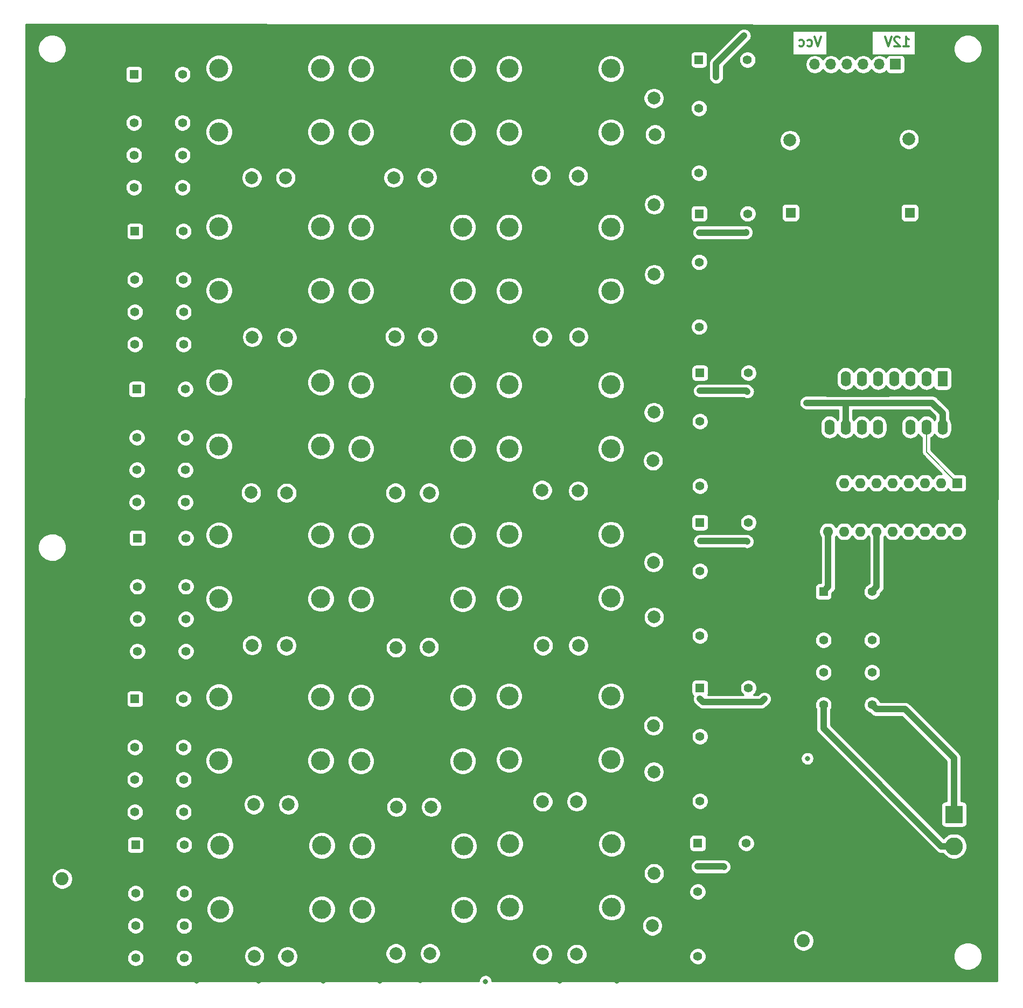
<source format=gbr>
G04 #@! TF.GenerationSoftware,KiCad,Pcbnew,(5.1.5)-3*
G04 #@! TF.CreationDate,2020-01-28T11:01:40+01:00*
G04 #@! TF.ProjectId,bandfilter,62616e64-6669-46c7-9465-722e6b696361,rev?*
G04 #@! TF.SameCoordinates,Original*
G04 #@! TF.FileFunction,Copper,L2,Bot*
G04 #@! TF.FilePolarity,Positive*
%FSLAX46Y46*%
G04 Gerber Fmt 4.6, Leading zero omitted, Abs format (unit mm)*
G04 Created by KiCad (PCBNEW (5.1.5)-3) date 2020-01-28 11:01:40*
%MOMM*%
%LPD*%
G04 APERTURE LIST*
%ADD10C,0.300000*%
%ADD11O,1.600000X2.400000*%
%ADD12R,1.600000X2.400000*%
%ADD13R,1.600000X1.600000*%
%ADD14O,1.600000X1.600000*%
%ADD15C,1.400000*%
%ADD16R,1.400000X1.400000*%
%ADD17C,2.000000*%
%ADD18R,1.700000X1.700000*%
%ADD19O,1.700000X1.700000*%
%ADD20C,3.000000*%
%ADD21C,1.600000*%
%ADD22C,2.250000*%
%ADD23C,2.050000*%
%ADD24R,2.800000X2.800000*%
%ADD25C,2.800000*%
%ADD26C,0.800000*%
%ADD27C,1.000000*%
%ADD28C,0.200000*%
%ADD29C,0.254000*%
G04 APERTURE END LIST*
D10*
X204970474Y-23608291D02*
X204470474Y-25108291D01*
X203970474Y-23608291D01*
X202827617Y-25036862D02*
X202970474Y-25108291D01*
X203256188Y-25108291D01*
X203399045Y-25036862D01*
X203470474Y-24965434D01*
X203541902Y-24822577D01*
X203541902Y-24394005D01*
X203470474Y-24251148D01*
X203399045Y-24179720D01*
X203256188Y-24108291D01*
X202970474Y-24108291D01*
X202827617Y-24179720D01*
X201541902Y-25036862D02*
X201684760Y-25108291D01*
X201970474Y-25108291D01*
X202113331Y-25036862D01*
X202184760Y-24965434D01*
X202256188Y-24822577D01*
X202256188Y-24394005D01*
X202184760Y-24251148D01*
X202113331Y-24179720D01*
X201970474Y-24108291D01*
X201684760Y-24108291D01*
X201541902Y-24179720D01*
X217887680Y-25108291D02*
X218744822Y-25108291D01*
X218316251Y-25108291D02*
X218316251Y-23608291D01*
X218459108Y-23822577D01*
X218601965Y-23965434D01*
X218744822Y-24036862D01*
X217316251Y-23751148D02*
X217244822Y-23679720D01*
X217101965Y-23608291D01*
X216744822Y-23608291D01*
X216601965Y-23679720D01*
X216530537Y-23751148D01*
X216459108Y-23894005D01*
X216459108Y-24036862D01*
X216530537Y-24251148D01*
X217387680Y-25108291D01*
X216459108Y-25108291D01*
X216030537Y-23608291D02*
X215530537Y-25108291D01*
X215030537Y-23608291D01*
D11*
X224058480Y-84983320D03*
X206278480Y-77363320D03*
X221518480Y-84983320D03*
X208818480Y-77363320D03*
X218978480Y-84983320D03*
X211358480Y-77363320D03*
X216438480Y-84983320D03*
X213898480Y-77363320D03*
X213898480Y-84983320D03*
X216438480Y-77363320D03*
X211358480Y-84983320D03*
X218978480Y-77363320D03*
X208818480Y-84983320D03*
X221518480Y-77363320D03*
X206278480Y-84983320D03*
D12*
X224058480Y-77363320D03*
D13*
X226405440Y-93756480D03*
D14*
X206085440Y-101376480D03*
X223865440Y-93756480D03*
X208625440Y-101376480D03*
X221325440Y-93756480D03*
X211165440Y-101376480D03*
X218785440Y-93756480D03*
X213705440Y-101376480D03*
X216245440Y-93756480D03*
X216245440Y-101376480D03*
X213705440Y-93756480D03*
X218785440Y-101376480D03*
X211165440Y-93756480D03*
X221325440Y-101376480D03*
X208625440Y-93756480D03*
X223865440Y-101376480D03*
X206085440Y-93756480D03*
X226405440Y-101376480D03*
D15*
X104846120Y-158252160D03*
X104856120Y-168422160D03*
X104856120Y-163342160D03*
X97226120Y-158252160D03*
X97226120Y-168412160D03*
X97226120Y-163322160D03*
X104846120Y-150632160D03*
D16*
X97226120Y-150632160D03*
X97439480Y-78999080D03*
D15*
X105059480Y-78999080D03*
X97439480Y-91689080D03*
X97439480Y-96779080D03*
X97439480Y-86619080D03*
X105069480Y-91709080D03*
X105069480Y-96789080D03*
X105059480Y-86619080D03*
D16*
X185933080Y-76459080D03*
D15*
X193553080Y-76459080D03*
X185933080Y-89149080D03*
X185933080Y-94239080D03*
X185933080Y-84079080D03*
X193563080Y-89169080D03*
X193563080Y-94249080D03*
X193553080Y-84079080D03*
D17*
X115490000Y-45765720D03*
X110490000Y-45765720D03*
X155945840Y-45415200D03*
X160945840Y-45415200D03*
D18*
X216674700Y-27962860D03*
D19*
X214134700Y-27962860D03*
X211594700Y-27962860D03*
X209054700Y-27962860D03*
X206514700Y-27962860D03*
X203974700Y-27962860D03*
X201434700Y-27962860D03*
D16*
X96972120Y-29514800D03*
D15*
X104592120Y-29514800D03*
X96972120Y-42204800D03*
X96972120Y-47294800D03*
X96972120Y-37134800D03*
X104602120Y-42224800D03*
X104602120Y-47304800D03*
X104592120Y-37134800D03*
D16*
X97129600Y-54178200D03*
D15*
X104749600Y-54178200D03*
X97129600Y-66868200D03*
X97129600Y-71958200D03*
X97129600Y-61798200D03*
X104759600Y-66888200D03*
X104759600Y-71968200D03*
X104749600Y-61798200D03*
X105125520Y-110027720D03*
X105135520Y-120197720D03*
X105135520Y-115117720D03*
X97505520Y-110027720D03*
X97505520Y-120187720D03*
X97505520Y-115097720D03*
X105125520Y-102407720D03*
D16*
X97505520Y-102407720D03*
D15*
X104749600Y-135290560D03*
X104759600Y-145460560D03*
X104759600Y-140380560D03*
X97129600Y-135290560D03*
X97129600Y-145450560D03*
X97129600Y-140360560D03*
X104749600Y-127670560D03*
D16*
X97129600Y-127670560D03*
D15*
X193400680Y-34853880D03*
X193410680Y-45023880D03*
X193410680Y-39943880D03*
X185780680Y-34853880D03*
X185780680Y-45013880D03*
X185780680Y-39923880D03*
X193400680Y-27233880D03*
D16*
X185780680Y-27233880D03*
X185811160Y-51424840D03*
D15*
X193431160Y-51424840D03*
X185811160Y-64114840D03*
X185811160Y-69204840D03*
X185811160Y-59044840D03*
X193441160Y-64134840D03*
X193441160Y-69214840D03*
X193431160Y-59044840D03*
X193553080Y-107579160D03*
X193563080Y-117749160D03*
X193563080Y-112669160D03*
X185933080Y-107579160D03*
X185933080Y-117739160D03*
X185933080Y-112649160D03*
X193553080Y-99959160D03*
D16*
X185933080Y-99959160D03*
X185933080Y-125968760D03*
D15*
X193553080Y-125968760D03*
X185933080Y-138658760D03*
X185933080Y-143748760D03*
X185933080Y-133588760D03*
X193563080Y-138678760D03*
X193563080Y-143758760D03*
X193553080Y-133588760D03*
X193207640Y-157988000D03*
X193217640Y-168158000D03*
X193217640Y-163078000D03*
X185587640Y-157988000D03*
X185587640Y-168148000D03*
X185587640Y-163058000D03*
X193207640Y-150368000D03*
D16*
X185587640Y-150368000D03*
D20*
X110342680Y-38565300D03*
X126342680Y-38565300D03*
X110342680Y-28565300D03*
X126342680Y-28565300D03*
X148654040Y-28631340D03*
X132654040Y-28631340D03*
X148654040Y-38631340D03*
X132654040Y-38631340D03*
D17*
X120796040Y-45780960D03*
X125796040Y-45780960D03*
X132779760Y-45775880D03*
X137779760Y-45775880D03*
X178887120Y-43982640D03*
X178887120Y-38982640D03*
X178694080Y-33285440D03*
X178694080Y-28285440D03*
X223768920Y-39720520D03*
X218768920Y-39720520D03*
X205084680Y-39893240D03*
X200084680Y-39893240D03*
X143041360Y-45735240D03*
X148041360Y-45735240D03*
X171785280Y-45521880D03*
X166785280Y-45521880D03*
X115581440Y-70815200D03*
X110581440Y-70815200D03*
X125999240Y-70866000D03*
X120999240Y-70866000D03*
X132977880Y-70754240D03*
X137977880Y-70754240D03*
X143122640Y-70779640D03*
X148122640Y-70779640D03*
X171846240Y-70784720D03*
X166846240Y-70784720D03*
X156128720Y-70784720D03*
X161128720Y-70784720D03*
X178755040Y-54991000D03*
X178755040Y-49991000D03*
X178755040Y-60989200D03*
X178755040Y-65989200D03*
X115383320Y-95275400D03*
X110383320Y-95275400D03*
X125968760Y-95316040D03*
X120968760Y-95316040D03*
X138074400Y-95300800D03*
X133074400Y-95300800D03*
X148376640Y-95300800D03*
X143376640Y-95300800D03*
X166785280Y-94990920D03*
X171785280Y-94990920D03*
X161128720Y-94879160D03*
X156128720Y-94879160D03*
X178689000Y-82657960D03*
X178689000Y-77657960D03*
X178556920Y-95255080D03*
X178556920Y-90255080D03*
X110539520Y-119247920D03*
X115539520Y-119247920D03*
X125933200Y-119303800D03*
X120933200Y-119303800D03*
X133154040Y-119623840D03*
X138154040Y-119623840D03*
X143336000Y-119527320D03*
X148336000Y-119527320D03*
X156270960Y-119308880D03*
X161270960Y-119308880D03*
X166825920Y-119308880D03*
X171825920Y-119308880D03*
X178714400Y-119827040D03*
X178714400Y-114827040D03*
X178638200Y-101224080D03*
X178638200Y-106224080D03*
X121263400Y-144297400D03*
X126263400Y-144297400D03*
X115825280Y-144287240D03*
X110825280Y-144287240D03*
X133236960Y-144668240D03*
X138236960Y-144668240D03*
X143696680Y-144668240D03*
X148696680Y-144668240D03*
X156215080Y-143835120D03*
X161215080Y-143835120D03*
X171561760Y-143814800D03*
X166561760Y-143814800D03*
X178678840Y-144139920D03*
X178678840Y-139139920D03*
X178622960Y-131883160D03*
X178622960Y-126883160D03*
X115896400Y-168107360D03*
X110896400Y-168107360D03*
X126116080Y-168163240D03*
X121116080Y-168163240D03*
X138140440Y-167685720D03*
X133140440Y-167685720D03*
X143508720Y-167685720D03*
X148508720Y-167685720D03*
X161159200Y-167833040D03*
X156159200Y-167833040D03*
X166551600Y-167787320D03*
X171551600Y-167787320D03*
X178445160Y-168335960D03*
X178445160Y-163335960D03*
X178714400Y-150093680D03*
X178714400Y-155093680D03*
D20*
X171940760Y-28631340D03*
X155940760Y-28631340D03*
X171940760Y-38631340D03*
X155940760Y-38631340D03*
X110342680Y-63492240D03*
X126342680Y-63492240D03*
X110342680Y-53492240D03*
X126342680Y-53492240D03*
X132654040Y-63558280D03*
X148654040Y-63558280D03*
X132654040Y-53558280D03*
X148654040Y-53558280D03*
X171940760Y-53558280D03*
X155940760Y-53558280D03*
X171940760Y-63558280D03*
X155940760Y-63558280D03*
X126342680Y-77933960D03*
X110342680Y-77933960D03*
X126342680Y-87933960D03*
X110342680Y-87933960D03*
X132654040Y-88341200D03*
X148654040Y-88341200D03*
X132654040Y-78341200D03*
X148654040Y-78341200D03*
X155940760Y-88341200D03*
X171940760Y-88341200D03*
X155940760Y-78341200D03*
X171940760Y-78341200D03*
X110342680Y-111933960D03*
X126342680Y-111933960D03*
X110342680Y-101933960D03*
X126342680Y-101933960D03*
X148654040Y-102000000D03*
X132654040Y-102000000D03*
X148654040Y-112000000D03*
X132654040Y-112000000D03*
X171940760Y-101820960D03*
X155940760Y-101820960D03*
X171940760Y-111820960D03*
X155940760Y-111820960D03*
X126342680Y-127383520D03*
X110342680Y-127383520D03*
X126342680Y-137383520D03*
X110342680Y-137383520D03*
X132654040Y-137449560D03*
X148654040Y-137449560D03*
X132654040Y-127449560D03*
X148654040Y-127449560D03*
X155940760Y-137231120D03*
X171940760Y-137231120D03*
X155940760Y-127231120D03*
X171940760Y-127231120D03*
X126500160Y-150727960D03*
X110500160Y-150727960D03*
X126500160Y-160727960D03*
X110500160Y-160727960D03*
X148811520Y-150794000D03*
X132811520Y-150794000D03*
X148811520Y-160794000D03*
X132811520Y-160794000D03*
X156062680Y-160451800D03*
X172062680Y-160451800D03*
X156062680Y-150451800D03*
X172062680Y-150451800D03*
D21*
X223897200Y-51267360D03*
D13*
X218897200Y-51267360D03*
X200182480Y-51267360D03*
D21*
X205182480Y-51267360D03*
D22*
X83149440Y-158490920D03*
X83149440Y-153410920D03*
X88229440Y-153410920D03*
X88229440Y-158490920D03*
D23*
X85689440Y-155950920D03*
X202204320Y-165684200D03*
D22*
X204744320Y-168224200D03*
X204744320Y-163144200D03*
X199664320Y-163144200D03*
X199664320Y-168224200D03*
D16*
X205348840Y-110825280D03*
D15*
X212968840Y-110825280D03*
X205348840Y-123515280D03*
X205348840Y-128605280D03*
X205348840Y-118445280D03*
X212978840Y-123535280D03*
X212978840Y-128615280D03*
X212968840Y-118445280D03*
D24*
X225861880Y-145826480D03*
D25*
X225861880Y-150826480D03*
D26*
X152232360Y-172090080D03*
X202819000Y-137048240D03*
X85948520Y-96677480D03*
X85948520Y-91643200D03*
X85968840Y-86512400D03*
X85968840Y-81376520D03*
X86070440Y-76387960D03*
X85928200Y-71343520D03*
X86100920Y-66212720D03*
X85928200Y-60909200D03*
X85928200Y-56215280D03*
X85928200Y-51175920D03*
X86014560Y-45699680D03*
X86100920Y-40919400D03*
X86060280Y-35366960D03*
X86060280Y-30764480D03*
X91109800Y-25567640D03*
X96306640Y-25567640D03*
X104871520Y-25831800D03*
X196641720Y-27889200D03*
X196641720Y-34462720D03*
X196535040Y-41970960D03*
X196535040Y-49479200D03*
X196743320Y-55112920D03*
X199999600Y-61264800D03*
X199953880Y-66476880D03*
X199811640Y-71749920D03*
X199506840Y-77058520D03*
X196590920Y-86446360D03*
X196743320Y-92603320D03*
X196590920Y-97409000D03*
X196291200Y-103266240D03*
X197043040Y-110774480D03*
X196743320Y-116784120D03*
X196977000Y-121569480D03*
X196712840Y-131236720D03*
X196977000Y-136072880D03*
X196977000Y-141965680D03*
X189026800Y-167863520D03*
X189204600Y-163682680D03*
X189133480Y-156606240D03*
X189473840Y-150789640D03*
X189351920Y-143464280D03*
X190179960Y-130169920D03*
X189184280Y-117642640D03*
X189296040Y-94122240D03*
X190093600Y-76662280D03*
X189260480Y-69047360D03*
X190225680Y-51429920D03*
X189072520Y-43728640D03*
X189199520Y-38069520D03*
X171881800Y-49027080D03*
X164002720Y-48844200D03*
X155615640Y-48950880D03*
X148930360Y-49027080D03*
X142402560Y-48900080D03*
X135895080Y-48742600D03*
X129179320Y-48432720D03*
X118247160Y-48376840D03*
X100954840Y-30190440D03*
X100893880Y-36809680D03*
X101269800Y-61864240D03*
X100655120Y-69245480D03*
X100802440Y-75468480D03*
X102229920Y-106263440D03*
X100914200Y-100944680D03*
X100345240Y-123758960D03*
X100660200Y-131216400D03*
X100685600Y-138267440D03*
X100685600Y-144937480D03*
X100533200Y-150596600D03*
X100716080Y-158328360D03*
X100716080Y-163423600D03*
X108000800Y-73665080D03*
X118160800Y-73284080D03*
X129458720Y-73060560D03*
X140756640Y-72679560D03*
X151749760Y-72908160D03*
X163957000Y-72984360D03*
X177657760Y-73040240D03*
X107543600Y-97434400D03*
X129382520Y-97160080D03*
X117916960Y-91516200D03*
X140756640Y-91699080D03*
X152222200Y-91607640D03*
X152130760Y-96159320D03*
X164048440Y-91881960D03*
X174787560Y-92064840D03*
X183103520Y-95778320D03*
X108285280Y-122692160D03*
X118221760Y-122473720D03*
X129357120Y-122473720D03*
X140604240Y-122143520D03*
X151963120Y-121925080D03*
X163972240Y-121818400D03*
X175000920Y-121599960D03*
X184063640Y-121269760D03*
X129529840Y-145704560D03*
X118155720Y-148813520D03*
X107081320Y-146766280D03*
X140898880Y-148960840D03*
X152349200Y-145475960D03*
X152349200Y-149341840D03*
X163845240Y-148737320D03*
X174767240Y-145399760D03*
X183108600Y-145856960D03*
X95544640Y-171546520D03*
X106827320Y-171998640D03*
X116560600Y-171998640D03*
X126751080Y-171998640D03*
X135580120Y-171998640D03*
X141950440Y-171912280D03*
X163875720Y-171998640D03*
X172913040Y-171998640D03*
X183286400Y-171637960D03*
X191292480Y-171637960D03*
X195752720Y-171455080D03*
X211764880Y-171546520D03*
X219776040Y-171546520D03*
X228234240Y-162717480D03*
X228305360Y-157662880D03*
X228244400Y-152547320D03*
X197429120Y-157571440D03*
X202661520Y-157723840D03*
X207893920Y-152415240D03*
X212669120Y-147335240D03*
X217977720Y-142102840D03*
X223210120Y-137175240D03*
X202514200Y-127182880D03*
X202839320Y-86654640D03*
X214370920Y-61137800D03*
X214497920Y-53624480D03*
X214497920Y-41056560D03*
X214370920Y-33619440D03*
X212694520Y-137048240D03*
X218048840Y-137048240D03*
X223123760Y-127030480D03*
X231358440Y-127172720D03*
X231632760Y-120172480D03*
X231907080Y-114543840D03*
X231561640Y-107543600D03*
X231632760Y-100045520D03*
X231896920Y-92283280D03*
X231830880Y-84785200D03*
X231871520Y-78399640D03*
X231470200Y-70606920D03*
X231551480Y-64424560D03*
X231394000Y-58318400D03*
X230774240Y-50825400D03*
X230972360Y-45684440D03*
X230972360Y-41341040D03*
X231368600Y-35610800D03*
X231368600Y-30866080D03*
X221686120Y-22763480D03*
X91363800Y-167883840D03*
X86004400Y-167883840D03*
X81046320Y-167802560D03*
X80965040Y-162361880D03*
X90855800Y-147650200D03*
X90855800Y-142255240D03*
X90855800Y-137058400D03*
X91053920Y-132262880D03*
X91125040Y-127254000D03*
X91043760Y-121975880D03*
X91206320Y-116692680D03*
X91206320Y-111978440D03*
X91140280Y-106756200D03*
X91140280Y-101843840D03*
X91221560Y-96550480D03*
X91170760Y-91556840D03*
X91094560Y-86578440D03*
X91211400Y-81386680D03*
X91094560Y-76479400D03*
X91221560Y-71216520D03*
X91155520Y-66146680D03*
X91084400Y-61285120D03*
X91221560Y-56281320D03*
X91079320Y-50962560D03*
X91114880Y-45918120D03*
X91079320Y-40767000D03*
X91119960Y-35712400D03*
X91246960Y-30662880D03*
X85907880Y-147655280D03*
X85745320Y-142641320D03*
X85989160Y-137053320D03*
X86075520Y-132364480D03*
X86075520Y-127025400D03*
X86156800Y-122011440D03*
X86141560Y-116870480D03*
X86039960Y-112034320D03*
X151983440Y-167452040D03*
X151983440Y-163047680D03*
X152125680Y-157794960D03*
X152125680Y-152679400D03*
X152410160Y-141605000D03*
X152552400Y-131947920D03*
X151983440Y-126974600D03*
X152125680Y-117033040D03*
X152267920Y-107233720D03*
X152267920Y-101838760D03*
X152267920Y-85222080D03*
X152125680Y-81528920D03*
X152267920Y-76845160D03*
X129555240Y-167899080D03*
X129494280Y-158140400D03*
X129555240Y-152714960D03*
X129636520Y-141564360D03*
X129773680Y-134152640D03*
X129428240Y-128818640D03*
X129428240Y-116682520D03*
X129595880Y-106786680D03*
X129296160Y-101798120D03*
X129494280Y-92821760D03*
X129494280Y-83840320D03*
X129494280Y-77957680D03*
X129077720Y-61137800D03*
X129316480Y-53837840D03*
X129128520Y-43875960D03*
X129413000Y-35687000D03*
X129270760Y-29509720D03*
X107289600Y-30373320D03*
X107289600Y-41000680D03*
X107345480Y-66212720D03*
X107345480Y-56443880D03*
X107492800Y-89336880D03*
X107492800Y-82153760D03*
X107619800Y-102849680D03*
X107452160Y-109489240D03*
X107284520Y-139512040D03*
X107452160Y-128325880D03*
X107487720Y-161996120D03*
X107248960Y-153253440D03*
X192862200Y-23464520D03*
X188488320Y-29941520D03*
X193192400Y-54366160D03*
X185861960Y-54386480D03*
X193370200Y-79375000D03*
X185938160Y-79237840D03*
X193334640Y-102946200D03*
X185973720Y-102864920D03*
X196042280Y-127665480D03*
X185933080Y-127668760D03*
X189692280Y-154056080D03*
X185587640Y-154025600D03*
X202697080Y-81153000D03*
D27*
X225861880Y-143426480D02*
X225861880Y-145826480D01*
X225861880Y-137014998D02*
X225861880Y-143426480D01*
X218162161Y-129315279D02*
X225861880Y-137014998D01*
X213678839Y-129315279D02*
X218162161Y-129315279D01*
X212978840Y-128615280D02*
X213678839Y-129315279D01*
X188488320Y-27838400D02*
X192862200Y-23464520D01*
X188488320Y-29941520D02*
X188488320Y-27838400D01*
X193172080Y-54386480D02*
X193192400Y-54366160D01*
X185861960Y-54386480D02*
X193172080Y-54386480D01*
X193233040Y-79237840D02*
X193370200Y-79375000D01*
X185938160Y-79237840D02*
X193233040Y-79237840D01*
X193253360Y-102864920D02*
X193334640Y-102946200D01*
X185973720Y-102864920D02*
X193253360Y-102864920D01*
X195642281Y-128065479D02*
X196042280Y-127665480D01*
X195538999Y-128168761D02*
X195642281Y-128065479D01*
X186433081Y-128168761D02*
X195538999Y-128168761D01*
X185933080Y-127668760D02*
X186433081Y-128168761D01*
X189661800Y-154025600D02*
X189692280Y-154056080D01*
X185587640Y-154025600D02*
X189661800Y-154025600D01*
D28*
X221518480Y-88869520D02*
X226405440Y-93756480D01*
X221518480Y-84983320D02*
X221518480Y-88869520D01*
D27*
X213705440Y-110088680D02*
X213705440Y-101376480D01*
X212968840Y-110825280D02*
X213705440Y-110088680D01*
X224058480Y-82783320D02*
X222428160Y-81153000D01*
X224058480Y-84983320D02*
X224058480Y-82783320D01*
X202697080Y-81153000D02*
X202697080Y-81153000D01*
X208828640Y-82773160D02*
X208828640Y-81183480D01*
X208818480Y-82783320D02*
X208828640Y-82773160D01*
X208818480Y-84983320D02*
X208818480Y-82783320D01*
X222428160Y-81153000D02*
X208828640Y-81183480D01*
X208828640Y-81183480D02*
X202697080Y-81153000D01*
X206085440Y-110088680D02*
X205348840Y-110825280D01*
X206085440Y-101376480D02*
X206085440Y-110088680D01*
X223881982Y-150826480D02*
X225861880Y-150826480D01*
X205348840Y-132293338D02*
X223881982Y-150826480D01*
X205348840Y-128605280D02*
X205348840Y-132293338D01*
D29*
G36*
X232740070Y-21837932D02*
G01*
X232619212Y-172070160D01*
X153267360Y-172070160D01*
X153267360Y-171988141D01*
X153227586Y-171788182D01*
X153149565Y-171599824D01*
X153036297Y-171430306D01*
X152892134Y-171286143D01*
X152722616Y-171172875D01*
X152534258Y-171094854D01*
X152334299Y-171055080D01*
X152130421Y-171055080D01*
X151930462Y-171094854D01*
X151742104Y-171172875D01*
X151572586Y-171286143D01*
X151428423Y-171430306D01*
X151315155Y-171599824D01*
X151237134Y-171788182D01*
X151197360Y-171988141D01*
X151197360Y-172070160D01*
X79883086Y-172070160D01*
X79885877Y-168280674D01*
X95891120Y-168280674D01*
X95891120Y-168543646D01*
X95942424Y-168801565D01*
X96043059Y-169044519D01*
X96189158Y-169263173D01*
X96375107Y-169449122D01*
X96593761Y-169595221D01*
X96836715Y-169695856D01*
X97094634Y-169747160D01*
X97357606Y-169747160D01*
X97615525Y-169695856D01*
X97858479Y-169595221D01*
X98077133Y-169449122D01*
X98263082Y-169263173D01*
X98409181Y-169044519D01*
X98509816Y-168801565D01*
X98561120Y-168543646D01*
X98561120Y-168290674D01*
X103521120Y-168290674D01*
X103521120Y-168553646D01*
X103572424Y-168811565D01*
X103673059Y-169054519D01*
X103819158Y-169273173D01*
X104005107Y-169459122D01*
X104223761Y-169605221D01*
X104466715Y-169705856D01*
X104724634Y-169757160D01*
X104987606Y-169757160D01*
X105245525Y-169705856D01*
X105488479Y-169605221D01*
X105707133Y-169459122D01*
X105893082Y-169273173D01*
X106039181Y-169054519D01*
X106139816Y-168811565D01*
X106191120Y-168553646D01*
X106191120Y-168290674D01*
X106139816Y-168032755D01*
X106104017Y-167946327D01*
X114261400Y-167946327D01*
X114261400Y-168268393D01*
X114324232Y-168584272D01*
X114447482Y-168881823D01*
X114626413Y-169149612D01*
X114854148Y-169377347D01*
X115121937Y-169556278D01*
X115419488Y-169679528D01*
X115735367Y-169742360D01*
X116057433Y-169742360D01*
X116373312Y-169679528D01*
X116670863Y-169556278D01*
X116938652Y-169377347D01*
X117166387Y-169149612D01*
X117345318Y-168881823D01*
X117468568Y-168584272D01*
X117531400Y-168268393D01*
X117531400Y-168002207D01*
X119481080Y-168002207D01*
X119481080Y-168324273D01*
X119543912Y-168640152D01*
X119667162Y-168937703D01*
X119846093Y-169205492D01*
X120073828Y-169433227D01*
X120341617Y-169612158D01*
X120639168Y-169735408D01*
X120955047Y-169798240D01*
X121277113Y-169798240D01*
X121592992Y-169735408D01*
X121890543Y-169612158D01*
X122158332Y-169433227D01*
X122386067Y-169205492D01*
X122564998Y-168937703D01*
X122688248Y-168640152D01*
X122751080Y-168324273D01*
X122751080Y-168002207D01*
X122688248Y-167686328D01*
X122621294Y-167524687D01*
X136505440Y-167524687D01*
X136505440Y-167846753D01*
X136568272Y-168162632D01*
X136691522Y-168460183D01*
X136870453Y-168727972D01*
X137098188Y-168955707D01*
X137365977Y-169134638D01*
X137663528Y-169257888D01*
X137979407Y-169320720D01*
X138301473Y-169320720D01*
X138617352Y-169257888D01*
X138914903Y-169134638D01*
X139182692Y-168955707D01*
X139410427Y-168727972D01*
X139589358Y-168460183D01*
X139712608Y-168162632D01*
X139775440Y-167846753D01*
X139775440Y-167524687D01*
X141873720Y-167524687D01*
X141873720Y-167846753D01*
X141936552Y-168162632D01*
X142059802Y-168460183D01*
X142238733Y-168727972D01*
X142466468Y-168955707D01*
X142734257Y-169134638D01*
X143031808Y-169257888D01*
X143347687Y-169320720D01*
X143669753Y-169320720D01*
X143985632Y-169257888D01*
X144283183Y-169134638D01*
X144550972Y-168955707D01*
X144778707Y-168727972D01*
X144957638Y-168460183D01*
X145080888Y-168162632D01*
X145143720Y-167846753D01*
X145143720Y-167672007D01*
X159524200Y-167672007D01*
X159524200Y-167994073D01*
X159587032Y-168309952D01*
X159710282Y-168607503D01*
X159889213Y-168875292D01*
X160116948Y-169103027D01*
X160384737Y-169281958D01*
X160682288Y-169405208D01*
X160998167Y-169468040D01*
X161320233Y-169468040D01*
X161636112Y-169405208D01*
X161933663Y-169281958D01*
X162201452Y-169103027D01*
X162429187Y-168875292D01*
X162608118Y-168607503D01*
X162731368Y-168309952D01*
X162794200Y-167994073D01*
X162794200Y-167672007D01*
X162785106Y-167626287D01*
X164916600Y-167626287D01*
X164916600Y-167948353D01*
X164979432Y-168264232D01*
X165102682Y-168561783D01*
X165281613Y-168829572D01*
X165509348Y-169057307D01*
X165777137Y-169236238D01*
X166074688Y-169359488D01*
X166390567Y-169422320D01*
X166712633Y-169422320D01*
X167028512Y-169359488D01*
X167326063Y-169236238D01*
X167593852Y-169057307D01*
X167821587Y-168829572D01*
X168000518Y-168561783D01*
X168123768Y-168264232D01*
X168173041Y-168016514D01*
X184252640Y-168016514D01*
X184252640Y-168279486D01*
X184303944Y-168537405D01*
X184404579Y-168780359D01*
X184550678Y-168999013D01*
X184736627Y-169184962D01*
X184955281Y-169331061D01*
X185198235Y-169431696D01*
X185456154Y-169483000D01*
X185719126Y-169483000D01*
X185977045Y-169431696D01*
X186219999Y-169331061D01*
X186438653Y-169184962D01*
X186624602Y-168999013D01*
X186770701Y-168780359D01*
X186871336Y-168537405D01*
X186922640Y-168279486D01*
X186922640Y-168016514D01*
X186901977Y-167912632D01*
X225785880Y-167912632D01*
X225785880Y-168352888D01*
X225871770Y-168784685D01*
X226040249Y-169191429D01*
X226284842Y-169557489D01*
X226596151Y-169868798D01*
X226962211Y-170113391D01*
X227368955Y-170281870D01*
X227800752Y-170367760D01*
X228241008Y-170367760D01*
X228672805Y-170281870D01*
X229079549Y-170113391D01*
X229445609Y-169868798D01*
X229756918Y-169557489D01*
X230001511Y-169191429D01*
X230169990Y-168784685D01*
X230255880Y-168352888D01*
X230255880Y-167912632D01*
X230169990Y-167480835D01*
X230001511Y-167074091D01*
X229756918Y-166708031D01*
X229445609Y-166396722D01*
X229079549Y-166152129D01*
X228672805Y-165983650D01*
X228241008Y-165897760D01*
X227800752Y-165897760D01*
X227368955Y-165983650D01*
X226962211Y-166152129D01*
X226596151Y-166396722D01*
X226284842Y-166708031D01*
X226040249Y-167074091D01*
X225871770Y-167480835D01*
X225785880Y-167912632D01*
X186901977Y-167912632D01*
X186871336Y-167758595D01*
X186770701Y-167515641D01*
X186624602Y-167296987D01*
X186438653Y-167111038D01*
X186219999Y-166964939D01*
X185977045Y-166864304D01*
X185719126Y-166813000D01*
X185456154Y-166813000D01*
X185198235Y-166864304D01*
X184955281Y-166964939D01*
X184736627Y-167111038D01*
X184550678Y-167296987D01*
X184404579Y-167515641D01*
X184303944Y-167758595D01*
X184252640Y-168016514D01*
X168173041Y-168016514D01*
X168186600Y-167948353D01*
X168186600Y-167626287D01*
X168123768Y-167310408D01*
X168000518Y-167012857D01*
X167821587Y-166745068D01*
X167593852Y-166517333D01*
X167326063Y-166338402D01*
X167028512Y-166215152D01*
X166712633Y-166152320D01*
X166390567Y-166152320D01*
X166074688Y-166215152D01*
X165777137Y-166338402D01*
X165509348Y-166517333D01*
X165281613Y-166745068D01*
X165102682Y-167012857D01*
X164979432Y-167310408D01*
X164916600Y-167626287D01*
X162785106Y-167626287D01*
X162731368Y-167356128D01*
X162608118Y-167058577D01*
X162429187Y-166790788D01*
X162201452Y-166563053D01*
X161933663Y-166384122D01*
X161636112Y-166260872D01*
X161320233Y-166198040D01*
X160998167Y-166198040D01*
X160682288Y-166260872D01*
X160384737Y-166384122D01*
X160116948Y-166563053D01*
X159889213Y-166790788D01*
X159710282Y-167058577D01*
X159587032Y-167356128D01*
X159524200Y-167672007D01*
X145143720Y-167672007D01*
X145143720Y-167524687D01*
X145080888Y-167208808D01*
X144957638Y-166911257D01*
X144778707Y-166643468D01*
X144550972Y-166415733D01*
X144283183Y-166236802D01*
X143985632Y-166113552D01*
X143669753Y-166050720D01*
X143347687Y-166050720D01*
X143031808Y-166113552D01*
X142734257Y-166236802D01*
X142466468Y-166415733D01*
X142238733Y-166643468D01*
X142059802Y-166911257D01*
X141936552Y-167208808D01*
X141873720Y-167524687D01*
X139775440Y-167524687D01*
X139712608Y-167208808D01*
X139589358Y-166911257D01*
X139410427Y-166643468D01*
X139182692Y-166415733D01*
X138914903Y-166236802D01*
X138617352Y-166113552D01*
X138301473Y-166050720D01*
X137979407Y-166050720D01*
X137663528Y-166113552D01*
X137365977Y-166236802D01*
X137098188Y-166415733D01*
X136870453Y-166643468D01*
X136691522Y-166911257D01*
X136568272Y-167208808D01*
X136505440Y-167524687D01*
X122621294Y-167524687D01*
X122564998Y-167388777D01*
X122386067Y-167120988D01*
X122158332Y-166893253D01*
X121890543Y-166714322D01*
X121592992Y-166591072D01*
X121277113Y-166528240D01*
X120955047Y-166528240D01*
X120639168Y-166591072D01*
X120341617Y-166714322D01*
X120073828Y-166893253D01*
X119846093Y-167120988D01*
X119667162Y-167388777D01*
X119543912Y-167686328D01*
X119481080Y-168002207D01*
X117531400Y-168002207D01*
X117531400Y-167946327D01*
X117468568Y-167630448D01*
X117345318Y-167332897D01*
X117166387Y-167065108D01*
X116938652Y-166837373D01*
X116670863Y-166658442D01*
X116373312Y-166535192D01*
X116057433Y-166472360D01*
X115735367Y-166472360D01*
X115419488Y-166535192D01*
X115121937Y-166658442D01*
X114854148Y-166837373D01*
X114626413Y-167065108D01*
X114447482Y-167332897D01*
X114324232Y-167630448D01*
X114261400Y-167946327D01*
X106104017Y-167946327D01*
X106039181Y-167789801D01*
X105893082Y-167571147D01*
X105707133Y-167385198D01*
X105488479Y-167239099D01*
X105245525Y-167138464D01*
X104987606Y-167087160D01*
X104724634Y-167087160D01*
X104466715Y-167138464D01*
X104223761Y-167239099D01*
X104005107Y-167385198D01*
X103819158Y-167571147D01*
X103673059Y-167789801D01*
X103572424Y-168032755D01*
X103521120Y-168290674D01*
X98561120Y-168290674D01*
X98561120Y-168280674D01*
X98509816Y-168022755D01*
X98409181Y-167779801D01*
X98263082Y-167561147D01*
X98077133Y-167375198D01*
X97858479Y-167229099D01*
X97615525Y-167128464D01*
X97357606Y-167077160D01*
X97094634Y-167077160D01*
X96836715Y-167128464D01*
X96593761Y-167229099D01*
X96375107Y-167375198D01*
X96189158Y-167561147D01*
X96043059Y-167779801D01*
X95942424Y-168022755D01*
X95891120Y-168280674D01*
X79885877Y-168280674D01*
X79887910Y-165520704D01*
X200544320Y-165520704D01*
X200544320Y-165847696D01*
X200608113Y-166168404D01*
X200733247Y-166470505D01*
X200914914Y-166742388D01*
X201146132Y-166973606D01*
X201418015Y-167155273D01*
X201720116Y-167280407D01*
X202040824Y-167344200D01*
X202367816Y-167344200D01*
X202688524Y-167280407D01*
X202990625Y-167155273D01*
X203262508Y-166973606D01*
X203493726Y-166742388D01*
X203675393Y-166470505D01*
X203800527Y-166168404D01*
X203864320Y-165847696D01*
X203864320Y-165520704D01*
X203800527Y-165199996D01*
X203675393Y-164897895D01*
X203493726Y-164626012D01*
X203262508Y-164394794D01*
X202990625Y-164213127D01*
X202688524Y-164087993D01*
X202367816Y-164024200D01*
X202040824Y-164024200D01*
X201720116Y-164087993D01*
X201418015Y-164213127D01*
X201146132Y-164394794D01*
X200914914Y-164626012D01*
X200733247Y-164897895D01*
X200608113Y-165199996D01*
X200544320Y-165520704D01*
X79887910Y-165520704D01*
X79889627Y-163190674D01*
X95891120Y-163190674D01*
X95891120Y-163453646D01*
X95942424Y-163711565D01*
X96043059Y-163954519D01*
X96189158Y-164173173D01*
X96375107Y-164359122D01*
X96593761Y-164505221D01*
X96836715Y-164605856D01*
X97094634Y-164657160D01*
X97357606Y-164657160D01*
X97615525Y-164605856D01*
X97858479Y-164505221D01*
X98077133Y-164359122D01*
X98263082Y-164173173D01*
X98409181Y-163954519D01*
X98509816Y-163711565D01*
X98561120Y-163453646D01*
X98561120Y-163210674D01*
X103521120Y-163210674D01*
X103521120Y-163473646D01*
X103572424Y-163731565D01*
X103673059Y-163974519D01*
X103819158Y-164193173D01*
X104005107Y-164379122D01*
X104223761Y-164525221D01*
X104466715Y-164625856D01*
X104724634Y-164677160D01*
X104987606Y-164677160D01*
X105245525Y-164625856D01*
X105488479Y-164525221D01*
X105707133Y-164379122D01*
X105893082Y-164193173D01*
X106039181Y-163974519D01*
X106139816Y-163731565D01*
X106191120Y-163473646D01*
X106191120Y-163210674D01*
X106184010Y-163174927D01*
X176810160Y-163174927D01*
X176810160Y-163496993D01*
X176872992Y-163812872D01*
X176996242Y-164110423D01*
X177175173Y-164378212D01*
X177402908Y-164605947D01*
X177670697Y-164784878D01*
X177968248Y-164908128D01*
X178284127Y-164970960D01*
X178606193Y-164970960D01*
X178922072Y-164908128D01*
X179219623Y-164784878D01*
X179487412Y-164605947D01*
X179715147Y-164378212D01*
X179894078Y-164110423D01*
X180017328Y-163812872D01*
X180080160Y-163496993D01*
X180080160Y-163174927D01*
X180017328Y-162859048D01*
X179894078Y-162561497D01*
X179715147Y-162293708D01*
X179487412Y-162065973D01*
X179219623Y-161887042D01*
X178922072Y-161763792D01*
X178606193Y-161700960D01*
X178284127Y-161700960D01*
X177968248Y-161763792D01*
X177670697Y-161887042D01*
X177402908Y-162065973D01*
X177175173Y-162293708D01*
X176996242Y-162561497D01*
X176872992Y-162859048D01*
X176810160Y-163174927D01*
X106184010Y-163174927D01*
X106139816Y-162952755D01*
X106039181Y-162709801D01*
X105893082Y-162491147D01*
X105707133Y-162305198D01*
X105488479Y-162159099D01*
X105245525Y-162058464D01*
X104987606Y-162007160D01*
X104724634Y-162007160D01*
X104466715Y-162058464D01*
X104223761Y-162159099D01*
X104005107Y-162305198D01*
X103819158Y-162491147D01*
X103673059Y-162709801D01*
X103572424Y-162952755D01*
X103521120Y-163210674D01*
X98561120Y-163210674D01*
X98561120Y-163190674D01*
X98509816Y-162932755D01*
X98409181Y-162689801D01*
X98263082Y-162471147D01*
X98077133Y-162285198D01*
X97858479Y-162139099D01*
X97615525Y-162038464D01*
X97357606Y-161987160D01*
X97094634Y-161987160D01*
X96836715Y-162038464D01*
X96593761Y-162139099D01*
X96375107Y-162285198D01*
X96189158Y-162471147D01*
X96043059Y-162689801D01*
X95942424Y-162932755D01*
X95891120Y-163190674D01*
X79889627Y-163190674D01*
X79891596Y-160517681D01*
X108365160Y-160517681D01*
X108365160Y-160938239D01*
X108447207Y-161350716D01*
X108608148Y-161739262D01*
X108841797Y-162088943D01*
X109139177Y-162386323D01*
X109488858Y-162619972D01*
X109877404Y-162780913D01*
X110289881Y-162862960D01*
X110710439Y-162862960D01*
X111122916Y-162780913D01*
X111511462Y-162619972D01*
X111861143Y-162386323D01*
X112158523Y-162088943D01*
X112392172Y-161739262D01*
X112553113Y-161350716D01*
X112635160Y-160938239D01*
X112635160Y-160517681D01*
X124365160Y-160517681D01*
X124365160Y-160938239D01*
X124447207Y-161350716D01*
X124608148Y-161739262D01*
X124841797Y-162088943D01*
X125139177Y-162386323D01*
X125488858Y-162619972D01*
X125877404Y-162780913D01*
X126289881Y-162862960D01*
X126710439Y-162862960D01*
X127122916Y-162780913D01*
X127511462Y-162619972D01*
X127861143Y-162386323D01*
X128158523Y-162088943D01*
X128392172Y-161739262D01*
X128553113Y-161350716D01*
X128635160Y-160938239D01*
X128635160Y-160583721D01*
X130676520Y-160583721D01*
X130676520Y-161004279D01*
X130758567Y-161416756D01*
X130919508Y-161805302D01*
X131153157Y-162154983D01*
X131450537Y-162452363D01*
X131800218Y-162686012D01*
X132188764Y-162846953D01*
X132601241Y-162929000D01*
X133021799Y-162929000D01*
X133434276Y-162846953D01*
X133822822Y-162686012D01*
X134172503Y-162452363D01*
X134469883Y-162154983D01*
X134703532Y-161805302D01*
X134864473Y-161416756D01*
X134946520Y-161004279D01*
X134946520Y-160583721D01*
X146676520Y-160583721D01*
X146676520Y-161004279D01*
X146758567Y-161416756D01*
X146919508Y-161805302D01*
X147153157Y-162154983D01*
X147450537Y-162452363D01*
X147800218Y-162686012D01*
X148188764Y-162846953D01*
X148601241Y-162929000D01*
X149021799Y-162929000D01*
X149434276Y-162846953D01*
X149822822Y-162686012D01*
X150172503Y-162452363D01*
X150469883Y-162154983D01*
X150703532Y-161805302D01*
X150864473Y-161416756D01*
X150946520Y-161004279D01*
X150946520Y-160583721D01*
X150878453Y-160241521D01*
X153927680Y-160241521D01*
X153927680Y-160662079D01*
X154009727Y-161074556D01*
X154170668Y-161463102D01*
X154404317Y-161812783D01*
X154701697Y-162110163D01*
X155051378Y-162343812D01*
X155439924Y-162504753D01*
X155852401Y-162586800D01*
X156272959Y-162586800D01*
X156685436Y-162504753D01*
X157073982Y-162343812D01*
X157423663Y-162110163D01*
X157721043Y-161812783D01*
X157954692Y-161463102D01*
X158115633Y-161074556D01*
X158197680Y-160662079D01*
X158197680Y-160241521D01*
X169927680Y-160241521D01*
X169927680Y-160662079D01*
X170009727Y-161074556D01*
X170170668Y-161463102D01*
X170404317Y-161812783D01*
X170701697Y-162110163D01*
X171051378Y-162343812D01*
X171439924Y-162504753D01*
X171852401Y-162586800D01*
X172272959Y-162586800D01*
X172685436Y-162504753D01*
X173073982Y-162343812D01*
X173423663Y-162110163D01*
X173721043Y-161812783D01*
X173954692Y-161463102D01*
X174115633Y-161074556D01*
X174197680Y-160662079D01*
X174197680Y-160241521D01*
X174115633Y-159829044D01*
X173954692Y-159440498D01*
X173721043Y-159090817D01*
X173423663Y-158793437D01*
X173073982Y-158559788D01*
X172685436Y-158398847D01*
X172272959Y-158316800D01*
X171852401Y-158316800D01*
X171439924Y-158398847D01*
X171051378Y-158559788D01*
X170701697Y-158793437D01*
X170404317Y-159090817D01*
X170170668Y-159440498D01*
X170009727Y-159829044D01*
X169927680Y-160241521D01*
X158197680Y-160241521D01*
X158115633Y-159829044D01*
X157954692Y-159440498D01*
X157721043Y-159090817D01*
X157423663Y-158793437D01*
X157073982Y-158559788D01*
X156685436Y-158398847D01*
X156272959Y-158316800D01*
X155852401Y-158316800D01*
X155439924Y-158398847D01*
X155051378Y-158559788D01*
X154701697Y-158793437D01*
X154404317Y-159090817D01*
X154170668Y-159440498D01*
X154009727Y-159829044D01*
X153927680Y-160241521D01*
X150878453Y-160241521D01*
X150864473Y-160171244D01*
X150703532Y-159782698D01*
X150469883Y-159433017D01*
X150172503Y-159135637D01*
X149822822Y-158901988D01*
X149434276Y-158741047D01*
X149021799Y-158659000D01*
X148601241Y-158659000D01*
X148188764Y-158741047D01*
X147800218Y-158901988D01*
X147450537Y-159135637D01*
X147153157Y-159433017D01*
X146919508Y-159782698D01*
X146758567Y-160171244D01*
X146676520Y-160583721D01*
X134946520Y-160583721D01*
X134864473Y-160171244D01*
X134703532Y-159782698D01*
X134469883Y-159433017D01*
X134172503Y-159135637D01*
X133822822Y-158901988D01*
X133434276Y-158741047D01*
X133021799Y-158659000D01*
X132601241Y-158659000D01*
X132188764Y-158741047D01*
X131800218Y-158901988D01*
X131450537Y-159135637D01*
X131153157Y-159433017D01*
X130919508Y-159782698D01*
X130758567Y-160171244D01*
X130676520Y-160583721D01*
X128635160Y-160583721D01*
X128635160Y-160517681D01*
X128553113Y-160105204D01*
X128392172Y-159716658D01*
X128158523Y-159366977D01*
X127861143Y-159069597D01*
X127511462Y-158835948D01*
X127122916Y-158675007D01*
X126710439Y-158592960D01*
X126289881Y-158592960D01*
X125877404Y-158675007D01*
X125488858Y-158835948D01*
X125139177Y-159069597D01*
X124841797Y-159366977D01*
X124608148Y-159716658D01*
X124447207Y-160105204D01*
X124365160Y-160517681D01*
X112635160Y-160517681D01*
X112553113Y-160105204D01*
X112392172Y-159716658D01*
X112158523Y-159366977D01*
X111861143Y-159069597D01*
X111511462Y-158835948D01*
X111122916Y-158675007D01*
X110710439Y-158592960D01*
X110289881Y-158592960D01*
X109877404Y-158675007D01*
X109488858Y-158835948D01*
X109139177Y-159069597D01*
X108841797Y-159366977D01*
X108608148Y-159716658D01*
X108447207Y-160105204D01*
X108365160Y-160517681D01*
X79891596Y-160517681D01*
X79893362Y-158120674D01*
X95891120Y-158120674D01*
X95891120Y-158383646D01*
X95942424Y-158641565D01*
X96043059Y-158884519D01*
X96189158Y-159103173D01*
X96375107Y-159289122D01*
X96593761Y-159435221D01*
X96836715Y-159535856D01*
X97094634Y-159587160D01*
X97357606Y-159587160D01*
X97615525Y-159535856D01*
X97858479Y-159435221D01*
X98077133Y-159289122D01*
X98263082Y-159103173D01*
X98409181Y-158884519D01*
X98509816Y-158641565D01*
X98561120Y-158383646D01*
X98561120Y-158120674D01*
X103511120Y-158120674D01*
X103511120Y-158383646D01*
X103562424Y-158641565D01*
X103663059Y-158884519D01*
X103809158Y-159103173D01*
X103995107Y-159289122D01*
X104213761Y-159435221D01*
X104456715Y-159535856D01*
X104714634Y-159587160D01*
X104977606Y-159587160D01*
X105235525Y-159535856D01*
X105478479Y-159435221D01*
X105697133Y-159289122D01*
X105883082Y-159103173D01*
X106029181Y-158884519D01*
X106129816Y-158641565D01*
X106181120Y-158383646D01*
X106181120Y-158120674D01*
X106129816Y-157862755D01*
X106127231Y-157856514D01*
X184252640Y-157856514D01*
X184252640Y-158119486D01*
X184303944Y-158377405D01*
X184404579Y-158620359D01*
X184550678Y-158839013D01*
X184736627Y-159024962D01*
X184955281Y-159171061D01*
X185198235Y-159271696D01*
X185456154Y-159323000D01*
X185719126Y-159323000D01*
X185977045Y-159271696D01*
X186219999Y-159171061D01*
X186438653Y-159024962D01*
X186624602Y-158839013D01*
X186770701Y-158620359D01*
X186871336Y-158377405D01*
X186922640Y-158119486D01*
X186922640Y-157856514D01*
X186871336Y-157598595D01*
X186770701Y-157355641D01*
X186624602Y-157136987D01*
X186438653Y-156951038D01*
X186219999Y-156804939D01*
X185977045Y-156704304D01*
X185719126Y-156653000D01*
X185456154Y-156653000D01*
X185198235Y-156704304D01*
X184955281Y-156804939D01*
X184736627Y-156951038D01*
X184550678Y-157136987D01*
X184404579Y-157355641D01*
X184303944Y-157598595D01*
X184252640Y-157856514D01*
X106127231Y-157856514D01*
X106029181Y-157619801D01*
X105883082Y-157401147D01*
X105697133Y-157215198D01*
X105478479Y-157069099D01*
X105235525Y-156968464D01*
X104977606Y-156917160D01*
X104714634Y-156917160D01*
X104456715Y-156968464D01*
X104213761Y-157069099D01*
X103995107Y-157215198D01*
X103809158Y-157401147D01*
X103663059Y-157619801D01*
X103562424Y-157862755D01*
X103511120Y-158120674D01*
X98561120Y-158120674D01*
X98509816Y-157862755D01*
X98409181Y-157619801D01*
X98263082Y-157401147D01*
X98077133Y-157215198D01*
X97858479Y-157069099D01*
X97615525Y-156968464D01*
X97357606Y-156917160D01*
X97094634Y-156917160D01*
X96836715Y-156968464D01*
X96593761Y-157069099D01*
X96375107Y-157215198D01*
X96189158Y-157401147D01*
X96043059Y-157619801D01*
X95942424Y-157862755D01*
X95891120Y-158120674D01*
X79893362Y-158120674D01*
X79895082Y-155787424D01*
X84029440Y-155787424D01*
X84029440Y-156114416D01*
X84093233Y-156435124D01*
X84218367Y-156737225D01*
X84400034Y-157009108D01*
X84631252Y-157240326D01*
X84903135Y-157421993D01*
X85205236Y-157547127D01*
X85525944Y-157610920D01*
X85852936Y-157610920D01*
X86173644Y-157547127D01*
X86475745Y-157421993D01*
X86747628Y-157240326D01*
X86978846Y-157009108D01*
X87160513Y-156737225D01*
X87285647Y-156435124D01*
X87349440Y-156114416D01*
X87349440Y-155787424D01*
X87285647Y-155466716D01*
X87160513Y-155164615D01*
X87005517Y-154932647D01*
X177079400Y-154932647D01*
X177079400Y-155254713D01*
X177142232Y-155570592D01*
X177265482Y-155868143D01*
X177444413Y-156135932D01*
X177672148Y-156363667D01*
X177939937Y-156542598D01*
X178237488Y-156665848D01*
X178553367Y-156728680D01*
X178875433Y-156728680D01*
X179191312Y-156665848D01*
X179488863Y-156542598D01*
X179756652Y-156363667D01*
X179984387Y-156135932D01*
X180163318Y-155868143D01*
X180286568Y-155570592D01*
X180349400Y-155254713D01*
X180349400Y-154932647D01*
X180286568Y-154616768D01*
X180163318Y-154319217D01*
X179984387Y-154051428D01*
X179958559Y-154025600D01*
X184447149Y-154025600D01*
X184469063Y-154248099D01*
X184533964Y-154462047D01*
X184639356Y-154659223D01*
X184781191Y-154832049D01*
X184954017Y-154973884D01*
X185151193Y-155079276D01*
X185365141Y-155144177D01*
X185531888Y-155160600D01*
X189423443Y-155160600D01*
X189469781Y-155174657D01*
X189692279Y-155196570D01*
X189914778Y-155174657D01*
X190128726Y-155109755D01*
X190325902Y-155004363D01*
X190498728Y-154862528D01*
X190640563Y-154689702D01*
X190745955Y-154492526D01*
X190810857Y-154278578D01*
X190832770Y-154056079D01*
X190810857Y-153833581D01*
X190745955Y-153619634D01*
X190640563Y-153422458D01*
X190534268Y-153292937D01*
X190503796Y-153262465D01*
X190468249Y-153219151D01*
X190295423Y-153077316D01*
X190098247Y-152971924D01*
X189884299Y-152907023D01*
X189717552Y-152890600D01*
X189717551Y-152890600D01*
X189661800Y-152885109D01*
X189606049Y-152890600D01*
X185531888Y-152890600D01*
X185365141Y-152907023D01*
X185151193Y-152971924D01*
X184954017Y-153077316D01*
X184781191Y-153219151D01*
X184639356Y-153391977D01*
X184533964Y-153589153D01*
X184469063Y-153803101D01*
X184447149Y-154025600D01*
X179958559Y-154025600D01*
X179756652Y-153823693D01*
X179488863Y-153644762D01*
X179191312Y-153521512D01*
X178875433Y-153458680D01*
X178553367Y-153458680D01*
X178237488Y-153521512D01*
X177939937Y-153644762D01*
X177672148Y-153823693D01*
X177444413Y-154051428D01*
X177265482Y-154319217D01*
X177142232Y-154616768D01*
X177079400Y-154932647D01*
X87005517Y-154932647D01*
X86978846Y-154892732D01*
X86747628Y-154661514D01*
X86475745Y-154479847D01*
X86173644Y-154354713D01*
X85852936Y-154290920D01*
X85525944Y-154290920D01*
X85205236Y-154354713D01*
X84903135Y-154479847D01*
X84631252Y-154661514D01*
X84400034Y-154892732D01*
X84218367Y-155164615D01*
X84093233Y-155466716D01*
X84029440Y-155787424D01*
X79895082Y-155787424D01*
X79899395Y-149932160D01*
X95888048Y-149932160D01*
X95888048Y-151332160D01*
X95900308Y-151456642D01*
X95936618Y-151576340D01*
X95995583Y-151686654D01*
X96074935Y-151783345D01*
X96171626Y-151862697D01*
X96281940Y-151921662D01*
X96401638Y-151957972D01*
X96526120Y-151970232D01*
X97926120Y-151970232D01*
X98050602Y-151957972D01*
X98170300Y-151921662D01*
X98280614Y-151862697D01*
X98377305Y-151783345D01*
X98456657Y-151686654D01*
X98515622Y-151576340D01*
X98551932Y-151456642D01*
X98564192Y-151332160D01*
X98564192Y-150500674D01*
X103511120Y-150500674D01*
X103511120Y-150763646D01*
X103562424Y-151021565D01*
X103663059Y-151264519D01*
X103809158Y-151483173D01*
X103995107Y-151669122D01*
X104213761Y-151815221D01*
X104456715Y-151915856D01*
X104714634Y-151967160D01*
X104977606Y-151967160D01*
X105235525Y-151915856D01*
X105478479Y-151815221D01*
X105697133Y-151669122D01*
X105883082Y-151483173D01*
X106029181Y-151264519D01*
X106129816Y-151021565D01*
X106181120Y-150763646D01*
X106181120Y-150517681D01*
X108365160Y-150517681D01*
X108365160Y-150938239D01*
X108447207Y-151350716D01*
X108608148Y-151739262D01*
X108841797Y-152088943D01*
X109139177Y-152386323D01*
X109488858Y-152619972D01*
X109877404Y-152780913D01*
X110289881Y-152862960D01*
X110710439Y-152862960D01*
X111122916Y-152780913D01*
X111511462Y-152619972D01*
X111861143Y-152386323D01*
X112158523Y-152088943D01*
X112392172Y-151739262D01*
X112553113Y-151350716D01*
X112635160Y-150938239D01*
X112635160Y-150517681D01*
X124365160Y-150517681D01*
X124365160Y-150938239D01*
X124447207Y-151350716D01*
X124608148Y-151739262D01*
X124841797Y-152088943D01*
X125139177Y-152386323D01*
X125488858Y-152619972D01*
X125877404Y-152780913D01*
X126289881Y-152862960D01*
X126710439Y-152862960D01*
X127122916Y-152780913D01*
X127511462Y-152619972D01*
X127861143Y-152386323D01*
X128158523Y-152088943D01*
X128392172Y-151739262D01*
X128553113Y-151350716D01*
X128635160Y-150938239D01*
X128635160Y-150583721D01*
X130676520Y-150583721D01*
X130676520Y-151004279D01*
X130758567Y-151416756D01*
X130919508Y-151805302D01*
X131153157Y-152154983D01*
X131450537Y-152452363D01*
X131800218Y-152686012D01*
X132188764Y-152846953D01*
X132601241Y-152929000D01*
X133021799Y-152929000D01*
X133434276Y-152846953D01*
X133822822Y-152686012D01*
X134172503Y-152452363D01*
X134469883Y-152154983D01*
X134703532Y-151805302D01*
X134864473Y-151416756D01*
X134946520Y-151004279D01*
X134946520Y-150583721D01*
X146676520Y-150583721D01*
X146676520Y-151004279D01*
X146758567Y-151416756D01*
X146919508Y-151805302D01*
X147153157Y-152154983D01*
X147450537Y-152452363D01*
X147800218Y-152686012D01*
X148188764Y-152846953D01*
X148601241Y-152929000D01*
X149021799Y-152929000D01*
X149434276Y-152846953D01*
X149822822Y-152686012D01*
X150172503Y-152452363D01*
X150469883Y-152154983D01*
X150703532Y-151805302D01*
X150864473Y-151416756D01*
X150946520Y-151004279D01*
X150946520Y-150583721D01*
X150878453Y-150241521D01*
X153927680Y-150241521D01*
X153927680Y-150662079D01*
X154009727Y-151074556D01*
X154170668Y-151463102D01*
X154404317Y-151812783D01*
X154701697Y-152110163D01*
X155051378Y-152343812D01*
X155439924Y-152504753D01*
X155852401Y-152586800D01*
X156272959Y-152586800D01*
X156685436Y-152504753D01*
X157073982Y-152343812D01*
X157423663Y-152110163D01*
X157721043Y-151812783D01*
X157954692Y-151463102D01*
X158115633Y-151074556D01*
X158197680Y-150662079D01*
X158197680Y-150241521D01*
X169927680Y-150241521D01*
X169927680Y-150662079D01*
X170009727Y-151074556D01*
X170170668Y-151463102D01*
X170404317Y-151812783D01*
X170701697Y-152110163D01*
X171051378Y-152343812D01*
X171439924Y-152504753D01*
X171852401Y-152586800D01*
X172272959Y-152586800D01*
X172685436Y-152504753D01*
X173073982Y-152343812D01*
X173423663Y-152110163D01*
X173721043Y-151812783D01*
X173954692Y-151463102D01*
X174115633Y-151074556D01*
X174197680Y-150662079D01*
X174197680Y-150241521D01*
X174115633Y-149829044D01*
X174048927Y-149668000D01*
X184249568Y-149668000D01*
X184249568Y-151068000D01*
X184261828Y-151192482D01*
X184298138Y-151312180D01*
X184357103Y-151422494D01*
X184436455Y-151519185D01*
X184533146Y-151598537D01*
X184643460Y-151657502D01*
X184763158Y-151693812D01*
X184887640Y-151706072D01*
X186287640Y-151706072D01*
X186412122Y-151693812D01*
X186531820Y-151657502D01*
X186642134Y-151598537D01*
X186738825Y-151519185D01*
X186818177Y-151422494D01*
X186877142Y-151312180D01*
X186913452Y-151192482D01*
X186925712Y-151068000D01*
X186925712Y-150236514D01*
X191872640Y-150236514D01*
X191872640Y-150499486D01*
X191923944Y-150757405D01*
X192024579Y-151000359D01*
X192170678Y-151219013D01*
X192356627Y-151404962D01*
X192575281Y-151551061D01*
X192818235Y-151651696D01*
X193076154Y-151703000D01*
X193339126Y-151703000D01*
X193597045Y-151651696D01*
X193839999Y-151551061D01*
X194058653Y-151404962D01*
X194244602Y-151219013D01*
X194390701Y-151000359D01*
X194491336Y-150757405D01*
X194542640Y-150499486D01*
X194542640Y-150236514D01*
X194491336Y-149978595D01*
X194390701Y-149735641D01*
X194244602Y-149516987D01*
X194058653Y-149331038D01*
X193839999Y-149184939D01*
X193597045Y-149084304D01*
X193339126Y-149033000D01*
X193076154Y-149033000D01*
X192818235Y-149084304D01*
X192575281Y-149184939D01*
X192356627Y-149331038D01*
X192170678Y-149516987D01*
X192024579Y-149735641D01*
X191923944Y-149978595D01*
X191872640Y-150236514D01*
X186925712Y-150236514D01*
X186925712Y-149668000D01*
X186913452Y-149543518D01*
X186877142Y-149423820D01*
X186818177Y-149313506D01*
X186738825Y-149216815D01*
X186642134Y-149137463D01*
X186531820Y-149078498D01*
X186412122Y-149042188D01*
X186287640Y-149029928D01*
X184887640Y-149029928D01*
X184763158Y-149042188D01*
X184643460Y-149078498D01*
X184533146Y-149137463D01*
X184436455Y-149216815D01*
X184357103Y-149313506D01*
X184298138Y-149423820D01*
X184261828Y-149543518D01*
X184249568Y-149668000D01*
X174048927Y-149668000D01*
X173954692Y-149440498D01*
X173721043Y-149090817D01*
X173423663Y-148793437D01*
X173073982Y-148559788D01*
X172685436Y-148398847D01*
X172272959Y-148316800D01*
X171852401Y-148316800D01*
X171439924Y-148398847D01*
X171051378Y-148559788D01*
X170701697Y-148793437D01*
X170404317Y-149090817D01*
X170170668Y-149440498D01*
X170009727Y-149829044D01*
X169927680Y-150241521D01*
X158197680Y-150241521D01*
X158115633Y-149829044D01*
X157954692Y-149440498D01*
X157721043Y-149090817D01*
X157423663Y-148793437D01*
X157073982Y-148559788D01*
X156685436Y-148398847D01*
X156272959Y-148316800D01*
X155852401Y-148316800D01*
X155439924Y-148398847D01*
X155051378Y-148559788D01*
X154701697Y-148793437D01*
X154404317Y-149090817D01*
X154170668Y-149440498D01*
X154009727Y-149829044D01*
X153927680Y-150241521D01*
X150878453Y-150241521D01*
X150864473Y-150171244D01*
X150703532Y-149782698D01*
X150469883Y-149433017D01*
X150172503Y-149135637D01*
X149822822Y-148901988D01*
X149434276Y-148741047D01*
X149021799Y-148659000D01*
X148601241Y-148659000D01*
X148188764Y-148741047D01*
X147800218Y-148901988D01*
X147450537Y-149135637D01*
X147153157Y-149433017D01*
X146919508Y-149782698D01*
X146758567Y-150171244D01*
X146676520Y-150583721D01*
X134946520Y-150583721D01*
X134864473Y-150171244D01*
X134703532Y-149782698D01*
X134469883Y-149433017D01*
X134172503Y-149135637D01*
X133822822Y-148901988D01*
X133434276Y-148741047D01*
X133021799Y-148659000D01*
X132601241Y-148659000D01*
X132188764Y-148741047D01*
X131800218Y-148901988D01*
X131450537Y-149135637D01*
X131153157Y-149433017D01*
X130919508Y-149782698D01*
X130758567Y-150171244D01*
X130676520Y-150583721D01*
X128635160Y-150583721D01*
X128635160Y-150517681D01*
X128553113Y-150105204D01*
X128392172Y-149716658D01*
X128158523Y-149366977D01*
X127861143Y-149069597D01*
X127511462Y-148835948D01*
X127122916Y-148675007D01*
X126710439Y-148592960D01*
X126289881Y-148592960D01*
X125877404Y-148675007D01*
X125488858Y-148835948D01*
X125139177Y-149069597D01*
X124841797Y-149366977D01*
X124608148Y-149716658D01*
X124447207Y-150105204D01*
X124365160Y-150517681D01*
X112635160Y-150517681D01*
X112553113Y-150105204D01*
X112392172Y-149716658D01*
X112158523Y-149366977D01*
X111861143Y-149069597D01*
X111511462Y-148835948D01*
X111122916Y-148675007D01*
X110710439Y-148592960D01*
X110289881Y-148592960D01*
X109877404Y-148675007D01*
X109488858Y-148835948D01*
X109139177Y-149069597D01*
X108841797Y-149366977D01*
X108608148Y-149716658D01*
X108447207Y-150105204D01*
X108365160Y-150517681D01*
X106181120Y-150517681D01*
X106181120Y-150500674D01*
X106129816Y-150242755D01*
X106029181Y-149999801D01*
X105883082Y-149781147D01*
X105697133Y-149595198D01*
X105478479Y-149449099D01*
X105235525Y-149348464D01*
X104977606Y-149297160D01*
X104714634Y-149297160D01*
X104456715Y-149348464D01*
X104213761Y-149449099D01*
X103995107Y-149595198D01*
X103809158Y-149781147D01*
X103663059Y-149999801D01*
X103562424Y-150242755D01*
X103511120Y-150500674D01*
X98564192Y-150500674D01*
X98564192Y-149932160D01*
X98551932Y-149807678D01*
X98515622Y-149687980D01*
X98456657Y-149577666D01*
X98377305Y-149480975D01*
X98280614Y-149401623D01*
X98170300Y-149342658D01*
X98050602Y-149306348D01*
X97926120Y-149294088D01*
X96526120Y-149294088D01*
X96401638Y-149306348D01*
X96281940Y-149342658D01*
X96171626Y-149401623D01*
X96074935Y-149480975D01*
X95995583Y-149577666D01*
X95936618Y-149687980D01*
X95900308Y-149807678D01*
X95888048Y-149932160D01*
X79899395Y-149932160D01*
X79902794Y-145319074D01*
X95794600Y-145319074D01*
X95794600Y-145582046D01*
X95845904Y-145839965D01*
X95946539Y-146082919D01*
X96092638Y-146301573D01*
X96278587Y-146487522D01*
X96497241Y-146633621D01*
X96740195Y-146734256D01*
X96998114Y-146785560D01*
X97261086Y-146785560D01*
X97519005Y-146734256D01*
X97761959Y-146633621D01*
X97980613Y-146487522D01*
X98166562Y-146301573D01*
X98312661Y-146082919D01*
X98413296Y-145839965D01*
X98464600Y-145582046D01*
X98464600Y-145329074D01*
X103424600Y-145329074D01*
X103424600Y-145592046D01*
X103475904Y-145849965D01*
X103576539Y-146092919D01*
X103722638Y-146311573D01*
X103908587Y-146497522D01*
X104127241Y-146643621D01*
X104370195Y-146744256D01*
X104628114Y-146795560D01*
X104891086Y-146795560D01*
X105149005Y-146744256D01*
X105391959Y-146643621D01*
X105610613Y-146497522D01*
X105796562Y-146311573D01*
X105942661Y-146092919D01*
X106043296Y-145849965D01*
X106094600Y-145592046D01*
X106094600Y-145329074D01*
X106043296Y-145071155D01*
X105942661Y-144828201D01*
X105796562Y-144609547D01*
X105610613Y-144423598D01*
X105391959Y-144277499D01*
X105149005Y-144176864D01*
X104894339Y-144126207D01*
X114190280Y-144126207D01*
X114190280Y-144448273D01*
X114253112Y-144764152D01*
X114376362Y-145061703D01*
X114555293Y-145329492D01*
X114783028Y-145557227D01*
X115050817Y-145736158D01*
X115348368Y-145859408D01*
X115664247Y-145922240D01*
X115986313Y-145922240D01*
X116302192Y-145859408D01*
X116599743Y-145736158D01*
X116867532Y-145557227D01*
X117095267Y-145329492D01*
X117274198Y-145061703D01*
X117397448Y-144764152D01*
X117460280Y-144448273D01*
X117460280Y-144136367D01*
X119628400Y-144136367D01*
X119628400Y-144458433D01*
X119691232Y-144774312D01*
X119814482Y-145071863D01*
X119993413Y-145339652D01*
X120221148Y-145567387D01*
X120488937Y-145746318D01*
X120786488Y-145869568D01*
X121102367Y-145932400D01*
X121424433Y-145932400D01*
X121740312Y-145869568D01*
X122037863Y-145746318D01*
X122305652Y-145567387D01*
X122533387Y-145339652D01*
X122712318Y-145071863D01*
X122835568Y-144774312D01*
X122888698Y-144507207D01*
X136601960Y-144507207D01*
X136601960Y-144829273D01*
X136664792Y-145145152D01*
X136788042Y-145442703D01*
X136966973Y-145710492D01*
X137194708Y-145938227D01*
X137462497Y-146117158D01*
X137760048Y-146240408D01*
X138075927Y-146303240D01*
X138397993Y-146303240D01*
X138713872Y-146240408D01*
X139011423Y-146117158D01*
X139279212Y-145938227D01*
X139506947Y-145710492D01*
X139685878Y-145442703D01*
X139809128Y-145145152D01*
X139871960Y-144829273D01*
X139871960Y-144507207D01*
X142061680Y-144507207D01*
X142061680Y-144829273D01*
X142124512Y-145145152D01*
X142247762Y-145442703D01*
X142426693Y-145710492D01*
X142654428Y-145938227D01*
X142922217Y-146117158D01*
X143219768Y-146240408D01*
X143535647Y-146303240D01*
X143857713Y-146303240D01*
X144173592Y-146240408D01*
X144471143Y-146117158D01*
X144738932Y-145938227D01*
X144966667Y-145710492D01*
X145145598Y-145442703D01*
X145268848Y-145145152D01*
X145331680Y-144829273D01*
X145331680Y-144507207D01*
X145268848Y-144191328D01*
X145145598Y-143893777D01*
X144998806Y-143674087D01*
X159580080Y-143674087D01*
X159580080Y-143996153D01*
X159642912Y-144312032D01*
X159766162Y-144609583D01*
X159945093Y-144877372D01*
X160172828Y-145105107D01*
X160440617Y-145284038D01*
X160738168Y-145407288D01*
X161054047Y-145470120D01*
X161376113Y-145470120D01*
X161691992Y-145407288D01*
X161989543Y-145284038D01*
X162257332Y-145105107D01*
X162485067Y-144877372D01*
X162663998Y-144609583D01*
X162787248Y-144312032D01*
X162850080Y-143996153D01*
X162850080Y-143674087D01*
X162846039Y-143653767D01*
X164926760Y-143653767D01*
X164926760Y-143975833D01*
X164989592Y-144291712D01*
X165112842Y-144589263D01*
X165291773Y-144857052D01*
X165519508Y-145084787D01*
X165787297Y-145263718D01*
X166084848Y-145386968D01*
X166400727Y-145449800D01*
X166722793Y-145449800D01*
X167038672Y-145386968D01*
X167336223Y-145263718D01*
X167604012Y-145084787D01*
X167831747Y-144857052D01*
X168010678Y-144589263D01*
X168133928Y-144291712D01*
X168196760Y-143975833D01*
X168196760Y-143653767D01*
X168189502Y-143617274D01*
X184598080Y-143617274D01*
X184598080Y-143880246D01*
X184649384Y-144138165D01*
X184750019Y-144381119D01*
X184896118Y-144599773D01*
X185082067Y-144785722D01*
X185300721Y-144931821D01*
X185543675Y-145032456D01*
X185801594Y-145083760D01*
X186064566Y-145083760D01*
X186322485Y-145032456D01*
X186565439Y-144931821D01*
X186784093Y-144785722D01*
X186970042Y-144599773D01*
X187116141Y-144381119D01*
X187216776Y-144138165D01*
X187268080Y-143880246D01*
X187268080Y-143617274D01*
X187216776Y-143359355D01*
X187116141Y-143116401D01*
X186970042Y-142897747D01*
X186784093Y-142711798D01*
X186565439Y-142565699D01*
X186322485Y-142465064D01*
X186064566Y-142413760D01*
X185801594Y-142413760D01*
X185543675Y-142465064D01*
X185300721Y-142565699D01*
X185082067Y-142711798D01*
X184896118Y-142897747D01*
X184750019Y-143116401D01*
X184649384Y-143359355D01*
X184598080Y-143617274D01*
X168189502Y-143617274D01*
X168133928Y-143337888D01*
X168010678Y-143040337D01*
X167831747Y-142772548D01*
X167604012Y-142544813D01*
X167336223Y-142365882D01*
X167038672Y-142242632D01*
X166722793Y-142179800D01*
X166400727Y-142179800D01*
X166084848Y-142242632D01*
X165787297Y-142365882D01*
X165519508Y-142544813D01*
X165291773Y-142772548D01*
X165112842Y-143040337D01*
X164989592Y-143337888D01*
X164926760Y-143653767D01*
X162846039Y-143653767D01*
X162787248Y-143358208D01*
X162663998Y-143060657D01*
X162485067Y-142792868D01*
X162257332Y-142565133D01*
X161989543Y-142386202D01*
X161691992Y-142262952D01*
X161376113Y-142200120D01*
X161054047Y-142200120D01*
X160738168Y-142262952D01*
X160440617Y-142386202D01*
X160172828Y-142565133D01*
X159945093Y-142792868D01*
X159766162Y-143060657D01*
X159642912Y-143358208D01*
X159580080Y-143674087D01*
X144998806Y-143674087D01*
X144966667Y-143625988D01*
X144738932Y-143398253D01*
X144471143Y-143219322D01*
X144173592Y-143096072D01*
X143857713Y-143033240D01*
X143535647Y-143033240D01*
X143219768Y-143096072D01*
X142922217Y-143219322D01*
X142654428Y-143398253D01*
X142426693Y-143625988D01*
X142247762Y-143893777D01*
X142124512Y-144191328D01*
X142061680Y-144507207D01*
X139871960Y-144507207D01*
X139809128Y-144191328D01*
X139685878Y-143893777D01*
X139506947Y-143625988D01*
X139279212Y-143398253D01*
X139011423Y-143219322D01*
X138713872Y-143096072D01*
X138397993Y-143033240D01*
X138075927Y-143033240D01*
X137760048Y-143096072D01*
X137462497Y-143219322D01*
X137194708Y-143398253D01*
X136966973Y-143625988D01*
X136788042Y-143893777D01*
X136664792Y-144191328D01*
X136601960Y-144507207D01*
X122888698Y-144507207D01*
X122898400Y-144458433D01*
X122898400Y-144136367D01*
X122835568Y-143820488D01*
X122712318Y-143522937D01*
X122533387Y-143255148D01*
X122305652Y-143027413D01*
X122037863Y-142848482D01*
X121740312Y-142725232D01*
X121424433Y-142662400D01*
X121102367Y-142662400D01*
X120786488Y-142725232D01*
X120488937Y-142848482D01*
X120221148Y-143027413D01*
X119993413Y-143255148D01*
X119814482Y-143522937D01*
X119691232Y-143820488D01*
X119628400Y-144136367D01*
X117460280Y-144136367D01*
X117460280Y-144126207D01*
X117397448Y-143810328D01*
X117274198Y-143512777D01*
X117095267Y-143244988D01*
X116867532Y-143017253D01*
X116599743Y-142838322D01*
X116302192Y-142715072D01*
X115986313Y-142652240D01*
X115664247Y-142652240D01*
X115348368Y-142715072D01*
X115050817Y-142838322D01*
X114783028Y-143017253D01*
X114555293Y-143244988D01*
X114376362Y-143512777D01*
X114253112Y-143810328D01*
X114190280Y-144126207D01*
X104894339Y-144126207D01*
X104891086Y-144125560D01*
X104628114Y-144125560D01*
X104370195Y-144176864D01*
X104127241Y-144277499D01*
X103908587Y-144423598D01*
X103722638Y-144609547D01*
X103576539Y-144828201D01*
X103475904Y-145071155D01*
X103424600Y-145329074D01*
X98464600Y-145329074D01*
X98464600Y-145319074D01*
X98413296Y-145061155D01*
X98312661Y-144818201D01*
X98166562Y-144599547D01*
X97980613Y-144413598D01*
X97761959Y-144267499D01*
X97519005Y-144166864D01*
X97261086Y-144115560D01*
X96998114Y-144115560D01*
X96740195Y-144166864D01*
X96497241Y-144267499D01*
X96278587Y-144413598D01*
X96092638Y-144599547D01*
X95946539Y-144818201D01*
X95845904Y-145061155D01*
X95794600Y-145319074D01*
X79902794Y-145319074D01*
X79906544Y-140229074D01*
X95794600Y-140229074D01*
X95794600Y-140492046D01*
X95845904Y-140749965D01*
X95946539Y-140992919D01*
X96092638Y-141211573D01*
X96278587Y-141397522D01*
X96497241Y-141543621D01*
X96740195Y-141644256D01*
X96998114Y-141695560D01*
X97261086Y-141695560D01*
X97519005Y-141644256D01*
X97761959Y-141543621D01*
X97980613Y-141397522D01*
X98166562Y-141211573D01*
X98312661Y-140992919D01*
X98413296Y-140749965D01*
X98464600Y-140492046D01*
X98464600Y-140249074D01*
X103424600Y-140249074D01*
X103424600Y-140512046D01*
X103475904Y-140769965D01*
X103576539Y-141012919D01*
X103722638Y-141231573D01*
X103908587Y-141417522D01*
X104127241Y-141563621D01*
X104370195Y-141664256D01*
X104628114Y-141715560D01*
X104891086Y-141715560D01*
X105149005Y-141664256D01*
X105391959Y-141563621D01*
X105610613Y-141417522D01*
X105796562Y-141231573D01*
X105942661Y-141012919D01*
X106043296Y-140769965D01*
X106094600Y-140512046D01*
X106094600Y-140249074D01*
X106043296Y-139991155D01*
X105942661Y-139748201D01*
X105796562Y-139529547D01*
X105610613Y-139343598D01*
X105391959Y-139197499D01*
X105149005Y-139096864D01*
X104891086Y-139045560D01*
X104628114Y-139045560D01*
X104370195Y-139096864D01*
X104127241Y-139197499D01*
X103908587Y-139343598D01*
X103722638Y-139529547D01*
X103576539Y-139748201D01*
X103475904Y-139991155D01*
X103424600Y-140249074D01*
X98464600Y-140249074D01*
X98464600Y-140229074D01*
X98413296Y-139971155D01*
X98312661Y-139728201D01*
X98166562Y-139509547D01*
X97980613Y-139323598D01*
X97761959Y-139177499D01*
X97519005Y-139076864D01*
X97261086Y-139025560D01*
X96998114Y-139025560D01*
X96740195Y-139076864D01*
X96497241Y-139177499D01*
X96278587Y-139323598D01*
X96092638Y-139509547D01*
X95946539Y-139728201D01*
X95845904Y-139971155D01*
X95794600Y-140229074D01*
X79906544Y-140229074D01*
X79908795Y-137173241D01*
X108207680Y-137173241D01*
X108207680Y-137593799D01*
X108289727Y-138006276D01*
X108450668Y-138394822D01*
X108684317Y-138744503D01*
X108981697Y-139041883D01*
X109331378Y-139275532D01*
X109719924Y-139436473D01*
X110132401Y-139518520D01*
X110552959Y-139518520D01*
X110965436Y-139436473D01*
X111353982Y-139275532D01*
X111703663Y-139041883D01*
X112001043Y-138744503D01*
X112234692Y-138394822D01*
X112395633Y-138006276D01*
X112477680Y-137593799D01*
X112477680Y-137173241D01*
X124207680Y-137173241D01*
X124207680Y-137593799D01*
X124289727Y-138006276D01*
X124450668Y-138394822D01*
X124684317Y-138744503D01*
X124981697Y-139041883D01*
X125331378Y-139275532D01*
X125719924Y-139436473D01*
X126132401Y-139518520D01*
X126552959Y-139518520D01*
X126965436Y-139436473D01*
X127353982Y-139275532D01*
X127703663Y-139041883D01*
X128001043Y-138744503D01*
X128234692Y-138394822D01*
X128395633Y-138006276D01*
X128477680Y-137593799D01*
X128477680Y-137239281D01*
X130519040Y-137239281D01*
X130519040Y-137659839D01*
X130601087Y-138072316D01*
X130762028Y-138460862D01*
X130995677Y-138810543D01*
X131293057Y-139107923D01*
X131642738Y-139341572D01*
X132031284Y-139502513D01*
X132443761Y-139584560D01*
X132864319Y-139584560D01*
X133276796Y-139502513D01*
X133665342Y-139341572D01*
X134015023Y-139107923D01*
X134312403Y-138810543D01*
X134546052Y-138460862D01*
X134706993Y-138072316D01*
X134789040Y-137659839D01*
X134789040Y-137239281D01*
X146519040Y-137239281D01*
X146519040Y-137659839D01*
X146601087Y-138072316D01*
X146762028Y-138460862D01*
X146995677Y-138810543D01*
X147293057Y-139107923D01*
X147642738Y-139341572D01*
X148031284Y-139502513D01*
X148443761Y-139584560D01*
X148864319Y-139584560D01*
X149276796Y-139502513D01*
X149665342Y-139341572D01*
X150015023Y-139107923D01*
X150312403Y-138810543D01*
X150546052Y-138460862D01*
X150706993Y-138072316D01*
X150789040Y-137659839D01*
X150789040Y-137239281D01*
X150745590Y-137020841D01*
X153805760Y-137020841D01*
X153805760Y-137441399D01*
X153887807Y-137853876D01*
X154048748Y-138242422D01*
X154282397Y-138592103D01*
X154579777Y-138889483D01*
X154929458Y-139123132D01*
X155318004Y-139284073D01*
X155730481Y-139366120D01*
X156151039Y-139366120D01*
X156563516Y-139284073D01*
X156952062Y-139123132D01*
X157301743Y-138889483D01*
X157599123Y-138592103D01*
X157832772Y-138242422D01*
X157993713Y-137853876D01*
X158075760Y-137441399D01*
X158075760Y-137020841D01*
X169805760Y-137020841D01*
X169805760Y-137441399D01*
X169887807Y-137853876D01*
X170048748Y-138242422D01*
X170282397Y-138592103D01*
X170579777Y-138889483D01*
X170929458Y-139123132D01*
X171318004Y-139284073D01*
X171730481Y-139366120D01*
X172151039Y-139366120D01*
X172563516Y-139284073D01*
X172952062Y-139123132D01*
X173167940Y-138978887D01*
X177043840Y-138978887D01*
X177043840Y-139300953D01*
X177106672Y-139616832D01*
X177229922Y-139914383D01*
X177408853Y-140182172D01*
X177636588Y-140409907D01*
X177904377Y-140588838D01*
X178201928Y-140712088D01*
X178517807Y-140774920D01*
X178839873Y-140774920D01*
X179155752Y-140712088D01*
X179453303Y-140588838D01*
X179721092Y-140409907D01*
X179948827Y-140182172D01*
X180127758Y-139914383D01*
X180251008Y-139616832D01*
X180313840Y-139300953D01*
X180313840Y-138978887D01*
X180251008Y-138663008D01*
X180127758Y-138365457D01*
X179948827Y-138097668D01*
X179721092Y-137869933D01*
X179453303Y-137691002D01*
X179155752Y-137567752D01*
X178839873Y-137504920D01*
X178517807Y-137504920D01*
X178201928Y-137567752D01*
X177904377Y-137691002D01*
X177636588Y-137869933D01*
X177408853Y-138097668D01*
X177229922Y-138365457D01*
X177106672Y-138663008D01*
X177043840Y-138978887D01*
X173167940Y-138978887D01*
X173301743Y-138889483D01*
X173599123Y-138592103D01*
X173832772Y-138242422D01*
X173993713Y-137853876D01*
X174075760Y-137441399D01*
X174075760Y-137020841D01*
X174060934Y-136946301D01*
X201784000Y-136946301D01*
X201784000Y-137150179D01*
X201823774Y-137350138D01*
X201901795Y-137538496D01*
X202015063Y-137708014D01*
X202159226Y-137852177D01*
X202328744Y-137965445D01*
X202517102Y-138043466D01*
X202717061Y-138083240D01*
X202920939Y-138083240D01*
X203120898Y-138043466D01*
X203309256Y-137965445D01*
X203478774Y-137852177D01*
X203622937Y-137708014D01*
X203736205Y-137538496D01*
X203814226Y-137350138D01*
X203854000Y-137150179D01*
X203854000Y-136946301D01*
X203814226Y-136746342D01*
X203736205Y-136557984D01*
X203622937Y-136388466D01*
X203478774Y-136244303D01*
X203309256Y-136131035D01*
X203120898Y-136053014D01*
X202920939Y-136013240D01*
X202717061Y-136013240D01*
X202517102Y-136053014D01*
X202328744Y-136131035D01*
X202159226Y-136244303D01*
X202015063Y-136388466D01*
X201901795Y-136557984D01*
X201823774Y-136746342D01*
X201784000Y-136946301D01*
X174060934Y-136946301D01*
X173993713Y-136608364D01*
X173832772Y-136219818D01*
X173599123Y-135870137D01*
X173301743Y-135572757D01*
X172952062Y-135339108D01*
X172563516Y-135178167D01*
X172151039Y-135096120D01*
X171730481Y-135096120D01*
X171318004Y-135178167D01*
X170929458Y-135339108D01*
X170579777Y-135572757D01*
X170282397Y-135870137D01*
X170048748Y-136219818D01*
X169887807Y-136608364D01*
X169805760Y-137020841D01*
X158075760Y-137020841D01*
X157993713Y-136608364D01*
X157832772Y-136219818D01*
X157599123Y-135870137D01*
X157301743Y-135572757D01*
X156952062Y-135339108D01*
X156563516Y-135178167D01*
X156151039Y-135096120D01*
X155730481Y-135096120D01*
X155318004Y-135178167D01*
X154929458Y-135339108D01*
X154579777Y-135572757D01*
X154282397Y-135870137D01*
X154048748Y-136219818D01*
X153887807Y-136608364D01*
X153805760Y-137020841D01*
X150745590Y-137020841D01*
X150706993Y-136826804D01*
X150546052Y-136438258D01*
X150312403Y-136088577D01*
X150015023Y-135791197D01*
X149665342Y-135557548D01*
X149276796Y-135396607D01*
X148864319Y-135314560D01*
X148443761Y-135314560D01*
X148031284Y-135396607D01*
X147642738Y-135557548D01*
X147293057Y-135791197D01*
X146995677Y-136088577D01*
X146762028Y-136438258D01*
X146601087Y-136826804D01*
X146519040Y-137239281D01*
X134789040Y-137239281D01*
X134706993Y-136826804D01*
X134546052Y-136438258D01*
X134312403Y-136088577D01*
X134015023Y-135791197D01*
X133665342Y-135557548D01*
X133276796Y-135396607D01*
X132864319Y-135314560D01*
X132443761Y-135314560D01*
X132031284Y-135396607D01*
X131642738Y-135557548D01*
X131293057Y-135791197D01*
X130995677Y-136088577D01*
X130762028Y-136438258D01*
X130601087Y-136826804D01*
X130519040Y-137239281D01*
X128477680Y-137239281D01*
X128477680Y-137173241D01*
X128395633Y-136760764D01*
X128234692Y-136372218D01*
X128001043Y-136022537D01*
X127703663Y-135725157D01*
X127353982Y-135491508D01*
X126965436Y-135330567D01*
X126552959Y-135248520D01*
X126132401Y-135248520D01*
X125719924Y-135330567D01*
X125331378Y-135491508D01*
X124981697Y-135725157D01*
X124684317Y-136022537D01*
X124450668Y-136372218D01*
X124289727Y-136760764D01*
X124207680Y-137173241D01*
X112477680Y-137173241D01*
X112395633Y-136760764D01*
X112234692Y-136372218D01*
X112001043Y-136022537D01*
X111703663Y-135725157D01*
X111353982Y-135491508D01*
X110965436Y-135330567D01*
X110552959Y-135248520D01*
X110132401Y-135248520D01*
X109719924Y-135330567D01*
X109331378Y-135491508D01*
X108981697Y-135725157D01*
X108684317Y-136022537D01*
X108450668Y-136372218D01*
X108289727Y-136760764D01*
X108207680Y-137173241D01*
X79908795Y-137173241D01*
X79910279Y-135159074D01*
X95794600Y-135159074D01*
X95794600Y-135422046D01*
X95845904Y-135679965D01*
X95946539Y-135922919D01*
X96092638Y-136141573D01*
X96278587Y-136327522D01*
X96497241Y-136473621D01*
X96740195Y-136574256D01*
X96998114Y-136625560D01*
X97261086Y-136625560D01*
X97519005Y-136574256D01*
X97761959Y-136473621D01*
X97980613Y-136327522D01*
X98166562Y-136141573D01*
X98312661Y-135922919D01*
X98413296Y-135679965D01*
X98464600Y-135422046D01*
X98464600Y-135159074D01*
X103414600Y-135159074D01*
X103414600Y-135422046D01*
X103465904Y-135679965D01*
X103566539Y-135922919D01*
X103712638Y-136141573D01*
X103898587Y-136327522D01*
X104117241Y-136473621D01*
X104360195Y-136574256D01*
X104618114Y-136625560D01*
X104881086Y-136625560D01*
X105139005Y-136574256D01*
X105381959Y-136473621D01*
X105600613Y-136327522D01*
X105786562Y-136141573D01*
X105932661Y-135922919D01*
X106033296Y-135679965D01*
X106084600Y-135422046D01*
X106084600Y-135159074D01*
X106033296Y-134901155D01*
X105932661Y-134658201D01*
X105786562Y-134439547D01*
X105600613Y-134253598D01*
X105381959Y-134107499D01*
X105139005Y-134006864D01*
X104881086Y-133955560D01*
X104618114Y-133955560D01*
X104360195Y-134006864D01*
X104117241Y-134107499D01*
X103898587Y-134253598D01*
X103712638Y-134439547D01*
X103566539Y-134658201D01*
X103465904Y-134901155D01*
X103414600Y-135159074D01*
X98464600Y-135159074D01*
X98413296Y-134901155D01*
X98312661Y-134658201D01*
X98166562Y-134439547D01*
X97980613Y-134253598D01*
X97761959Y-134107499D01*
X97519005Y-134006864D01*
X97261086Y-133955560D01*
X96998114Y-133955560D01*
X96740195Y-134006864D01*
X96497241Y-134107499D01*
X96278587Y-134253598D01*
X96092638Y-134439547D01*
X95946539Y-134658201D01*
X95845904Y-134901155D01*
X95794600Y-135159074D01*
X79910279Y-135159074D01*
X79912811Y-131722127D01*
X176987960Y-131722127D01*
X176987960Y-132044193D01*
X177050792Y-132360072D01*
X177174042Y-132657623D01*
X177352973Y-132925412D01*
X177580708Y-133153147D01*
X177848497Y-133332078D01*
X178146048Y-133455328D01*
X178461927Y-133518160D01*
X178783993Y-133518160D01*
X179090088Y-133457274D01*
X184598080Y-133457274D01*
X184598080Y-133720246D01*
X184649384Y-133978165D01*
X184750019Y-134221119D01*
X184896118Y-134439773D01*
X185082067Y-134625722D01*
X185300721Y-134771821D01*
X185543675Y-134872456D01*
X185801594Y-134923760D01*
X186064566Y-134923760D01*
X186322485Y-134872456D01*
X186565439Y-134771821D01*
X186784093Y-134625722D01*
X186970042Y-134439773D01*
X187116141Y-134221119D01*
X187216776Y-133978165D01*
X187268080Y-133720246D01*
X187268080Y-133457274D01*
X187216776Y-133199355D01*
X187116141Y-132956401D01*
X186970042Y-132737747D01*
X186784093Y-132551798D01*
X186565439Y-132405699D01*
X186322485Y-132305064D01*
X186064566Y-132253760D01*
X185801594Y-132253760D01*
X185543675Y-132305064D01*
X185300721Y-132405699D01*
X185082067Y-132551798D01*
X184896118Y-132737747D01*
X184750019Y-132956401D01*
X184649384Y-133199355D01*
X184598080Y-133457274D01*
X179090088Y-133457274D01*
X179099872Y-133455328D01*
X179397423Y-133332078D01*
X179665212Y-133153147D01*
X179892947Y-132925412D01*
X180071878Y-132657623D01*
X180195128Y-132360072D01*
X180257960Y-132044193D01*
X180257960Y-131722127D01*
X180195128Y-131406248D01*
X180071878Y-131108697D01*
X179892947Y-130840908D01*
X179665212Y-130613173D01*
X179397423Y-130434242D01*
X179099872Y-130310992D01*
X178783993Y-130248160D01*
X178461927Y-130248160D01*
X178146048Y-130310992D01*
X177848497Y-130434242D01*
X177580708Y-130613173D01*
X177352973Y-130840908D01*
X177174042Y-131108697D01*
X177050792Y-131406248D01*
X176987960Y-131722127D01*
X79912811Y-131722127D01*
X79916313Y-126970560D01*
X95791528Y-126970560D01*
X95791528Y-128370560D01*
X95803788Y-128495042D01*
X95840098Y-128614740D01*
X95899063Y-128725054D01*
X95978415Y-128821745D01*
X96075106Y-128901097D01*
X96185420Y-128960062D01*
X96305118Y-128996372D01*
X96429600Y-129008632D01*
X97829600Y-129008632D01*
X97954082Y-128996372D01*
X98073780Y-128960062D01*
X98184094Y-128901097D01*
X98280785Y-128821745D01*
X98360137Y-128725054D01*
X98419102Y-128614740D01*
X98455412Y-128495042D01*
X98467672Y-128370560D01*
X98467672Y-127539074D01*
X103414600Y-127539074D01*
X103414600Y-127802046D01*
X103465904Y-128059965D01*
X103566539Y-128302919D01*
X103712638Y-128521573D01*
X103898587Y-128707522D01*
X104117241Y-128853621D01*
X104360195Y-128954256D01*
X104618114Y-129005560D01*
X104881086Y-129005560D01*
X105139005Y-128954256D01*
X105381959Y-128853621D01*
X105600613Y-128707522D01*
X105786562Y-128521573D01*
X105932661Y-128302919D01*
X106033296Y-128059965D01*
X106084600Y-127802046D01*
X106084600Y-127539074D01*
X106033296Y-127281155D01*
X105988597Y-127173241D01*
X108207680Y-127173241D01*
X108207680Y-127593799D01*
X108289727Y-128006276D01*
X108450668Y-128394822D01*
X108684317Y-128744503D01*
X108981697Y-129041883D01*
X109331378Y-129275532D01*
X109719924Y-129436473D01*
X110132401Y-129518520D01*
X110552959Y-129518520D01*
X110965436Y-129436473D01*
X111353982Y-129275532D01*
X111703663Y-129041883D01*
X112001043Y-128744503D01*
X112234692Y-128394822D01*
X112395633Y-128006276D01*
X112477680Y-127593799D01*
X112477680Y-127173241D01*
X124207680Y-127173241D01*
X124207680Y-127593799D01*
X124289727Y-128006276D01*
X124450668Y-128394822D01*
X124684317Y-128744503D01*
X124981697Y-129041883D01*
X125331378Y-129275532D01*
X125719924Y-129436473D01*
X126132401Y-129518520D01*
X126552959Y-129518520D01*
X126965436Y-129436473D01*
X127353982Y-129275532D01*
X127703663Y-129041883D01*
X128001043Y-128744503D01*
X128234692Y-128394822D01*
X128395633Y-128006276D01*
X128477680Y-127593799D01*
X128477680Y-127239281D01*
X130519040Y-127239281D01*
X130519040Y-127659839D01*
X130601087Y-128072316D01*
X130762028Y-128460862D01*
X130995677Y-128810543D01*
X131293057Y-129107923D01*
X131642738Y-129341572D01*
X132031284Y-129502513D01*
X132443761Y-129584560D01*
X132864319Y-129584560D01*
X133276796Y-129502513D01*
X133665342Y-129341572D01*
X134015023Y-129107923D01*
X134312403Y-128810543D01*
X134546052Y-128460862D01*
X134706993Y-128072316D01*
X134789040Y-127659839D01*
X134789040Y-127239281D01*
X146519040Y-127239281D01*
X146519040Y-127659839D01*
X146601087Y-128072316D01*
X146762028Y-128460862D01*
X146995677Y-128810543D01*
X147293057Y-129107923D01*
X147642738Y-129341572D01*
X148031284Y-129502513D01*
X148443761Y-129584560D01*
X148864319Y-129584560D01*
X149276796Y-129502513D01*
X149665342Y-129341572D01*
X150015023Y-129107923D01*
X150312403Y-128810543D01*
X150546052Y-128460862D01*
X150706993Y-128072316D01*
X150789040Y-127659839D01*
X150789040Y-127239281D01*
X150745590Y-127020841D01*
X153805760Y-127020841D01*
X153805760Y-127441399D01*
X153887807Y-127853876D01*
X154048748Y-128242422D01*
X154282397Y-128592103D01*
X154579777Y-128889483D01*
X154929458Y-129123132D01*
X155318004Y-129284073D01*
X155730481Y-129366120D01*
X156151039Y-129366120D01*
X156563516Y-129284073D01*
X156952062Y-129123132D01*
X157301743Y-128889483D01*
X157599123Y-128592103D01*
X157832772Y-128242422D01*
X157993713Y-127853876D01*
X158075760Y-127441399D01*
X158075760Y-127020841D01*
X169805760Y-127020841D01*
X169805760Y-127441399D01*
X169887807Y-127853876D01*
X170048748Y-128242422D01*
X170282397Y-128592103D01*
X170579777Y-128889483D01*
X170929458Y-129123132D01*
X171318004Y-129284073D01*
X171730481Y-129366120D01*
X172151039Y-129366120D01*
X172563516Y-129284073D01*
X172952062Y-129123132D01*
X173301743Y-128889483D01*
X173599123Y-128592103D01*
X173832772Y-128242422D01*
X173993713Y-127853876D01*
X174075760Y-127441399D01*
X174075760Y-127020841D01*
X173993713Y-126608364D01*
X173832772Y-126219818D01*
X173599123Y-125870137D01*
X173301743Y-125572757D01*
X172952062Y-125339108D01*
X172782227Y-125268760D01*
X184595008Y-125268760D01*
X184595008Y-126668760D01*
X184607268Y-126793242D01*
X184643578Y-126912940D01*
X184702543Y-127023254D01*
X184781895Y-127119945D01*
X184878586Y-127199297D01*
X184892949Y-127206974D01*
X184879404Y-127232314D01*
X184814503Y-127446262D01*
X184792589Y-127668760D01*
X184814503Y-127891258D01*
X184879404Y-128105206D01*
X184984797Y-128302382D01*
X185091092Y-128431903D01*
X185591085Y-128931896D01*
X185626632Y-128975210D01*
X185799458Y-129117045D01*
X185996634Y-129222437D01*
X186160786Y-129272232D01*
X186210581Y-129287338D01*
X186231574Y-129289405D01*
X186377329Y-129303761D01*
X186377336Y-129303761D01*
X186433080Y-129309251D01*
X186488824Y-129303761D01*
X195483248Y-129303761D01*
X195538999Y-129309252D01*
X195594750Y-129303761D01*
X195594751Y-129303761D01*
X195761498Y-129287338D01*
X195975446Y-129222437D01*
X196172622Y-129117045D01*
X196345448Y-128975210D01*
X196380995Y-128931896D01*
X196839097Y-128473794D01*
X204013840Y-128473794D01*
X204013840Y-128736766D01*
X204065144Y-128994685D01*
X204165779Y-129237639D01*
X204213840Y-129309568D01*
X204213841Y-132237577D01*
X204208349Y-132293338D01*
X204230263Y-132515836D01*
X204295164Y-132729784D01*
X204344224Y-132821568D01*
X204400557Y-132926961D01*
X204542392Y-133099787D01*
X204585700Y-133135329D01*
X223039991Y-151589621D01*
X223075533Y-151632929D01*
X223248359Y-151774764D01*
X223445535Y-151880156D01*
X223659483Y-151945057D01*
X223790613Y-151957972D01*
X223881982Y-151966971D01*
X223937734Y-151961480D01*
X224172790Y-151961480D01*
X224281193Y-152123717D01*
X224564643Y-152407167D01*
X224897946Y-152629873D01*
X225268293Y-152783276D01*
X225661450Y-152861480D01*
X226062310Y-152861480D01*
X226455467Y-152783276D01*
X226825814Y-152629873D01*
X227159117Y-152407167D01*
X227442567Y-152123717D01*
X227665273Y-151790414D01*
X227818676Y-151420067D01*
X227896880Y-151026910D01*
X227896880Y-150626050D01*
X227818676Y-150232893D01*
X227665273Y-149862546D01*
X227442567Y-149529243D01*
X227159117Y-149245793D01*
X226825814Y-149023087D01*
X226455467Y-148869684D01*
X226062310Y-148791480D01*
X225661450Y-148791480D01*
X225268293Y-148869684D01*
X224897946Y-149023087D01*
X224564643Y-149245793D01*
X224281193Y-149529243D01*
X224244617Y-149583983D01*
X206483840Y-131823207D01*
X206483840Y-129309568D01*
X206531901Y-129237639D01*
X206632536Y-128994685D01*
X206683840Y-128736766D01*
X206683840Y-128483794D01*
X211643840Y-128483794D01*
X211643840Y-128746766D01*
X211695144Y-129004685D01*
X211795779Y-129247639D01*
X211941878Y-129466293D01*
X212127827Y-129652242D01*
X212346481Y-129798341D01*
X212589435Y-129898976D01*
X212674282Y-129915853D01*
X212836843Y-130078414D01*
X212872390Y-130121728D01*
X213045216Y-130263563D01*
X213242392Y-130368955D01*
X213456340Y-130433856D01*
X213678838Y-130455770D01*
X213734590Y-130450279D01*
X217692030Y-130450279D01*
X224726880Y-137485130D01*
X224726881Y-143370719D01*
X224726880Y-143370729D01*
X224726880Y-143788408D01*
X224461880Y-143788408D01*
X224337398Y-143800668D01*
X224217700Y-143836978D01*
X224107386Y-143895943D01*
X224010695Y-143975295D01*
X223931343Y-144071986D01*
X223872378Y-144182300D01*
X223836068Y-144301998D01*
X223823808Y-144426480D01*
X223823808Y-147226480D01*
X223836068Y-147350962D01*
X223872378Y-147470660D01*
X223931343Y-147580974D01*
X224010695Y-147677665D01*
X224107386Y-147757017D01*
X224217700Y-147815982D01*
X224337398Y-147852292D01*
X224461880Y-147864552D01*
X227261880Y-147864552D01*
X227386362Y-147852292D01*
X227506060Y-147815982D01*
X227616374Y-147757017D01*
X227713065Y-147677665D01*
X227792417Y-147580974D01*
X227851382Y-147470660D01*
X227887692Y-147350962D01*
X227899952Y-147226480D01*
X227899952Y-144426480D01*
X227887692Y-144301998D01*
X227851382Y-144182300D01*
X227792417Y-144071986D01*
X227713065Y-143975295D01*
X227616374Y-143895943D01*
X227506060Y-143836978D01*
X227386362Y-143800668D01*
X227261880Y-143788408D01*
X226996880Y-143788408D01*
X226996880Y-137070749D01*
X227002371Y-137014997D01*
X226980457Y-136792499D01*
X226915556Y-136578551D01*
X226840568Y-136438258D01*
X226810164Y-136381375D01*
X226668329Y-136208549D01*
X226625021Y-136173007D01*
X219004157Y-128552144D01*
X218968610Y-128508830D01*
X218795784Y-128366995D01*
X218598608Y-128261603D01*
X218384660Y-128196702D01*
X218217913Y-128180279D01*
X218217912Y-128180279D01*
X218162161Y-128174788D01*
X218106410Y-128180279D01*
X214243649Y-128180279D01*
X214161901Y-127982921D01*
X214015802Y-127764267D01*
X213829853Y-127578318D01*
X213611199Y-127432219D01*
X213368245Y-127331584D01*
X213110326Y-127280280D01*
X212847354Y-127280280D01*
X212589435Y-127331584D01*
X212346481Y-127432219D01*
X212127827Y-127578318D01*
X211941878Y-127764267D01*
X211795779Y-127982921D01*
X211695144Y-128225875D01*
X211643840Y-128483794D01*
X206683840Y-128483794D01*
X206683840Y-128473794D01*
X206632536Y-128215875D01*
X206531901Y-127972921D01*
X206385802Y-127754267D01*
X206199853Y-127568318D01*
X205981199Y-127422219D01*
X205738245Y-127321584D01*
X205480326Y-127270280D01*
X205217354Y-127270280D01*
X204959435Y-127321584D01*
X204716481Y-127422219D01*
X204497827Y-127568318D01*
X204311878Y-127754267D01*
X204165779Y-127972921D01*
X204065144Y-128215875D01*
X204013840Y-128473794D01*
X196839097Y-128473794D01*
X196884268Y-128428623D01*
X196990563Y-128299102D01*
X197095956Y-128101926D01*
X197160857Y-127887979D01*
X197182771Y-127665481D01*
X197160857Y-127442982D01*
X197095956Y-127229034D01*
X196990563Y-127031858D01*
X196848728Y-126859032D01*
X196675902Y-126717197D01*
X196478726Y-126611804D01*
X196264778Y-126546903D01*
X196042279Y-126524989D01*
X195819781Y-126546903D01*
X195605834Y-126611804D01*
X195408658Y-126717197D01*
X195279137Y-126823492D01*
X195068868Y-127033761D01*
X194362129Y-127033761D01*
X194404093Y-127005722D01*
X194590042Y-126819773D01*
X194736141Y-126601119D01*
X194836776Y-126358165D01*
X194888080Y-126100246D01*
X194888080Y-125837274D01*
X194836776Y-125579355D01*
X194736141Y-125336401D01*
X194590042Y-125117747D01*
X194404093Y-124931798D01*
X194185439Y-124785699D01*
X193942485Y-124685064D01*
X193684566Y-124633760D01*
X193421594Y-124633760D01*
X193163675Y-124685064D01*
X192920721Y-124785699D01*
X192702067Y-124931798D01*
X192516118Y-125117747D01*
X192370019Y-125336401D01*
X192269384Y-125579355D01*
X192218080Y-125837274D01*
X192218080Y-126100246D01*
X192269384Y-126358165D01*
X192370019Y-126601119D01*
X192516118Y-126819773D01*
X192702067Y-127005722D01*
X192744031Y-127033761D01*
X187154994Y-127033761D01*
X187163617Y-127023254D01*
X187222582Y-126912940D01*
X187258892Y-126793242D01*
X187271152Y-126668760D01*
X187271152Y-125268760D01*
X187258892Y-125144278D01*
X187222582Y-125024580D01*
X187163617Y-124914266D01*
X187084265Y-124817575D01*
X186987574Y-124738223D01*
X186877260Y-124679258D01*
X186757562Y-124642948D01*
X186633080Y-124630688D01*
X185233080Y-124630688D01*
X185108598Y-124642948D01*
X184988900Y-124679258D01*
X184878586Y-124738223D01*
X184781895Y-124817575D01*
X184702543Y-124914266D01*
X184643578Y-125024580D01*
X184607268Y-125144278D01*
X184595008Y-125268760D01*
X172782227Y-125268760D01*
X172563516Y-125178167D01*
X172151039Y-125096120D01*
X171730481Y-125096120D01*
X171318004Y-125178167D01*
X170929458Y-125339108D01*
X170579777Y-125572757D01*
X170282397Y-125870137D01*
X170048748Y-126219818D01*
X169887807Y-126608364D01*
X169805760Y-127020841D01*
X158075760Y-127020841D01*
X157993713Y-126608364D01*
X157832772Y-126219818D01*
X157599123Y-125870137D01*
X157301743Y-125572757D01*
X156952062Y-125339108D01*
X156563516Y-125178167D01*
X156151039Y-125096120D01*
X155730481Y-125096120D01*
X155318004Y-125178167D01*
X154929458Y-125339108D01*
X154579777Y-125572757D01*
X154282397Y-125870137D01*
X154048748Y-126219818D01*
X153887807Y-126608364D01*
X153805760Y-127020841D01*
X150745590Y-127020841D01*
X150706993Y-126826804D01*
X150546052Y-126438258D01*
X150312403Y-126088577D01*
X150015023Y-125791197D01*
X149665342Y-125557548D01*
X149276796Y-125396607D01*
X148864319Y-125314560D01*
X148443761Y-125314560D01*
X148031284Y-125396607D01*
X147642738Y-125557548D01*
X147293057Y-125791197D01*
X146995677Y-126088577D01*
X146762028Y-126438258D01*
X146601087Y-126826804D01*
X146519040Y-127239281D01*
X134789040Y-127239281D01*
X134706993Y-126826804D01*
X134546052Y-126438258D01*
X134312403Y-126088577D01*
X134015023Y-125791197D01*
X133665342Y-125557548D01*
X133276796Y-125396607D01*
X132864319Y-125314560D01*
X132443761Y-125314560D01*
X132031284Y-125396607D01*
X131642738Y-125557548D01*
X131293057Y-125791197D01*
X130995677Y-126088577D01*
X130762028Y-126438258D01*
X130601087Y-126826804D01*
X130519040Y-127239281D01*
X128477680Y-127239281D01*
X128477680Y-127173241D01*
X128395633Y-126760764D01*
X128234692Y-126372218D01*
X128001043Y-126022537D01*
X127703663Y-125725157D01*
X127353982Y-125491508D01*
X126965436Y-125330567D01*
X126552959Y-125248520D01*
X126132401Y-125248520D01*
X125719924Y-125330567D01*
X125331378Y-125491508D01*
X124981697Y-125725157D01*
X124684317Y-126022537D01*
X124450668Y-126372218D01*
X124289727Y-126760764D01*
X124207680Y-127173241D01*
X112477680Y-127173241D01*
X112395633Y-126760764D01*
X112234692Y-126372218D01*
X112001043Y-126022537D01*
X111703663Y-125725157D01*
X111353982Y-125491508D01*
X110965436Y-125330567D01*
X110552959Y-125248520D01*
X110132401Y-125248520D01*
X109719924Y-125330567D01*
X109331378Y-125491508D01*
X108981697Y-125725157D01*
X108684317Y-126022537D01*
X108450668Y-126372218D01*
X108289727Y-126760764D01*
X108207680Y-127173241D01*
X105988597Y-127173241D01*
X105932661Y-127038201D01*
X105786562Y-126819547D01*
X105600613Y-126633598D01*
X105381959Y-126487499D01*
X105139005Y-126386864D01*
X104881086Y-126335560D01*
X104618114Y-126335560D01*
X104360195Y-126386864D01*
X104117241Y-126487499D01*
X103898587Y-126633598D01*
X103712638Y-126819547D01*
X103566539Y-127038201D01*
X103465904Y-127281155D01*
X103414600Y-127539074D01*
X98467672Y-127539074D01*
X98467672Y-126970560D01*
X98455412Y-126846078D01*
X98419102Y-126726380D01*
X98360137Y-126616066D01*
X98280785Y-126519375D01*
X98184094Y-126440023D01*
X98073780Y-126381058D01*
X97954082Y-126344748D01*
X97829600Y-126332488D01*
X96429600Y-126332488D01*
X96305118Y-126344748D01*
X96185420Y-126381058D01*
X96075106Y-126440023D01*
X95978415Y-126519375D01*
X95899063Y-126616066D01*
X95840098Y-126726380D01*
X95803788Y-126846078D01*
X95791528Y-126970560D01*
X79916313Y-126970560D01*
X79918955Y-123383794D01*
X204013840Y-123383794D01*
X204013840Y-123646766D01*
X204065144Y-123904685D01*
X204165779Y-124147639D01*
X204311878Y-124366293D01*
X204497827Y-124552242D01*
X204716481Y-124698341D01*
X204959435Y-124798976D01*
X205217354Y-124850280D01*
X205480326Y-124850280D01*
X205738245Y-124798976D01*
X205981199Y-124698341D01*
X206199853Y-124552242D01*
X206385802Y-124366293D01*
X206531901Y-124147639D01*
X206632536Y-123904685D01*
X206683840Y-123646766D01*
X206683840Y-123403794D01*
X211643840Y-123403794D01*
X211643840Y-123666766D01*
X211695144Y-123924685D01*
X211795779Y-124167639D01*
X211941878Y-124386293D01*
X212127827Y-124572242D01*
X212346481Y-124718341D01*
X212589435Y-124818976D01*
X212847354Y-124870280D01*
X213110326Y-124870280D01*
X213368245Y-124818976D01*
X213611199Y-124718341D01*
X213829853Y-124572242D01*
X214015802Y-124386293D01*
X214161901Y-124167639D01*
X214262536Y-123924685D01*
X214313840Y-123666766D01*
X214313840Y-123403794D01*
X214262536Y-123145875D01*
X214161901Y-122902921D01*
X214015802Y-122684267D01*
X213829853Y-122498318D01*
X213611199Y-122352219D01*
X213368245Y-122251584D01*
X213110326Y-122200280D01*
X212847354Y-122200280D01*
X212589435Y-122251584D01*
X212346481Y-122352219D01*
X212127827Y-122498318D01*
X211941878Y-122684267D01*
X211795779Y-122902921D01*
X211695144Y-123145875D01*
X211643840Y-123403794D01*
X206683840Y-123403794D01*
X206683840Y-123383794D01*
X206632536Y-123125875D01*
X206531901Y-122882921D01*
X206385802Y-122664267D01*
X206199853Y-122478318D01*
X205981199Y-122332219D01*
X205738245Y-122231584D01*
X205480326Y-122180280D01*
X205217354Y-122180280D01*
X204959435Y-122231584D01*
X204716481Y-122332219D01*
X204497827Y-122478318D01*
X204311878Y-122664267D01*
X204165779Y-122882921D01*
X204065144Y-123125875D01*
X204013840Y-123383794D01*
X79918955Y-123383794D01*
X79921407Y-120056234D01*
X96170520Y-120056234D01*
X96170520Y-120319206D01*
X96221824Y-120577125D01*
X96322459Y-120820079D01*
X96468558Y-121038733D01*
X96654507Y-121224682D01*
X96873161Y-121370781D01*
X97116115Y-121471416D01*
X97374034Y-121522720D01*
X97637006Y-121522720D01*
X97894925Y-121471416D01*
X98137879Y-121370781D01*
X98356533Y-121224682D01*
X98542482Y-121038733D01*
X98688581Y-120820079D01*
X98789216Y-120577125D01*
X98840520Y-120319206D01*
X98840520Y-120066234D01*
X103800520Y-120066234D01*
X103800520Y-120329206D01*
X103851824Y-120587125D01*
X103952459Y-120830079D01*
X104098558Y-121048733D01*
X104284507Y-121234682D01*
X104503161Y-121380781D01*
X104746115Y-121481416D01*
X105004034Y-121532720D01*
X105267006Y-121532720D01*
X105524925Y-121481416D01*
X105767879Y-121380781D01*
X105986533Y-121234682D01*
X106172482Y-121048733D01*
X106318581Y-120830079D01*
X106419216Y-120587125D01*
X106470520Y-120329206D01*
X106470520Y-120066234D01*
X106419216Y-119808315D01*
X106318581Y-119565361D01*
X106172482Y-119346707D01*
X105986533Y-119160758D01*
X105875977Y-119086887D01*
X113904520Y-119086887D01*
X113904520Y-119408953D01*
X113967352Y-119724832D01*
X114090602Y-120022383D01*
X114269533Y-120290172D01*
X114497268Y-120517907D01*
X114765057Y-120696838D01*
X115062608Y-120820088D01*
X115378487Y-120882920D01*
X115700553Y-120882920D01*
X116016432Y-120820088D01*
X116313983Y-120696838D01*
X116581772Y-120517907D01*
X116809507Y-120290172D01*
X116988438Y-120022383D01*
X117111688Y-119724832D01*
X117174520Y-119408953D01*
X117174520Y-119142767D01*
X119298200Y-119142767D01*
X119298200Y-119464833D01*
X119361032Y-119780712D01*
X119484282Y-120078263D01*
X119663213Y-120346052D01*
X119890948Y-120573787D01*
X120158737Y-120752718D01*
X120456288Y-120875968D01*
X120772167Y-120938800D01*
X121094233Y-120938800D01*
X121410112Y-120875968D01*
X121707663Y-120752718D01*
X121975452Y-120573787D01*
X122203187Y-120346052D01*
X122382118Y-120078263D01*
X122505368Y-119780712D01*
X122568200Y-119464833D01*
X122568200Y-119462807D01*
X136519040Y-119462807D01*
X136519040Y-119784873D01*
X136581872Y-120100752D01*
X136705122Y-120398303D01*
X136884053Y-120666092D01*
X137111788Y-120893827D01*
X137379577Y-121072758D01*
X137677128Y-121196008D01*
X137993007Y-121258840D01*
X138315073Y-121258840D01*
X138630952Y-121196008D01*
X138928503Y-121072758D01*
X139196292Y-120893827D01*
X139424027Y-120666092D01*
X139602958Y-120398303D01*
X139726208Y-120100752D01*
X139789040Y-119784873D01*
X139789040Y-119462807D01*
X139769842Y-119366287D01*
X141701000Y-119366287D01*
X141701000Y-119688353D01*
X141763832Y-120004232D01*
X141887082Y-120301783D01*
X142066013Y-120569572D01*
X142293748Y-120797307D01*
X142561537Y-120976238D01*
X142859088Y-121099488D01*
X143174967Y-121162320D01*
X143497033Y-121162320D01*
X143812912Y-121099488D01*
X144110463Y-120976238D01*
X144378252Y-120797307D01*
X144605987Y-120569572D01*
X144784918Y-120301783D01*
X144908168Y-120004232D01*
X144971000Y-119688353D01*
X144971000Y-119366287D01*
X144927550Y-119147847D01*
X159635960Y-119147847D01*
X159635960Y-119469913D01*
X159698792Y-119785792D01*
X159822042Y-120083343D01*
X160000973Y-120351132D01*
X160228708Y-120578867D01*
X160496497Y-120757798D01*
X160794048Y-120881048D01*
X161109927Y-120943880D01*
X161431993Y-120943880D01*
X161747872Y-120881048D01*
X162045423Y-120757798D01*
X162313212Y-120578867D01*
X162540947Y-120351132D01*
X162719878Y-120083343D01*
X162843128Y-119785792D01*
X162905960Y-119469913D01*
X162905960Y-119147847D01*
X165190920Y-119147847D01*
X165190920Y-119469913D01*
X165253752Y-119785792D01*
X165377002Y-120083343D01*
X165555933Y-120351132D01*
X165783668Y-120578867D01*
X166051457Y-120757798D01*
X166349008Y-120881048D01*
X166664887Y-120943880D01*
X166986953Y-120943880D01*
X167302832Y-120881048D01*
X167600383Y-120757798D01*
X167868172Y-120578867D01*
X168095907Y-120351132D01*
X168274838Y-120083343D01*
X168398088Y-119785792D01*
X168460920Y-119469913D01*
X168460920Y-119147847D01*
X168398088Y-118831968D01*
X168274838Y-118534417D01*
X168095907Y-118266628D01*
X167868172Y-118038893D01*
X167600383Y-117859962D01*
X167302832Y-117736712D01*
X166986953Y-117673880D01*
X166664887Y-117673880D01*
X166349008Y-117736712D01*
X166051457Y-117859962D01*
X165783668Y-118038893D01*
X165555933Y-118266628D01*
X165377002Y-118534417D01*
X165253752Y-118831968D01*
X165190920Y-119147847D01*
X162905960Y-119147847D01*
X162843128Y-118831968D01*
X162719878Y-118534417D01*
X162540947Y-118266628D01*
X162313212Y-118038893D01*
X162045423Y-117859962D01*
X161747872Y-117736712D01*
X161431993Y-117673880D01*
X161109927Y-117673880D01*
X160794048Y-117736712D01*
X160496497Y-117859962D01*
X160228708Y-118038893D01*
X160000973Y-118266628D01*
X159822042Y-118534417D01*
X159698792Y-118831968D01*
X159635960Y-119147847D01*
X144927550Y-119147847D01*
X144908168Y-119050408D01*
X144784918Y-118752857D01*
X144605987Y-118485068D01*
X144378252Y-118257333D01*
X144110463Y-118078402D01*
X143812912Y-117955152D01*
X143497033Y-117892320D01*
X143174967Y-117892320D01*
X142859088Y-117955152D01*
X142561537Y-118078402D01*
X142293748Y-118257333D01*
X142066013Y-118485068D01*
X141887082Y-118752857D01*
X141763832Y-119050408D01*
X141701000Y-119366287D01*
X139769842Y-119366287D01*
X139726208Y-119146928D01*
X139602958Y-118849377D01*
X139424027Y-118581588D01*
X139196292Y-118353853D01*
X138928503Y-118174922D01*
X138630952Y-118051672D01*
X138315073Y-117988840D01*
X137993007Y-117988840D01*
X137677128Y-118051672D01*
X137379577Y-118174922D01*
X137111788Y-118353853D01*
X136884053Y-118581588D01*
X136705122Y-118849377D01*
X136581872Y-119146928D01*
X136519040Y-119462807D01*
X122568200Y-119462807D01*
X122568200Y-119142767D01*
X122505368Y-118826888D01*
X122382118Y-118529337D01*
X122203187Y-118261548D01*
X121975452Y-118033813D01*
X121707663Y-117854882D01*
X121410112Y-117731632D01*
X121094233Y-117668800D01*
X120772167Y-117668800D01*
X120456288Y-117731632D01*
X120158737Y-117854882D01*
X119890948Y-118033813D01*
X119663213Y-118261548D01*
X119484282Y-118529337D01*
X119361032Y-118826888D01*
X119298200Y-119142767D01*
X117174520Y-119142767D01*
X117174520Y-119086887D01*
X117111688Y-118771008D01*
X116988438Y-118473457D01*
X116809507Y-118205668D01*
X116581772Y-117977933D01*
X116313983Y-117799002D01*
X116016432Y-117675752D01*
X115700553Y-117612920D01*
X115378487Y-117612920D01*
X115062608Y-117675752D01*
X114765057Y-117799002D01*
X114497268Y-117977933D01*
X114269533Y-118205668D01*
X114090602Y-118473457D01*
X113967352Y-118771008D01*
X113904520Y-119086887D01*
X105875977Y-119086887D01*
X105767879Y-119014659D01*
X105524925Y-118914024D01*
X105267006Y-118862720D01*
X105004034Y-118862720D01*
X104746115Y-118914024D01*
X104503161Y-119014659D01*
X104284507Y-119160758D01*
X104098558Y-119346707D01*
X103952459Y-119565361D01*
X103851824Y-119808315D01*
X103800520Y-120066234D01*
X98840520Y-120066234D01*
X98840520Y-120056234D01*
X98789216Y-119798315D01*
X98688581Y-119555361D01*
X98542482Y-119336707D01*
X98356533Y-119150758D01*
X98137879Y-119004659D01*
X97894925Y-118904024D01*
X97637006Y-118852720D01*
X97374034Y-118852720D01*
X97116115Y-118904024D01*
X96873161Y-119004659D01*
X96654507Y-119150758D01*
X96468558Y-119336707D01*
X96322459Y-119555361D01*
X96221824Y-119798315D01*
X96170520Y-120056234D01*
X79921407Y-120056234D01*
X79923210Y-117607674D01*
X184598080Y-117607674D01*
X184598080Y-117870646D01*
X184649384Y-118128565D01*
X184750019Y-118371519D01*
X184896118Y-118590173D01*
X185082067Y-118776122D01*
X185300721Y-118922221D01*
X185543675Y-119022856D01*
X185801594Y-119074160D01*
X186064566Y-119074160D01*
X186322485Y-119022856D01*
X186565439Y-118922221D01*
X186784093Y-118776122D01*
X186970042Y-118590173D01*
X187116141Y-118371519D01*
X187140051Y-118313794D01*
X204013840Y-118313794D01*
X204013840Y-118576766D01*
X204065144Y-118834685D01*
X204165779Y-119077639D01*
X204311878Y-119296293D01*
X204497827Y-119482242D01*
X204716481Y-119628341D01*
X204959435Y-119728976D01*
X205217354Y-119780280D01*
X205480326Y-119780280D01*
X205738245Y-119728976D01*
X205981199Y-119628341D01*
X206199853Y-119482242D01*
X206385802Y-119296293D01*
X206531901Y-119077639D01*
X206632536Y-118834685D01*
X206683840Y-118576766D01*
X206683840Y-118313794D01*
X211633840Y-118313794D01*
X211633840Y-118576766D01*
X211685144Y-118834685D01*
X211785779Y-119077639D01*
X211931878Y-119296293D01*
X212117827Y-119482242D01*
X212336481Y-119628341D01*
X212579435Y-119728976D01*
X212837354Y-119780280D01*
X213100326Y-119780280D01*
X213358245Y-119728976D01*
X213601199Y-119628341D01*
X213819853Y-119482242D01*
X214005802Y-119296293D01*
X214151901Y-119077639D01*
X214252536Y-118834685D01*
X214303840Y-118576766D01*
X214303840Y-118313794D01*
X214252536Y-118055875D01*
X214151901Y-117812921D01*
X214005802Y-117594267D01*
X213819853Y-117408318D01*
X213601199Y-117262219D01*
X213358245Y-117161584D01*
X213100326Y-117110280D01*
X212837354Y-117110280D01*
X212579435Y-117161584D01*
X212336481Y-117262219D01*
X212117827Y-117408318D01*
X211931878Y-117594267D01*
X211785779Y-117812921D01*
X211685144Y-118055875D01*
X211633840Y-118313794D01*
X206683840Y-118313794D01*
X206632536Y-118055875D01*
X206531901Y-117812921D01*
X206385802Y-117594267D01*
X206199853Y-117408318D01*
X205981199Y-117262219D01*
X205738245Y-117161584D01*
X205480326Y-117110280D01*
X205217354Y-117110280D01*
X204959435Y-117161584D01*
X204716481Y-117262219D01*
X204497827Y-117408318D01*
X204311878Y-117594267D01*
X204165779Y-117812921D01*
X204065144Y-118055875D01*
X204013840Y-118313794D01*
X187140051Y-118313794D01*
X187216776Y-118128565D01*
X187268080Y-117870646D01*
X187268080Y-117607674D01*
X187216776Y-117349755D01*
X187116141Y-117106801D01*
X186970042Y-116888147D01*
X186784093Y-116702198D01*
X186565439Y-116556099D01*
X186322485Y-116455464D01*
X186064566Y-116404160D01*
X185801594Y-116404160D01*
X185543675Y-116455464D01*
X185300721Y-116556099D01*
X185082067Y-116702198D01*
X184896118Y-116888147D01*
X184750019Y-117106801D01*
X184649384Y-117349755D01*
X184598080Y-117607674D01*
X79923210Y-117607674D01*
X79925157Y-114966234D01*
X96170520Y-114966234D01*
X96170520Y-115229206D01*
X96221824Y-115487125D01*
X96322459Y-115730079D01*
X96468558Y-115948733D01*
X96654507Y-116134682D01*
X96873161Y-116280781D01*
X97116115Y-116381416D01*
X97374034Y-116432720D01*
X97637006Y-116432720D01*
X97894925Y-116381416D01*
X98137879Y-116280781D01*
X98356533Y-116134682D01*
X98542482Y-115948733D01*
X98688581Y-115730079D01*
X98789216Y-115487125D01*
X98840520Y-115229206D01*
X98840520Y-114986234D01*
X103800520Y-114986234D01*
X103800520Y-115249206D01*
X103851824Y-115507125D01*
X103952459Y-115750079D01*
X104098558Y-115968733D01*
X104284507Y-116154682D01*
X104503161Y-116300781D01*
X104746115Y-116401416D01*
X105004034Y-116452720D01*
X105267006Y-116452720D01*
X105524925Y-116401416D01*
X105767879Y-116300781D01*
X105986533Y-116154682D01*
X106172482Y-115968733D01*
X106318581Y-115750079D01*
X106419216Y-115507125D01*
X106470520Y-115249206D01*
X106470520Y-114986234D01*
X106419216Y-114728315D01*
X106393408Y-114666007D01*
X177079400Y-114666007D01*
X177079400Y-114988073D01*
X177142232Y-115303952D01*
X177265482Y-115601503D01*
X177444413Y-115869292D01*
X177672148Y-116097027D01*
X177939937Y-116275958D01*
X178237488Y-116399208D01*
X178553367Y-116462040D01*
X178875433Y-116462040D01*
X179191312Y-116399208D01*
X179488863Y-116275958D01*
X179756652Y-116097027D01*
X179984387Y-115869292D01*
X180163318Y-115601503D01*
X180286568Y-115303952D01*
X180349400Y-114988073D01*
X180349400Y-114666007D01*
X180286568Y-114350128D01*
X180163318Y-114052577D01*
X179984387Y-113784788D01*
X179756652Y-113557053D01*
X179488863Y-113378122D01*
X179191312Y-113254872D01*
X178875433Y-113192040D01*
X178553367Y-113192040D01*
X178237488Y-113254872D01*
X177939937Y-113378122D01*
X177672148Y-113557053D01*
X177444413Y-113784788D01*
X177265482Y-114052577D01*
X177142232Y-114350128D01*
X177079400Y-114666007D01*
X106393408Y-114666007D01*
X106318581Y-114485361D01*
X106172482Y-114266707D01*
X105986533Y-114080758D01*
X105767879Y-113934659D01*
X105524925Y-113834024D01*
X105267006Y-113782720D01*
X105004034Y-113782720D01*
X104746115Y-113834024D01*
X104503161Y-113934659D01*
X104284507Y-114080758D01*
X104098558Y-114266707D01*
X103952459Y-114485361D01*
X103851824Y-114728315D01*
X103800520Y-114986234D01*
X98840520Y-114986234D01*
X98840520Y-114966234D01*
X98789216Y-114708315D01*
X98688581Y-114465361D01*
X98542482Y-114246707D01*
X98356533Y-114060758D01*
X98137879Y-113914659D01*
X97894925Y-113814024D01*
X97637006Y-113762720D01*
X97374034Y-113762720D01*
X97116115Y-113814024D01*
X96873161Y-113914659D01*
X96654507Y-114060758D01*
X96468558Y-114246707D01*
X96322459Y-114465361D01*
X96221824Y-114708315D01*
X96170520Y-114966234D01*
X79925157Y-114966234D01*
X79927545Y-111723681D01*
X108207680Y-111723681D01*
X108207680Y-112144239D01*
X108289727Y-112556716D01*
X108450668Y-112945262D01*
X108684317Y-113294943D01*
X108981697Y-113592323D01*
X109331378Y-113825972D01*
X109719924Y-113986913D01*
X110132401Y-114068960D01*
X110552959Y-114068960D01*
X110965436Y-113986913D01*
X111353982Y-113825972D01*
X111703663Y-113592323D01*
X112001043Y-113294943D01*
X112234692Y-112945262D01*
X112395633Y-112556716D01*
X112477680Y-112144239D01*
X112477680Y-111723681D01*
X124207680Y-111723681D01*
X124207680Y-112144239D01*
X124289727Y-112556716D01*
X124450668Y-112945262D01*
X124684317Y-113294943D01*
X124981697Y-113592323D01*
X125331378Y-113825972D01*
X125719924Y-113986913D01*
X126132401Y-114068960D01*
X126552959Y-114068960D01*
X126965436Y-113986913D01*
X127353982Y-113825972D01*
X127703663Y-113592323D01*
X128001043Y-113294943D01*
X128234692Y-112945262D01*
X128395633Y-112556716D01*
X128477680Y-112144239D01*
X128477680Y-111789721D01*
X130519040Y-111789721D01*
X130519040Y-112210279D01*
X130601087Y-112622756D01*
X130762028Y-113011302D01*
X130995677Y-113360983D01*
X131293057Y-113658363D01*
X131642738Y-113892012D01*
X132031284Y-114052953D01*
X132443761Y-114135000D01*
X132864319Y-114135000D01*
X133276796Y-114052953D01*
X133665342Y-113892012D01*
X134015023Y-113658363D01*
X134312403Y-113360983D01*
X134546052Y-113011302D01*
X134706993Y-112622756D01*
X134789040Y-112210279D01*
X134789040Y-111789721D01*
X146519040Y-111789721D01*
X146519040Y-112210279D01*
X146601087Y-112622756D01*
X146762028Y-113011302D01*
X146995677Y-113360983D01*
X147293057Y-113658363D01*
X147642738Y-113892012D01*
X148031284Y-114052953D01*
X148443761Y-114135000D01*
X148864319Y-114135000D01*
X149276796Y-114052953D01*
X149665342Y-113892012D01*
X150015023Y-113658363D01*
X150312403Y-113360983D01*
X150546052Y-113011302D01*
X150706993Y-112622756D01*
X150789040Y-112210279D01*
X150789040Y-111789721D01*
X150753427Y-111610681D01*
X153805760Y-111610681D01*
X153805760Y-112031239D01*
X153887807Y-112443716D01*
X154048748Y-112832262D01*
X154282397Y-113181943D01*
X154579777Y-113479323D01*
X154929458Y-113712972D01*
X155318004Y-113873913D01*
X155730481Y-113955960D01*
X156151039Y-113955960D01*
X156563516Y-113873913D01*
X156952062Y-113712972D01*
X157301743Y-113479323D01*
X157599123Y-113181943D01*
X157832772Y-112832262D01*
X157993713Y-112443716D01*
X158075760Y-112031239D01*
X158075760Y-111610681D01*
X169805760Y-111610681D01*
X169805760Y-112031239D01*
X169887807Y-112443716D01*
X170048748Y-112832262D01*
X170282397Y-113181943D01*
X170579777Y-113479323D01*
X170929458Y-113712972D01*
X171318004Y-113873913D01*
X171730481Y-113955960D01*
X172151039Y-113955960D01*
X172563516Y-113873913D01*
X172952062Y-113712972D01*
X173301743Y-113479323D01*
X173599123Y-113181943D01*
X173832772Y-112832262D01*
X173993713Y-112443716D01*
X174075760Y-112031239D01*
X174075760Y-111610681D01*
X173993713Y-111198204D01*
X173832772Y-110809658D01*
X173599123Y-110459977D01*
X173301743Y-110162597D01*
X173245895Y-110125280D01*
X204010768Y-110125280D01*
X204010768Y-111525280D01*
X204023028Y-111649762D01*
X204059338Y-111769460D01*
X204118303Y-111879774D01*
X204197655Y-111976465D01*
X204294346Y-112055817D01*
X204404660Y-112114782D01*
X204524358Y-112151092D01*
X204648840Y-112163352D01*
X206048840Y-112163352D01*
X206173322Y-112151092D01*
X206293020Y-112114782D01*
X206403334Y-112055817D01*
X206500025Y-111976465D01*
X206579377Y-111879774D01*
X206638342Y-111769460D01*
X206674652Y-111649762D01*
X206686912Y-111525280D01*
X206686912Y-111092340D01*
X206848580Y-110930672D01*
X206891889Y-110895129D01*
X207033724Y-110722303D01*
X207139116Y-110525127D01*
X207204017Y-110311179D01*
X207220440Y-110144432D01*
X207220440Y-110144431D01*
X207225931Y-110088680D01*
X207220440Y-110032928D01*
X207220440Y-102260764D01*
X207355440Y-102058721D01*
X207510803Y-102291239D01*
X207710681Y-102491117D01*
X207945713Y-102648160D01*
X208206866Y-102756333D01*
X208484105Y-102811480D01*
X208766775Y-102811480D01*
X209044014Y-102756333D01*
X209305167Y-102648160D01*
X209540199Y-102491117D01*
X209740077Y-102291239D01*
X209895440Y-102058721D01*
X210050803Y-102291239D01*
X210250681Y-102491117D01*
X210485713Y-102648160D01*
X210746866Y-102756333D01*
X211024105Y-102811480D01*
X211306775Y-102811480D01*
X211584014Y-102756333D01*
X211845167Y-102648160D01*
X212080199Y-102491117D01*
X212280077Y-102291239D01*
X212435440Y-102058721D01*
X212570441Y-102260765D01*
X212570440Y-109545310D01*
X212336481Y-109642219D01*
X212117827Y-109788318D01*
X211931878Y-109974267D01*
X211785779Y-110192921D01*
X211685144Y-110435875D01*
X211633840Y-110693794D01*
X211633840Y-110956766D01*
X211685144Y-111214685D01*
X211785779Y-111457639D01*
X211931878Y-111676293D01*
X212117827Y-111862242D01*
X212336481Y-112008341D01*
X212579435Y-112108976D01*
X212837354Y-112160280D01*
X213100326Y-112160280D01*
X213358245Y-112108976D01*
X213601199Y-112008341D01*
X213819853Y-111862242D01*
X214005802Y-111676293D01*
X214151901Y-111457639D01*
X214252536Y-111214685D01*
X214269413Y-111129838D01*
X214468580Y-110930672D01*
X214511889Y-110895129D01*
X214653724Y-110722303D01*
X214759116Y-110525127D01*
X214824017Y-110311179D01*
X214840440Y-110144432D01*
X214840440Y-110144431D01*
X214845931Y-110088680D01*
X214840440Y-110032928D01*
X214840440Y-102260764D01*
X214975440Y-102058721D01*
X215130803Y-102291239D01*
X215330681Y-102491117D01*
X215565713Y-102648160D01*
X215826866Y-102756333D01*
X216104105Y-102811480D01*
X216386775Y-102811480D01*
X216664014Y-102756333D01*
X216925167Y-102648160D01*
X217160199Y-102491117D01*
X217360077Y-102291239D01*
X217515440Y-102058721D01*
X217670803Y-102291239D01*
X217870681Y-102491117D01*
X218105713Y-102648160D01*
X218366866Y-102756333D01*
X218644105Y-102811480D01*
X218926775Y-102811480D01*
X219204014Y-102756333D01*
X219465167Y-102648160D01*
X219700199Y-102491117D01*
X219900077Y-102291239D01*
X220055440Y-102058721D01*
X220210803Y-102291239D01*
X220410681Y-102491117D01*
X220645713Y-102648160D01*
X220906866Y-102756333D01*
X221184105Y-102811480D01*
X221466775Y-102811480D01*
X221744014Y-102756333D01*
X222005167Y-102648160D01*
X222240199Y-102491117D01*
X222440077Y-102291239D01*
X222595440Y-102058721D01*
X222750803Y-102291239D01*
X222950681Y-102491117D01*
X223185713Y-102648160D01*
X223446866Y-102756333D01*
X223724105Y-102811480D01*
X224006775Y-102811480D01*
X224284014Y-102756333D01*
X224545167Y-102648160D01*
X224780199Y-102491117D01*
X224980077Y-102291239D01*
X225135440Y-102058721D01*
X225290803Y-102291239D01*
X225490681Y-102491117D01*
X225725713Y-102648160D01*
X225986866Y-102756333D01*
X226264105Y-102811480D01*
X226546775Y-102811480D01*
X226824014Y-102756333D01*
X227085167Y-102648160D01*
X227320199Y-102491117D01*
X227520077Y-102291239D01*
X227677120Y-102056207D01*
X227785293Y-101795054D01*
X227840440Y-101517815D01*
X227840440Y-101235145D01*
X227785293Y-100957906D01*
X227677120Y-100696753D01*
X227520077Y-100461721D01*
X227320199Y-100261843D01*
X227085167Y-100104800D01*
X226824014Y-99996627D01*
X226546775Y-99941480D01*
X226264105Y-99941480D01*
X225986866Y-99996627D01*
X225725713Y-100104800D01*
X225490681Y-100261843D01*
X225290803Y-100461721D01*
X225135440Y-100694239D01*
X224980077Y-100461721D01*
X224780199Y-100261843D01*
X224545167Y-100104800D01*
X224284014Y-99996627D01*
X224006775Y-99941480D01*
X223724105Y-99941480D01*
X223446866Y-99996627D01*
X223185713Y-100104800D01*
X222950681Y-100261843D01*
X222750803Y-100461721D01*
X222595440Y-100694239D01*
X222440077Y-100461721D01*
X222240199Y-100261843D01*
X222005167Y-100104800D01*
X221744014Y-99996627D01*
X221466775Y-99941480D01*
X221184105Y-99941480D01*
X220906866Y-99996627D01*
X220645713Y-100104800D01*
X220410681Y-100261843D01*
X220210803Y-100461721D01*
X220055440Y-100694239D01*
X219900077Y-100461721D01*
X219700199Y-100261843D01*
X219465167Y-100104800D01*
X219204014Y-99996627D01*
X218926775Y-99941480D01*
X218644105Y-99941480D01*
X218366866Y-99996627D01*
X218105713Y-100104800D01*
X217870681Y-100261843D01*
X217670803Y-100461721D01*
X217515440Y-100694239D01*
X217360077Y-100461721D01*
X217160199Y-100261843D01*
X216925167Y-100104800D01*
X216664014Y-99996627D01*
X216386775Y-99941480D01*
X216104105Y-99941480D01*
X215826866Y-99996627D01*
X215565713Y-100104800D01*
X215330681Y-100261843D01*
X215130803Y-100461721D01*
X214975440Y-100694239D01*
X214820077Y-100461721D01*
X214620199Y-100261843D01*
X214385167Y-100104800D01*
X214124014Y-99996627D01*
X213846775Y-99941480D01*
X213564105Y-99941480D01*
X213286866Y-99996627D01*
X213025713Y-100104800D01*
X212790681Y-100261843D01*
X212590803Y-100461721D01*
X212435440Y-100694239D01*
X212280077Y-100461721D01*
X212080199Y-100261843D01*
X211845167Y-100104800D01*
X211584014Y-99996627D01*
X211306775Y-99941480D01*
X211024105Y-99941480D01*
X210746866Y-99996627D01*
X210485713Y-100104800D01*
X210250681Y-100261843D01*
X210050803Y-100461721D01*
X209895440Y-100694239D01*
X209740077Y-100461721D01*
X209540199Y-100261843D01*
X209305167Y-100104800D01*
X209044014Y-99996627D01*
X208766775Y-99941480D01*
X208484105Y-99941480D01*
X208206866Y-99996627D01*
X207945713Y-100104800D01*
X207710681Y-100261843D01*
X207510803Y-100461721D01*
X207355440Y-100694239D01*
X207200077Y-100461721D01*
X207000199Y-100261843D01*
X206765167Y-100104800D01*
X206504014Y-99996627D01*
X206226775Y-99941480D01*
X205944105Y-99941480D01*
X205666866Y-99996627D01*
X205405713Y-100104800D01*
X205170681Y-100261843D01*
X204970803Y-100461721D01*
X204813760Y-100696753D01*
X204705587Y-100957906D01*
X204650440Y-101235145D01*
X204650440Y-101517815D01*
X204705587Y-101795054D01*
X204813760Y-102056207D01*
X204950440Y-102260764D01*
X204950441Y-109487208D01*
X204648840Y-109487208D01*
X204524358Y-109499468D01*
X204404660Y-109535778D01*
X204294346Y-109594743D01*
X204197655Y-109674095D01*
X204118303Y-109770786D01*
X204059338Y-109881100D01*
X204023028Y-110000798D01*
X204010768Y-110125280D01*
X173245895Y-110125280D01*
X172952062Y-109928948D01*
X172563516Y-109768007D01*
X172151039Y-109685960D01*
X171730481Y-109685960D01*
X171318004Y-109768007D01*
X170929458Y-109928948D01*
X170579777Y-110162597D01*
X170282397Y-110459977D01*
X170048748Y-110809658D01*
X169887807Y-111198204D01*
X169805760Y-111610681D01*
X158075760Y-111610681D01*
X157993713Y-111198204D01*
X157832772Y-110809658D01*
X157599123Y-110459977D01*
X157301743Y-110162597D01*
X156952062Y-109928948D01*
X156563516Y-109768007D01*
X156151039Y-109685960D01*
X155730481Y-109685960D01*
X155318004Y-109768007D01*
X154929458Y-109928948D01*
X154579777Y-110162597D01*
X154282397Y-110459977D01*
X154048748Y-110809658D01*
X153887807Y-111198204D01*
X153805760Y-111610681D01*
X150753427Y-111610681D01*
X150706993Y-111377244D01*
X150546052Y-110988698D01*
X150312403Y-110639017D01*
X150015023Y-110341637D01*
X149665342Y-110107988D01*
X149276796Y-109947047D01*
X148864319Y-109865000D01*
X148443761Y-109865000D01*
X148031284Y-109947047D01*
X147642738Y-110107988D01*
X147293057Y-110341637D01*
X146995677Y-110639017D01*
X146762028Y-110988698D01*
X146601087Y-111377244D01*
X146519040Y-111789721D01*
X134789040Y-111789721D01*
X134706993Y-111377244D01*
X134546052Y-110988698D01*
X134312403Y-110639017D01*
X134015023Y-110341637D01*
X133665342Y-110107988D01*
X133276796Y-109947047D01*
X132864319Y-109865000D01*
X132443761Y-109865000D01*
X132031284Y-109947047D01*
X131642738Y-110107988D01*
X131293057Y-110341637D01*
X130995677Y-110639017D01*
X130762028Y-110988698D01*
X130601087Y-111377244D01*
X130519040Y-111789721D01*
X128477680Y-111789721D01*
X128477680Y-111723681D01*
X128395633Y-111311204D01*
X128234692Y-110922658D01*
X128001043Y-110572977D01*
X127703663Y-110275597D01*
X127353982Y-110041948D01*
X126965436Y-109881007D01*
X126552959Y-109798960D01*
X126132401Y-109798960D01*
X125719924Y-109881007D01*
X125331378Y-110041948D01*
X124981697Y-110275597D01*
X124684317Y-110572977D01*
X124450668Y-110922658D01*
X124289727Y-111311204D01*
X124207680Y-111723681D01*
X112477680Y-111723681D01*
X112395633Y-111311204D01*
X112234692Y-110922658D01*
X112001043Y-110572977D01*
X111703663Y-110275597D01*
X111353982Y-110041948D01*
X110965436Y-109881007D01*
X110552959Y-109798960D01*
X110132401Y-109798960D01*
X109719924Y-109881007D01*
X109331378Y-110041948D01*
X108981697Y-110275597D01*
X108684317Y-110572977D01*
X108450668Y-110922658D01*
X108289727Y-111311204D01*
X108207680Y-111723681D01*
X79927545Y-111723681D01*
X79928892Y-109896234D01*
X96170520Y-109896234D01*
X96170520Y-110159206D01*
X96221824Y-110417125D01*
X96322459Y-110660079D01*
X96468558Y-110878733D01*
X96654507Y-111064682D01*
X96873161Y-111210781D01*
X97116115Y-111311416D01*
X97374034Y-111362720D01*
X97637006Y-111362720D01*
X97894925Y-111311416D01*
X98137879Y-111210781D01*
X98356533Y-111064682D01*
X98542482Y-110878733D01*
X98688581Y-110660079D01*
X98789216Y-110417125D01*
X98840520Y-110159206D01*
X98840520Y-109896234D01*
X103790520Y-109896234D01*
X103790520Y-110159206D01*
X103841824Y-110417125D01*
X103942459Y-110660079D01*
X104088558Y-110878733D01*
X104274507Y-111064682D01*
X104493161Y-111210781D01*
X104736115Y-111311416D01*
X104994034Y-111362720D01*
X105257006Y-111362720D01*
X105514925Y-111311416D01*
X105757879Y-111210781D01*
X105976533Y-111064682D01*
X106162482Y-110878733D01*
X106308581Y-110660079D01*
X106409216Y-110417125D01*
X106460520Y-110159206D01*
X106460520Y-109896234D01*
X106409216Y-109638315D01*
X106308581Y-109395361D01*
X106162482Y-109176707D01*
X105976533Y-108990758D01*
X105757879Y-108844659D01*
X105514925Y-108744024D01*
X105257006Y-108692720D01*
X104994034Y-108692720D01*
X104736115Y-108744024D01*
X104493161Y-108844659D01*
X104274507Y-108990758D01*
X104088558Y-109176707D01*
X103942459Y-109395361D01*
X103841824Y-109638315D01*
X103790520Y-109896234D01*
X98840520Y-109896234D01*
X98789216Y-109638315D01*
X98688581Y-109395361D01*
X98542482Y-109176707D01*
X98356533Y-108990758D01*
X98137879Y-108844659D01*
X97894925Y-108744024D01*
X97637006Y-108692720D01*
X97374034Y-108692720D01*
X97116115Y-108744024D01*
X96873161Y-108844659D01*
X96654507Y-108990758D01*
X96468558Y-109176707D01*
X96322459Y-109395361D01*
X96221824Y-109638315D01*
X96170520Y-109896234D01*
X79928892Y-109896234D01*
X79933499Y-103645552D01*
X81894880Y-103645552D01*
X81894880Y-104085808D01*
X81980770Y-104517605D01*
X82149249Y-104924349D01*
X82393842Y-105290409D01*
X82705151Y-105601718D01*
X83071211Y-105846311D01*
X83477955Y-106014790D01*
X83909752Y-106100680D01*
X84350008Y-106100680D01*
X84539201Y-106063047D01*
X177003200Y-106063047D01*
X177003200Y-106385113D01*
X177066032Y-106700992D01*
X177189282Y-106998543D01*
X177368213Y-107266332D01*
X177595948Y-107494067D01*
X177863737Y-107672998D01*
X178161288Y-107796248D01*
X178477167Y-107859080D01*
X178799233Y-107859080D01*
X179115112Y-107796248D01*
X179412663Y-107672998D01*
X179680452Y-107494067D01*
X179726845Y-107447674D01*
X184598080Y-107447674D01*
X184598080Y-107710646D01*
X184649384Y-107968565D01*
X184750019Y-108211519D01*
X184896118Y-108430173D01*
X185082067Y-108616122D01*
X185300721Y-108762221D01*
X185543675Y-108862856D01*
X185801594Y-108914160D01*
X186064566Y-108914160D01*
X186322485Y-108862856D01*
X186565439Y-108762221D01*
X186784093Y-108616122D01*
X186970042Y-108430173D01*
X187116141Y-108211519D01*
X187216776Y-107968565D01*
X187268080Y-107710646D01*
X187268080Y-107447674D01*
X187216776Y-107189755D01*
X187116141Y-106946801D01*
X186970042Y-106728147D01*
X186784093Y-106542198D01*
X186565439Y-106396099D01*
X186322485Y-106295464D01*
X186064566Y-106244160D01*
X185801594Y-106244160D01*
X185543675Y-106295464D01*
X185300721Y-106396099D01*
X185082067Y-106542198D01*
X184896118Y-106728147D01*
X184750019Y-106946801D01*
X184649384Y-107189755D01*
X184598080Y-107447674D01*
X179726845Y-107447674D01*
X179908187Y-107266332D01*
X180087118Y-106998543D01*
X180210368Y-106700992D01*
X180273200Y-106385113D01*
X180273200Y-106063047D01*
X180210368Y-105747168D01*
X180087118Y-105449617D01*
X179908187Y-105181828D01*
X179680452Y-104954093D01*
X179412663Y-104775162D01*
X179115112Y-104651912D01*
X178799233Y-104589080D01*
X178477167Y-104589080D01*
X178161288Y-104651912D01*
X177863737Y-104775162D01*
X177595948Y-104954093D01*
X177368213Y-105181828D01*
X177189282Y-105449617D01*
X177066032Y-105747168D01*
X177003200Y-106063047D01*
X84539201Y-106063047D01*
X84781805Y-106014790D01*
X85188549Y-105846311D01*
X85554609Y-105601718D01*
X85865918Y-105290409D01*
X86110511Y-104924349D01*
X86278990Y-104517605D01*
X86364880Y-104085808D01*
X86364880Y-103645552D01*
X86278990Y-103213755D01*
X86110511Y-102807011D01*
X85865918Y-102440951D01*
X85554609Y-102129642D01*
X85188549Y-101885049D01*
X84781805Y-101716570D01*
X84737314Y-101707720D01*
X96167448Y-101707720D01*
X96167448Y-103107720D01*
X96179708Y-103232202D01*
X96216018Y-103351900D01*
X96274983Y-103462214D01*
X96354335Y-103558905D01*
X96451026Y-103638257D01*
X96561340Y-103697222D01*
X96681038Y-103733532D01*
X96805520Y-103745792D01*
X98205520Y-103745792D01*
X98330002Y-103733532D01*
X98449700Y-103697222D01*
X98560014Y-103638257D01*
X98656705Y-103558905D01*
X98736057Y-103462214D01*
X98795022Y-103351900D01*
X98831332Y-103232202D01*
X98843592Y-103107720D01*
X98843592Y-102276234D01*
X103790520Y-102276234D01*
X103790520Y-102539206D01*
X103841824Y-102797125D01*
X103942459Y-103040079D01*
X104088558Y-103258733D01*
X104274507Y-103444682D01*
X104493161Y-103590781D01*
X104736115Y-103691416D01*
X104994034Y-103742720D01*
X105257006Y-103742720D01*
X105514925Y-103691416D01*
X105757879Y-103590781D01*
X105976533Y-103444682D01*
X106162482Y-103258733D01*
X106308581Y-103040079D01*
X106409216Y-102797125D01*
X106460520Y-102539206D01*
X106460520Y-102276234D01*
X106409216Y-102018315D01*
X106308581Y-101775361D01*
X106274050Y-101723681D01*
X108207680Y-101723681D01*
X108207680Y-102144239D01*
X108289727Y-102556716D01*
X108450668Y-102945262D01*
X108684317Y-103294943D01*
X108981697Y-103592323D01*
X109331378Y-103825972D01*
X109719924Y-103986913D01*
X110132401Y-104068960D01*
X110552959Y-104068960D01*
X110965436Y-103986913D01*
X111353982Y-103825972D01*
X111703663Y-103592323D01*
X112001043Y-103294943D01*
X112234692Y-102945262D01*
X112395633Y-102556716D01*
X112477680Y-102144239D01*
X112477680Y-101723681D01*
X124207680Y-101723681D01*
X124207680Y-102144239D01*
X124289727Y-102556716D01*
X124450668Y-102945262D01*
X124684317Y-103294943D01*
X124981697Y-103592323D01*
X125331378Y-103825972D01*
X125719924Y-103986913D01*
X126132401Y-104068960D01*
X126552959Y-104068960D01*
X126965436Y-103986913D01*
X127353982Y-103825972D01*
X127703663Y-103592323D01*
X128001043Y-103294943D01*
X128234692Y-102945262D01*
X128395633Y-102556716D01*
X128477680Y-102144239D01*
X128477680Y-101789721D01*
X130519040Y-101789721D01*
X130519040Y-102210279D01*
X130601087Y-102622756D01*
X130762028Y-103011302D01*
X130995677Y-103360983D01*
X131293057Y-103658363D01*
X131642738Y-103892012D01*
X132031284Y-104052953D01*
X132443761Y-104135000D01*
X132864319Y-104135000D01*
X133276796Y-104052953D01*
X133665342Y-103892012D01*
X134015023Y-103658363D01*
X134312403Y-103360983D01*
X134546052Y-103011302D01*
X134706993Y-102622756D01*
X134789040Y-102210279D01*
X134789040Y-101789721D01*
X146519040Y-101789721D01*
X146519040Y-102210279D01*
X146601087Y-102622756D01*
X146762028Y-103011302D01*
X146995677Y-103360983D01*
X147293057Y-103658363D01*
X147642738Y-103892012D01*
X148031284Y-104052953D01*
X148443761Y-104135000D01*
X148864319Y-104135000D01*
X149276796Y-104052953D01*
X149665342Y-103892012D01*
X150015023Y-103658363D01*
X150312403Y-103360983D01*
X150546052Y-103011302D01*
X150706993Y-102622756D01*
X150789040Y-102210279D01*
X150789040Y-101789721D01*
X150753427Y-101610681D01*
X153805760Y-101610681D01*
X153805760Y-102031239D01*
X153887807Y-102443716D01*
X154048748Y-102832262D01*
X154282397Y-103181943D01*
X154579777Y-103479323D01*
X154929458Y-103712972D01*
X155318004Y-103873913D01*
X155730481Y-103955960D01*
X156151039Y-103955960D01*
X156563516Y-103873913D01*
X156952062Y-103712972D01*
X157301743Y-103479323D01*
X157599123Y-103181943D01*
X157832772Y-102832262D01*
X157993713Y-102443716D01*
X158075760Y-102031239D01*
X158075760Y-101610681D01*
X169805760Y-101610681D01*
X169805760Y-102031239D01*
X169887807Y-102443716D01*
X170048748Y-102832262D01*
X170282397Y-103181943D01*
X170579777Y-103479323D01*
X170929458Y-103712972D01*
X171318004Y-103873913D01*
X171730481Y-103955960D01*
X172151039Y-103955960D01*
X172563516Y-103873913D01*
X172952062Y-103712972D01*
X173301743Y-103479323D01*
X173599123Y-103181943D01*
X173810950Y-102864920D01*
X184833229Y-102864920D01*
X184855143Y-103087419D01*
X184920044Y-103301367D01*
X185025436Y-103498543D01*
X185167271Y-103671369D01*
X185340097Y-103813204D01*
X185537273Y-103918596D01*
X185751221Y-103983497D01*
X185917968Y-103999920D01*
X192898341Y-103999920D01*
X193112141Y-104064776D01*
X193334639Y-104086690D01*
X193557138Y-104064776D01*
X193771086Y-103999875D01*
X193968262Y-103894483D01*
X194141088Y-103752648D01*
X194282923Y-103579822D01*
X194388315Y-103382646D01*
X194453216Y-103168698D01*
X194475130Y-102946199D01*
X194453216Y-102723701D01*
X194388315Y-102509753D01*
X194282923Y-102312577D01*
X194176628Y-102183057D01*
X194095356Y-102101785D01*
X194059809Y-102058471D01*
X193886983Y-101916636D01*
X193689807Y-101811244D01*
X193475859Y-101746343D01*
X193309112Y-101729920D01*
X193309111Y-101729920D01*
X193253360Y-101724429D01*
X193197609Y-101729920D01*
X185917968Y-101729920D01*
X185751221Y-101746343D01*
X185537273Y-101811244D01*
X185340097Y-101916636D01*
X185167271Y-102058471D01*
X185025436Y-102231297D01*
X184920044Y-102428473D01*
X184855143Y-102642421D01*
X184833229Y-102864920D01*
X173810950Y-102864920D01*
X173832772Y-102832262D01*
X173993713Y-102443716D01*
X174075760Y-102031239D01*
X174075760Y-101610681D01*
X173993713Y-101198204D01*
X173832772Y-100809658D01*
X173599123Y-100459977D01*
X173301743Y-100162597D01*
X172952062Y-99928948D01*
X172563516Y-99768007D01*
X172151039Y-99685960D01*
X171730481Y-99685960D01*
X171318004Y-99768007D01*
X170929458Y-99928948D01*
X170579777Y-100162597D01*
X170282397Y-100459977D01*
X170048748Y-100809658D01*
X169887807Y-101198204D01*
X169805760Y-101610681D01*
X158075760Y-101610681D01*
X157993713Y-101198204D01*
X157832772Y-100809658D01*
X157599123Y-100459977D01*
X157301743Y-100162597D01*
X156952062Y-99928948D01*
X156563516Y-99768007D01*
X156151039Y-99685960D01*
X155730481Y-99685960D01*
X155318004Y-99768007D01*
X154929458Y-99928948D01*
X154579777Y-100162597D01*
X154282397Y-100459977D01*
X154048748Y-100809658D01*
X153887807Y-101198204D01*
X153805760Y-101610681D01*
X150753427Y-101610681D01*
X150706993Y-101377244D01*
X150546052Y-100988698D01*
X150312403Y-100639017D01*
X150015023Y-100341637D01*
X149665342Y-100107988D01*
X149276796Y-99947047D01*
X148864319Y-99865000D01*
X148443761Y-99865000D01*
X148031284Y-99947047D01*
X147642738Y-100107988D01*
X147293057Y-100341637D01*
X146995677Y-100639017D01*
X146762028Y-100988698D01*
X146601087Y-101377244D01*
X146519040Y-101789721D01*
X134789040Y-101789721D01*
X134706993Y-101377244D01*
X134546052Y-100988698D01*
X134312403Y-100639017D01*
X134015023Y-100341637D01*
X133665342Y-100107988D01*
X133276796Y-99947047D01*
X132864319Y-99865000D01*
X132443761Y-99865000D01*
X132031284Y-99947047D01*
X131642738Y-100107988D01*
X131293057Y-100341637D01*
X130995677Y-100639017D01*
X130762028Y-100988698D01*
X130601087Y-101377244D01*
X130519040Y-101789721D01*
X128477680Y-101789721D01*
X128477680Y-101723681D01*
X128395633Y-101311204D01*
X128234692Y-100922658D01*
X128001043Y-100572977D01*
X127703663Y-100275597D01*
X127353982Y-100041948D01*
X126965436Y-99881007D01*
X126552959Y-99798960D01*
X126132401Y-99798960D01*
X125719924Y-99881007D01*
X125331378Y-100041948D01*
X124981697Y-100275597D01*
X124684317Y-100572977D01*
X124450668Y-100922658D01*
X124289727Y-101311204D01*
X124207680Y-101723681D01*
X112477680Y-101723681D01*
X112395633Y-101311204D01*
X112234692Y-100922658D01*
X112001043Y-100572977D01*
X111703663Y-100275597D01*
X111353982Y-100041948D01*
X110965436Y-99881007D01*
X110552959Y-99798960D01*
X110132401Y-99798960D01*
X109719924Y-99881007D01*
X109331378Y-100041948D01*
X108981697Y-100275597D01*
X108684317Y-100572977D01*
X108450668Y-100922658D01*
X108289727Y-101311204D01*
X108207680Y-101723681D01*
X106274050Y-101723681D01*
X106162482Y-101556707D01*
X105976533Y-101370758D01*
X105757879Y-101224659D01*
X105514925Y-101124024D01*
X105257006Y-101072720D01*
X104994034Y-101072720D01*
X104736115Y-101124024D01*
X104493161Y-101224659D01*
X104274507Y-101370758D01*
X104088558Y-101556707D01*
X103942459Y-101775361D01*
X103841824Y-102018315D01*
X103790520Y-102276234D01*
X98843592Y-102276234D01*
X98843592Y-101707720D01*
X98831332Y-101583238D01*
X98795022Y-101463540D01*
X98736057Y-101353226D01*
X98656705Y-101256535D01*
X98560014Y-101177183D01*
X98449700Y-101118218D01*
X98330002Y-101081908D01*
X98205520Y-101069648D01*
X96805520Y-101069648D01*
X96681038Y-101081908D01*
X96561340Y-101118218D01*
X96451026Y-101177183D01*
X96354335Y-101256535D01*
X96274983Y-101353226D01*
X96216018Y-101463540D01*
X96179708Y-101583238D01*
X96167448Y-101707720D01*
X84737314Y-101707720D01*
X84350008Y-101630680D01*
X83909752Y-101630680D01*
X83477955Y-101716570D01*
X83071211Y-101885049D01*
X82705151Y-102129642D01*
X82393842Y-102440951D01*
X82149249Y-102807011D01*
X81980770Y-103213755D01*
X81894880Y-103645552D01*
X79933499Y-103645552D01*
X79936730Y-99259160D01*
X184595008Y-99259160D01*
X184595008Y-100659160D01*
X184607268Y-100783642D01*
X184643578Y-100903340D01*
X184702543Y-101013654D01*
X184781895Y-101110345D01*
X184878586Y-101189697D01*
X184988900Y-101248662D01*
X185108598Y-101284972D01*
X185233080Y-101297232D01*
X186633080Y-101297232D01*
X186757562Y-101284972D01*
X186877260Y-101248662D01*
X186987574Y-101189697D01*
X187084265Y-101110345D01*
X187163617Y-101013654D01*
X187222582Y-100903340D01*
X187258892Y-100783642D01*
X187271152Y-100659160D01*
X187271152Y-99827674D01*
X192218080Y-99827674D01*
X192218080Y-100090646D01*
X192269384Y-100348565D01*
X192370019Y-100591519D01*
X192516118Y-100810173D01*
X192702067Y-100996122D01*
X192920721Y-101142221D01*
X193163675Y-101242856D01*
X193421594Y-101294160D01*
X193684566Y-101294160D01*
X193942485Y-101242856D01*
X194185439Y-101142221D01*
X194404093Y-100996122D01*
X194590042Y-100810173D01*
X194736141Y-100591519D01*
X194836776Y-100348565D01*
X194888080Y-100090646D01*
X194888080Y-99827674D01*
X194836776Y-99569755D01*
X194736141Y-99326801D01*
X194590042Y-99108147D01*
X194404093Y-98922198D01*
X194185439Y-98776099D01*
X193942485Y-98675464D01*
X193684566Y-98624160D01*
X193421594Y-98624160D01*
X193163675Y-98675464D01*
X192920721Y-98776099D01*
X192702067Y-98922198D01*
X192516118Y-99108147D01*
X192370019Y-99326801D01*
X192269384Y-99569755D01*
X192218080Y-99827674D01*
X187271152Y-99827674D01*
X187271152Y-99259160D01*
X187258892Y-99134678D01*
X187222582Y-99014980D01*
X187163617Y-98904666D01*
X187084265Y-98807975D01*
X186987574Y-98728623D01*
X186877260Y-98669658D01*
X186757562Y-98633348D01*
X186633080Y-98621088D01*
X185233080Y-98621088D01*
X185108598Y-98633348D01*
X184988900Y-98669658D01*
X184878586Y-98728623D01*
X184781895Y-98807975D01*
X184702543Y-98904666D01*
X184643578Y-99014980D01*
X184607268Y-99134678D01*
X184595008Y-99259160D01*
X79936730Y-99259160D01*
X79938654Y-96647594D01*
X96104480Y-96647594D01*
X96104480Y-96910566D01*
X96155784Y-97168485D01*
X96256419Y-97411439D01*
X96402518Y-97630093D01*
X96588467Y-97816042D01*
X96807121Y-97962141D01*
X97050075Y-98062776D01*
X97307994Y-98114080D01*
X97570966Y-98114080D01*
X97828885Y-98062776D01*
X98071839Y-97962141D01*
X98290493Y-97816042D01*
X98476442Y-97630093D01*
X98622541Y-97411439D01*
X98723176Y-97168485D01*
X98774480Y-96910566D01*
X98774480Y-96657594D01*
X103734480Y-96657594D01*
X103734480Y-96920566D01*
X103785784Y-97178485D01*
X103886419Y-97421439D01*
X104032518Y-97640093D01*
X104218467Y-97826042D01*
X104437121Y-97972141D01*
X104680075Y-98072776D01*
X104937994Y-98124080D01*
X105200966Y-98124080D01*
X105458885Y-98072776D01*
X105701839Y-97972141D01*
X105920493Y-97826042D01*
X106106442Y-97640093D01*
X106252541Y-97421439D01*
X106353176Y-97178485D01*
X106404480Y-96920566D01*
X106404480Y-96657594D01*
X106353176Y-96399675D01*
X106252541Y-96156721D01*
X106106442Y-95938067D01*
X105920493Y-95752118D01*
X105701839Y-95606019D01*
X105458885Y-95505384D01*
X105200966Y-95454080D01*
X104937994Y-95454080D01*
X104680075Y-95505384D01*
X104437121Y-95606019D01*
X104218467Y-95752118D01*
X104032518Y-95938067D01*
X103886419Y-96156721D01*
X103785784Y-96399675D01*
X103734480Y-96657594D01*
X98774480Y-96657594D01*
X98774480Y-96647594D01*
X98723176Y-96389675D01*
X98622541Y-96146721D01*
X98476442Y-95928067D01*
X98290493Y-95742118D01*
X98071839Y-95596019D01*
X97828885Y-95495384D01*
X97570966Y-95444080D01*
X97307994Y-95444080D01*
X97050075Y-95495384D01*
X96807121Y-95596019D01*
X96588467Y-95742118D01*
X96402518Y-95928067D01*
X96256419Y-96146721D01*
X96155784Y-96389675D01*
X96104480Y-96647594D01*
X79938654Y-96647594D01*
X79939783Y-95114367D01*
X113748320Y-95114367D01*
X113748320Y-95436433D01*
X113811152Y-95752312D01*
X113934402Y-96049863D01*
X114113333Y-96317652D01*
X114341068Y-96545387D01*
X114608857Y-96724318D01*
X114906408Y-96847568D01*
X115222287Y-96910400D01*
X115544353Y-96910400D01*
X115860232Y-96847568D01*
X116157783Y-96724318D01*
X116425572Y-96545387D01*
X116653307Y-96317652D01*
X116832238Y-96049863D01*
X116955488Y-95752312D01*
X117018320Y-95436433D01*
X117018320Y-95155007D01*
X119333760Y-95155007D01*
X119333760Y-95477073D01*
X119396592Y-95792952D01*
X119519842Y-96090503D01*
X119698773Y-96358292D01*
X119926508Y-96586027D01*
X120194297Y-96764958D01*
X120491848Y-96888208D01*
X120807727Y-96951040D01*
X121129793Y-96951040D01*
X121445672Y-96888208D01*
X121743223Y-96764958D01*
X122011012Y-96586027D01*
X122238747Y-96358292D01*
X122417678Y-96090503D01*
X122540928Y-95792952D01*
X122603760Y-95477073D01*
X122603760Y-95155007D01*
X122600729Y-95139767D01*
X136439400Y-95139767D01*
X136439400Y-95461833D01*
X136502232Y-95777712D01*
X136625482Y-96075263D01*
X136804413Y-96343052D01*
X137032148Y-96570787D01*
X137299937Y-96749718D01*
X137597488Y-96872968D01*
X137913367Y-96935800D01*
X138235433Y-96935800D01*
X138551312Y-96872968D01*
X138848863Y-96749718D01*
X139116652Y-96570787D01*
X139344387Y-96343052D01*
X139523318Y-96075263D01*
X139646568Y-95777712D01*
X139709400Y-95461833D01*
X139709400Y-95139767D01*
X141741640Y-95139767D01*
X141741640Y-95461833D01*
X141804472Y-95777712D01*
X141927722Y-96075263D01*
X142106653Y-96343052D01*
X142334388Y-96570787D01*
X142602177Y-96749718D01*
X142899728Y-96872968D01*
X143215607Y-96935800D01*
X143537673Y-96935800D01*
X143853552Y-96872968D01*
X144151103Y-96749718D01*
X144418892Y-96570787D01*
X144646627Y-96343052D01*
X144825558Y-96075263D01*
X144948808Y-95777712D01*
X145011640Y-95461833D01*
X145011640Y-95139767D01*
X144948808Y-94823888D01*
X144905001Y-94718127D01*
X159493720Y-94718127D01*
X159493720Y-95040193D01*
X159556552Y-95356072D01*
X159679802Y-95653623D01*
X159858733Y-95921412D01*
X160086468Y-96149147D01*
X160354257Y-96328078D01*
X160651808Y-96451328D01*
X160967687Y-96514160D01*
X161289753Y-96514160D01*
X161605632Y-96451328D01*
X161903183Y-96328078D01*
X162170972Y-96149147D01*
X162398707Y-95921412D01*
X162577638Y-95653623D01*
X162700888Y-95356072D01*
X162763720Y-95040193D01*
X162763720Y-94829887D01*
X165150280Y-94829887D01*
X165150280Y-95151953D01*
X165213112Y-95467832D01*
X165336362Y-95765383D01*
X165515293Y-96033172D01*
X165743028Y-96260907D01*
X166010817Y-96439838D01*
X166308368Y-96563088D01*
X166624247Y-96625920D01*
X166946313Y-96625920D01*
X167262192Y-96563088D01*
X167559743Y-96439838D01*
X167827532Y-96260907D01*
X168055267Y-96033172D01*
X168234198Y-95765383D01*
X168357448Y-95467832D01*
X168420280Y-95151953D01*
X168420280Y-94829887D01*
X168357448Y-94514008D01*
X168234198Y-94216457D01*
X168161459Y-94107594D01*
X184598080Y-94107594D01*
X184598080Y-94370566D01*
X184649384Y-94628485D01*
X184750019Y-94871439D01*
X184896118Y-95090093D01*
X185082067Y-95276042D01*
X185300721Y-95422141D01*
X185543675Y-95522776D01*
X185801594Y-95574080D01*
X186064566Y-95574080D01*
X186322485Y-95522776D01*
X186565439Y-95422141D01*
X186784093Y-95276042D01*
X186970042Y-95090093D01*
X187116141Y-94871439D01*
X187216776Y-94628485D01*
X187268080Y-94370566D01*
X187268080Y-94107594D01*
X187216776Y-93849675D01*
X187116141Y-93606721D01*
X186970042Y-93388067D01*
X186784093Y-93202118D01*
X186565439Y-93056019D01*
X186322485Y-92955384D01*
X186064566Y-92904080D01*
X185801594Y-92904080D01*
X185543675Y-92955384D01*
X185300721Y-93056019D01*
X185082067Y-93202118D01*
X184896118Y-93388067D01*
X184750019Y-93606721D01*
X184649384Y-93849675D01*
X184598080Y-94107594D01*
X168161459Y-94107594D01*
X168055267Y-93948668D01*
X167827532Y-93720933D01*
X167559743Y-93542002D01*
X167262192Y-93418752D01*
X166946313Y-93355920D01*
X166624247Y-93355920D01*
X166308368Y-93418752D01*
X166010817Y-93542002D01*
X165743028Y-93720933D01*
X165515293Y-93948668D01*
X165336362Y-94216457D01*
X165213112Y-94514008D01*
X165150280Y-94829887D01*
X162763720Y-94829887D01*
X162763720Y-94718127D01*
X162700888Y-94402248D01*
X162577638Y-94104697D01*
X162398707Y-93836908D01*
X162170972Y-93609173D01*
X161903183Y-93430242D01*
X161605632Y-93306992D01*
X161289753Y-93244160D01*
X160967687Y-93244160D01*
X160651808Y-93306992D01*
X160354257Y-93430242D01*
X160086468Y-93609173D01*
X159858733Y-93836908D01*
X159679802Y-94104697D01*
X159556552Y-94402248D01*
X159493720Y-94718127D01*
X144905001Y-94718127D01*
X144825558Y-94526337D01*
X144646627Y-94258548D01*
X144418892Y-94030813D01*
X144151103Y-93851882D01*
X143853552Y-93728632D01*
X143537673Y-93665800D01*
X143215607Y-93665800D01*
X142899728Y-93728632D01*
X142602177Y-93851882D01*
X142334388Y-94030813D01*
X142106653Y-94258548D01*
X141927722Y-94526337D01*
X141804472Y-94823888D01*
X141741640Y-95139767D01*
X139709400Y-95139767D01*
X139646568Y-94823888D01*
X139523318Y-94526337D01*
X139344387Y-94258548D01*
X139116652Y-94030813D01*
X138848863Y-93851882D01*
X138551312Y-93728632D01*
X138235433Y-93665800D01*
X137913367Y-93665800D01*
X137597488Y-93728632D01*
X137299937Y-93851882D01*
X137032148Y-94030813D01*
X136804413Y-94258548D01*
X136625482Y-94526337D01*
X136502232Y-94823888D01*
X136439400Y-95139767D01*
X122600729Y-95139767D01*
X122540928Y-94839128D01*
X122417678Y-94541577D01*
X122238747Y-94273788D01*
X122011012Y-94046053D01*
X121743223Y-93867122D01*
X121445672Y-93743872D01*
X121129793Y-93681040D01*
X120807727Y-93681040D01*
X120491848Y-93743872D01*
X120194297Y-93867122D01*
X119926508Y-94046053D01*
X119698773Y-94273788D01*
X119519842Y-94541577D01*
X119396592Y-94839128D01*
X119333760Y-95155007D01*
X117018320Y-95155007D01*
X117018320Y-95114367D01*
X116955488Y-94798488D01*
X116832238Y-94500937D01*
X116653307Y-94233148D01*
X116425572Y-94005413D01*
X116157783Y-93826482D01*
X115860232Y-93703232D01*
X115544353Y-93640400D01*
X115222287Y-93640400D01*
X114906408Y-93703232D01*
X114608857Y-93826482D01*
X114341068Y-94005413D01*
X114113333Y-94233148D01*
X113934402Y-94500937D01*
X113811152Y-94798488D01*
X113748320Y-95114367D01*
X79939783Y-95114367D01*
X79942403Y-91557594D01*
X96104480Y-91557594D01*
X96104480Y-91820566D01*
X96155784Y-92078485D01*
X96256419Y-92321439D01*
X96402518Y-92540093D01*
X96588467Y-92726042D01*
X96807121Y-92872141D01*
X97050075Y-92972776D01*
X97307994Y-93024080D01*
X97570966Y-93024080D01*
X97828885Y-92972776D01*
X98071839Y-92872141D01*
X98290493Y-92726042D01*
X98476442Y-92540093D01*
X98622541Y-92321439D01*
X98723176Y-92078485D01*
X98774480Y-91820566D01*
X98774480Y-91577594D01*
X103734480Y-91577594D01*
X103734480Y-91840566D01*
X103785784Y-92098485D01*
X103886419Y-92341439D01*
X104032518Y-92560093D01*
X104218467Y-92746042D01*
X104437121Y-92892141D01*
X104680075Y-92992776D01*
X104937994Y-93044080D01*
X105200966Y-93044080D01*
X105458885Y-92992776D01*
X105701839Y-92892141D01*
X105920493Y-92746042D01*
X106106442Y-92560093D01*
X106252541Y-92341439D01*
X106353176Y-92098485D01*
X106404480Y-91840566D01*
X106404480Y-91577594D01*
X106353176Y-91319675D01*
X106252541Y-91076721D01*
X106106442Y-90858067D01*
X105920493Y-90672118D01*
X105701839Y-90526019D01*
X105458885Y-90425384D01*
X105200966Y-90374080D01*
X104937994Y-90374080D01*
X104680075Y-90425384D01*
X104437121Y-90526019D01*
X104218467Y-90672118D01*
X104032518Y-90858067D01*
X103886419Y-91076721D01*
X103785784Y-91319675D01*
X103734480Y-91577594D01*
X98774480Y-91577594D01*
X98774480Y-91557594D01*
X98723176Y-91299675D01*
X98622541Y-91056721D01*
X98476442Y-90838067D01*
X98290493Y-90652118D01*
X98071839Y-90506019D01*
X97828885Y-90405384D01*
X97570966Y-90354080D01*
X97307994Y-90354080D01*
X97050075Y-90405384D01*
X96807121Y-90506019D01*
X96588467Y-90652118D01*
X96402518Y-90838067D01*
X96256419Y-91056721D01*
X96155784Y-91299675D01*
X96104480Y-91557594D01*
X79942403Y-91557594D01*
X79946138Y-86487594D01*
X96104480Y-86487594D01*
X96104480Y-86750566D01*
X96155784Y-87008485D01*
X96256419Y-87251439D01*
X96402518Y-87470093D01*
X96588467Y-87656042D01*
X96807121Y-87802141D01*
X97050075Y-87902776D01*
X97307994Y-87954080D01*
X97570966Y-87954080D01*
X97828885Y-87902776D01*
X98071839Y-87802141D01*
X98290493Y-87656042D01*
X98476442Y-87470093D01*
X98622541Y-87251439D01*
X98723176Y-87008485D01*
X98774480Y-86750566D01*
X98774480Y-86487594D01*
X103724480Y-86487594D01*
X103724480Y-86750566D01*
X103775784Y-87008485D01*
X103876419Y-87251439D01*
X104022518Y-87470093D01*
X104208467Y-87656042D01*
X104427121Y-87802141D01*
X104670075Y-87902776D01*
X104927994Y-87954080D01*
X105190966Y-87954080D01*
X105448885Y-87902776D01*
X105691839Y-87802141D01*
X105809263Y-87723681D01*
X108207680Y-87723681D01*
X108207680Y-88144239D01*
X108289727Y-88556716D01*
X108450668Y-88945262D01*
X108684317Y-89294943D01*
X108981697Y-89592323D01*
X109331378Y-89825972D01*
X109719924Y-89986913D01*
X110132401Y-90068960D01*
X110552959Y-90068960D01*
X110965436Y-89986913D01*
X111353982Y-89825972D01*
X111703663Y-89592323D01*
X112001043Y-89294943D01*
X112234692Y-88945262D01*
X112395633Y-88556716D01*
X112477680Y-88144239D01*
X112477680Y-87723681D01*
X124207680Y-87723681D01*
X124207680Y-88144239D01*
X124289727Y-88556716D01*
X124450668Y-88945262D01*
X124684317Y-89294943D01*
X124981697Y-89592323D01*
X125331378Y-89825972D01*
X125719924Y-89986913D01*
X126132401Y-90068960D01*
X126552959Y-90068960D01*
X126965436Y-89986913D01*
X127353982Y-89825972D01*
X127703663Y-89592323D01*
X128001043Y-89294943D01*
X128234692Y-88945262D01*
X128395633Y-88556716D01*
X128477680Y-88144239D01*
X128477680Y-88130921D01*
X130519040Y-88130921D01*
X130519040Y-88551479D01*
X130601087Y-88963956D01*
X130762028Y-89352502D01*
X130995677Y-89702183D01*
X131293057Y-89999563D01*
X131642738Y-90233212D01*
X132031284Y-90394153D01*
X132443761Y-90476200D01*
X132864319Y-90476200D01*
X133276796Y-90394153D01*
X133665342Y-90233212D01*
X134015023Y-89999563D01*
X134312403Y-89702183D01*
X134546052Y-89352502D01*
X134706993Y-88963956D01*
X134789040Y-88551479D01*
X134789040Y-88130921D01*
X146519040Y-88130921D01*
X146519040Y-88551479D01*
X146601087Y-88963956D01*
X146762028Y-89352502D01*
X146995677Y-89702183D01*
X147293057Y-89999563D01*
X147642738Y-90233212D01*
X148031284Y-90394153D01*
X148443761Y-90476200D01*
X148864319Y-90476200D01*
X149276796Y-90394153D01*
X149665342Y-90233212D01*
X150015023Y-89999563D01*
X150312403Y-89702183D01*
X150546052Y-89352502D01*
X150706993Y-88963956D01*
X150789040Y-88551479D01*
X150789040Y-88130921D01*
X153805760Y-88130921D01*
X153805760Y-88551479D01*
X153887807Y-88963956D01*
X154048748Y-89352502D01*
X154282397Y-89702183D01*
X154579777Y-89999563D01*
X154929458Y-90233212D01*
X155318004Y-90394153D01*
X155730481Y-90476200D01*
X156151039Y-90476200D01*
X156563516Y-90394153D01*
X156952062Y-90233212D01*
X157301743Y-89999563D01*
X157599123Y-89702183D01*
X157832772Y-89352502D01*
X157993713Y-88963956D01*
X158075760Y-88551479D01*
X158075760Y-88130921D01*
X169805760Y-88130921D01*
X169805760Y-88551479D01*
X169887807Y-88963956D01*
X170048748Y-89352502D01*
X170282397Y-89702183D01*
X170579777Y-89999563D01*
X170929458Y-90233212D01*
X171318004Y-90394153D01*
X171730481Y-90476200D01*
X172151039Y-90476200D01*
X172563516Y-90394153D01*
X172952062Y-90233212D01*
X173160337Y-90094047D01*
X176921920Y-90094047D01*
X176921920Y-90416113D01*
X176984752Y-90731992D01*
X177108002Y-91029543D01*
X177286933Y-91297332D01*
X177514668Y-91525067D01*
X177782457Y-91703998D01*
X178080008Y-91827248D01*
X178395887Y-91890080D01*
X178717953Y-91890080D01*
X179033832Y-91827248D01*
X179331383Y-91703998D01*
X179599172Y-91525067D01*
X179826907Y-91297332D01*
X180005838Y-91029543D01*
X180129088Y-90731992D01*
X180191920Y-90416113D01*
X180191920Y-90094047D01*
X180129088Y-89778168D01*
X180005838Y-89480617D01*
X179826907Y-89212828D01*
X179599172Y-88985093D01*
X179331383Y-88806162D01*
X179033832Y-88682912D01*
X178717953Y-88620080D01*
X178395887Y-88620080D01*
X178080008Y-88682912D01*
X177782457Y-88806162D01*
X177514668Y-88985093D01*
X177286933Y-89212828D01*
X177108002Y-89480617D01*
X176984752Y-89778168D01*
X176921920Y-90094047D01*
X173160337Y-90094047D01*
X173301743Y-89999563D01*
X173599123Y-89702183D01*
X173832772Y-89352502D01*
X173993713Y-88963956D01*
X174075760Y-88551479D01*
X174075760Y-88130921D01*
X173993713Y-87718444D01*
X173832772Y-87329898D01*
X173599123Y-86980217D01*
X173301743Y-86682837D01*
X172952062Y-86449188D01*
X172563516Y-86288247D01*
X172151039Y-86206200D01*
X171730481Y-86206200D01*
X171318004Y-86288247D01*
X170929458Y-86449188D01*
X170579777Y-86682837D01*
X170282397Y-86980217D01*
X170048748Y-87329898D01*
X169887807Y-87718444D01*
X169805760Y-88130921D01*
X158075760Y-88130921D01*
X157993713Y-87718444D01*
X157832772Y-87329898D01*
X157599123Y-86980217D01*
X157301743Y-86682837D01*
X156952062Y-86449188D01*
X156563516Y-86288247D01*
X156151039Y-86206200D01*
X155730481Y-86206200D01*
X155318004Y-86288247D01*
X154929458Y-86449188D01*
X154579777Y-86682837D01*
X154282397Y-86980217D01*
X154048748Y-87329898D01*
X153887807Y-87718444D01*
X153805760Y-88130921D01*
X150789040Y-88130921D01*
X150706993Y-87718444D01*
X150546052Y-87329898D01*
X150312403Y-86980217D01*
X150015023Y-86682837D01*
X149665342Y-86449188D01*
X149276796Y-86288247D01*
X148864319Y-86206200D01*
X148443761Y-86206200D01*
X148031284Y-86288247D01*
X147642738Y-86449188D01*
X147293057Y-86682837D01*
X146995677Y-86980217D01*
X146762028Y-87329898D01*
X146601087Y-87718444D01*
X146519040Y-88130921D01*
X134789040Y-88130921D01*
X134706993Y-87718444D01*
X134546052Y-87329898D01*
X134312403Y-86980217D01*
X134015023Y-86682837D01*
X133665342Y-86449188D01*
X133276796Y-86288247D01*
X132864319Y-86206200D01*
X132443761Y-86206200D01*
X132031284Y-86288247D01*
X131642738Y-86449188D01*
X131293057Y-86682837D01*
X130995677Y-86980217D01*
X130762028Y-87329898D01*
X130601087Y-87718444D01*
X130519040Y-88130921D01*
X128477680Y-88130921D01*
X128477680Y-87723681D01*
X128395633Y-87311204D01*
X128234692Y-86922658D01*
X128001043Y-86572977D01*
X127703663Y-86275597D01*
X127353982Y-86041948D01*
X126965436Y-85881007D01*
X126552959Y-85798960D01*
X126132401Y-85798960D01*
X125719924Y-85881007D01*
X125331378Y-86041948D01*
X124981697Y-86275597D01*
X124684317Y-86572977D01*
X124450668Y-86922658D01*
X124289727Y-87311204D01*
X124207680Y-87723681D01*
X112477680Y-87723681D01*
X112395633Y-87311204D01*
X112234692Y-86922658D01*
X112001043Y-86572977D01*
X111703663Y-86275597D01*
X111353982Y-86041948D01*
X110965436Y-85881007D01*
X110552959Y-85798960D01*
X110132401Y-85798960D01*
X109719924Y-85881007D01*
X109331378Y-86041948D01*
X108981697Y-86275597D01*
X108684317Y-86572977D01*
X108450668Y-86922658D01*
X108289727Y-87311204D01*
X108207680Y-87723681D01*
X105809263Y-87723681D01*
X105910493Y-87656042D01*
X106096442Y-87470093D01*
X106242541Y-87251439D01*
X106343176Y-87008485D01*
X106394480Y-86750566D01*
X106394480Y-86487594D01*
X106343176Y-86229675D01*
X106242541Y-85986721D01*
X106096442Y-85768067D01*
X105910493Y-85582118D01*
X105691839Y-85436019D01*
X105448885Y-85335384D01*
X105190966Y-85284080D01*
X104927994Y-85284080D01*
X104670075Y-85335384D01*
X104427121Y-85436019D01*
X104208467Y-85582118D01*
X104022518Y-85768067D01*
X103876419Y-85986721D01*
X103775784Y-86229675D01*
X103724480Y-86487594D01*
X98774480Y-86487594D01*
X98723176Y-86229675D01*
X98622541Y-85986721D01*
X98476442Y-85768067D01*
X98290493Y-85582118D01*
X98071839Y-85436019D01*
X97828885Y-85335384D01*
X97570966Y-85284080D01*
X97307994Y-85284080D01*
X97050075Y-85335384D01*
X96807121Y-85436019D01*
X96588467Y-85582118D01*
X96402518Y-85768067D01*
X96256419Y-85986721D01*
X96155784Y-86229675D01*
X96104480Y-86487594D01*
X79946138Y-86487594D01*
X79949078Y-82496927D01*
X177054000Y-82496927D01*
X177054000Y-82818993D01*
X177116832Y-83134872D01*
X177240082Y-83432423D01*
X177419013Y-83700212D01*
X177646748Y-83927947D01*
X177914537Y-84106878D01*
X178212088Y-84230128D01*
X178527967Y-84292960D01*
X178850033Y-84292960D01*
X179165912Y-84230128D01*
X179463463Y-84106878D01*
X179701848Y-83947594D01*
X184598080Y-83947594D01*
X184598080Y-84210566D01*
X184649384Y-84468485D01*
X184750019Y-84711439D01*
X184896118Y-84930093D01*
X185082067Y-85116042D01*
X185300721Y-85262141D01*
X185543675Y-85362776D01*
X185801594Y-85414080D01*
X186064566Y-85414080D01*
X186322485Y-85362776D01*
X186565439Y-85262141D01*
X186784093Y-85116042D01*
X186970042Y-84930093D01*
X187116141Y-84711439D01*
X187216776Y-84468485D01*
X187268080Y-84210566D01*
X187268080Y-83947594D01*
X187216776Y-83689675D01*
X187116141Y-83446721D01*
X186970042Y-83228067D01*
X186784093Y-83042118D01*
X186565439Y-82896019D01*
X186322485Y-82795384D01*
X186064566Y-82744080D01*
X185801594Y-82744080D01*
X185543675Y-82795384D01*
X185300721Y-82896019D01*
X185082067Y-83042118D01*
X184896118Y-83228067D01*
X184750019Y-83446721D01*
X184649384Y-83689675D01*
X184598080Y-83947594D01*
X179701848Y-83947594D01*
X179731252Y-83927947D01*
X179958987Y-83700212D01*
X180137918Y-83432423D01*
X180261168Y-83134872D01*
X180324000Y-82818993D01*
X180324000Y-82496927D01*
X180261168Y-82181048D01*
X180137918Y-81883497D01*
X179958987Y-81615708D01*
X179731252Y-81387973D01*
X179463463Y-81209042D01*
X179328167Y-81153000D01*
X201556589Y-81153000D01*
X201567281Y-81261556D01*
X201577411Y-81369935D01*
X201578224Y-81372663D01*
X201578503Y-81375499D01*
X201610171Y-81479893D01*
X201641248Y-81584203D01*
X201642576Y-81586718D01*
X201643404Y-81589447D01*
X201694858Y-81685711D01*
X201745659Y-81781901D01*
X201747451Y-81784107D01*
X201748796Y-81786623D01*
X201818037Y-81870993D01*
X201886633Y-81955430D01*
X201888822Y-81957245D01*
X201890631Y-81959449D01*
X201974954Y-82028651D01*
X202058751Y-82098122D01*
X202061254Y-82099476D01*
X202063457Y-82101284D01*
X202159656Y-82152703D01*
X202255401Y-82204493D01*
X202258119Y-82205332D01*
X202260633Y-82206676D01*
X202364986Y-82238331D01*
X202469024Y-82270457D01*
X202471855Y-82270750D01*
X202474581Y-82271577D01*
X202583156Y-82282271D01*
X202635687Y-82287708D01*
X202638506Y-82287722D01*
X202641328Y-82288000D01*
X202694426Y-82288000D01*
X207693640Y-82312852D01*
X207693640Y-82624412D01*
X207677989Y-82783320D01*
X207683481Y-82839081D01*
X207683481Y-83704317D01*
X207619548Y-83782219D01*
X207548480Y-83915178D01*
X207477412Y-83782219D01*
X207298088Y-83563712D01*
X207079581Y-83384388D01*
X206830288Y-83251138D01*
X206559789Y-83169084D01*
X206278480Y-83141377D01*
X205997172Y-83169084D01*
X205726673Y-83251138D01*
X205477380Y-83384388D01*
X205258873Y-83563712D01*
X205079548Y-83782219D01*
X204946298Y-84031512D01*
X204864244Y-84302011D01*
X204843480Y-84512828D01*
X204843480Y-85453811D01*
X204864244Y-85664628D01*
X204946298Y-85935127D01*
X205079548Y-86184420D01*
X205258872Y-86402927D01*
X205477379Y-86582252D01*
X205726672Y-86715502D01*
X205997171Y-86797556D01*
X206278480Y-86825263D01*
X206559788Y-86797556D01*
X206830287Y-86715502D01*
X207079580Y-86582252D01*
X207298087Y-86402928D01*
X207477412Y-86184421D01*
X207548480Y-86051462D01*
X207619548Y-86184420D01*
X207798872Y-86402927D01*
X208017379Y-86582252D01*
X208266672Y-86715502D01*
X208537171Y-86797556D01*
X208818480Y-86825263D01*
X209099788Y-86797556D01*
X209370287Y-86715502D01*
X209619580Y-86582252D01*
X209838087Y-86402928D01*
X210017412Y-86184421D01*
X210088480Y-86051462D01*
X210159548Y-86184420D01*
X210338872Y-86402927D01*
X210557379Y-86582252D01*
X210806672Y-86715502D01*
X211077171Y-86797556D01*
X211358480Y-86825263D01*
X211639788Y-86797556D01*
X211910287Y-86715502D01*
X212159580Y-86582252D01*
X212378087Y-86402928D01*
X212557412Y-86184421D01*
X212628480Y-86051462D01*
X212699548Y-86184420D01*
X212878872Y-86402927D01*
X213097379Y-86582252D01*
X213346672Y-86715502D01*
X213617171Y-86797556D01*
X213898480Y-86825263D01*
X214179788Y-86797556D01*
X214450287Y-86715502D01*
X214699580Y-86582252D01*
X214918087Y-86402928D01*
X215097412Y-86184421D01*
X215230662Y-85935128D01*
X215312716Y-85664629D01*
X215333480Y-85453812D01*
X215333480Y-84512829D01*
X215312716Y-84302011D01*
X215230662Y-84031512D01*
X215097412Y-83782219D01*
X214918088Y-83563712D01*
X214699581Y-83384388D01*
X214450288Y-83251138D01*
X214179789Y-83169084D01*
X213898480Y-83141377D01*
X213617172Y-83169084D01*
X213346673Y-83251138D01*
X213097380Y-83384388D01*
X212878873Y-83563712D01*
X212699548Y-83782219D01*
X212628480Y-83915178D01*
X212557412Y-83782219D01*
X212378088Y-83563712D01*
X212159581Y-83384388D01*
X211910288Y-83251138D01*
X211639789Y-83169084D01*
X211358480Y-83141377D01*
X211077172Y-83169084D01*
X210806673Y-83251138D01*
X210557380Y-83384388D01*
X210338873Y-83563712D01*
X210159548Y-83782219D01*
X210088480Y-83915178D01*
X210017412Y-83782219D01*
X209953480Y-83704318D01*
X209953480Y-82932069D01*
X209963640Y-82828912D01*
X209963640Y-82828902D01*
X209969130Y-82773161D01*
X209963640Y-82717419D01*
X209963640Y-82315939D01*
X221959083Y-82289054D01*
X222923481Y-83253453D01*
X222923481Y-83704317D01*
X222859548Y-83782219D01*
X222788480Y-83915178D01*
X222717412Y-83782219D01*
X222538088Y-83563712D01*
X222319581Y-83384388D01*
X222070288Y-83251138D01*
X221799789Y-83169084D01*
X221518480Y-83141377D01*
X221237172Y-83169084D01*
X220966673Y-83251138D01*
X220717380Y-83384388D01*
X220498873Y-83563712D01*
X220319548Y-83782219D01*
X220248480Y-83915178D01*
X220177412Y-83782219D01*
X219998088Y-83563712D01*
X219779581Y-83384388D01*
X219530288Y-83251138D01*
X219259789Y-83169084D01*
X218978480Y-83141377D01*
X218697172Y-83169084D01*
X218426673Y-83251138D01*
X218177380Y-83384388D01*
X217958873Y-83563712D01*
X217779548Y-83782219D01*
X217646298Y-84031512D01*
X217564244Y-84302011D01*
X217543480Y-84512828D01*
X217543480Y-85453811D01*
X217564244Y-85664628D01*
X217646298Y-85935127D01*
X217779548Y-86184420D01*
X217958872Y-86402927D01*
X218177379Y-86582252D01*
X218426672Y-86715502D01*
X218697171Y-86797556D01*
X218978480Y-86825263D01*
X219259788Y-86797556D01*
X219530287Y-86715502D01*
X219779580Y-86582252D01*
X219998087Y-86402928D01*
X220177412Y-86184421D01*
X220248480Y-86051462D01*
X220319548Y-86184420D01*
X220498872Y-86402927D01*
X220717379Y-86582252D01*
X220783480Y-86617584D01*
X220783481Y-88833405D01*
X220779924Y-88869520D01*
X220794115Y-89013605D01*
X220836144Y-89152153D01*
X220904394Y-89279840D01*
X220996243Y-89391758D01*
X221024288Y-89414774D01*
X223930993Y-92321480D01*
X223724105Y-92321480D01*
X223446866Y-92376627D01*
X223185713Y-92484800D01*
X222950681Y-92641843D01*
X222750803Y-92841721D01*
X222595440Y-93074239D01*
X222440077Y-92841721D01*
X222240199Y-92641843D01*
X222005167Y-92484800D01*
X221744014Y-92376627D01*
X221466775Y-92321480D01*
X221184105Y-92321480D01*
X220906866Y-92376627D01*
X220645713Y-92484800D01*
X220410681Y-92641843D01*
X220210803Y-92841721D01*
X220055440Y-93074239D01*
X219900077Y-92841721D01*
X219700199Y-92641843D01*
X219465167Y-92484800D01*
X219204014Y-92376627D01*
X218926775Y-92321480D01*
X218644105Y-92321480D01*
X218366866Y-92376627D01*
X218105713Y-92484800D01*
X217870681Y-92641843D01*
X217670803Y-92841721D01*
X217515440Y-93074239D01*
X217360077Y-92841721D01*
X217160199Y-92641843D01*
X216925167Y-92484800D01*
X216664014Y-92376627D01*
X216386775Y-92321480D01*
X216104105Y-92321480D01*
X215826866Y-92376627D01*
X215565713Y-92484800D01*
X215330681Y-92641843D01*
X215130803Y-92841721D01*
X214975440Y-93074239D01*
X214820077Y-92841721D01*
X214620199Y-92641843D01*
X214385167Y-92484800D01*
X214124014Y-92376627D01*
X213846775Y-92321480D01*
X213564105Y-92321480D01*
X213286866Y-92376627D01*
X213025713Y-92484800D01*
X212790681Y-92641843D01*
X212590803Y-92841721D01*
X212435440Y-93074239D01*
X212280077Y-92841721D01*
X212080199Y-92641843D01*
X211845167Y-92484800D01*
X211584014Y-92376627D01*
X211306775Y-92321480D01*
X211024105Y-92321480D01*
X210746866Y-92376627D01*
X210485713Y-92484800D01*
X210250681Y-92641843D01*
X210050803Y-92841721D01*
X209895440Y-93074239D01*
X209740077Y-92841721D01*
X209540199Y-92641843D01*
X209305167Y-92484800D01*
X209044014Y-92376627D01*
X208766775Y-92321480D01*
X208484105Y-92321480D01*
X208206866Y-92376627D01*
X207945713Y-92484800D01*
X207710681Y-92641843D01*
X207510803Y-92841721D01*
X207353760Y-93076753D01*
X207245587Y-93337906D01*
X207190440Y-93615145D01*
X207190440Y-93897815D01*
X207245587Y-94175054D01*
X207353760Y-94436207D01*
X207510803Y-94671239D01*
X207710681Y-94871117D01*
X207945713Y-95028160D01*
X208206866Y-95136333D01*
X208484105Y-95191480D01*
X208766775Y-95191480D01*
X209044014Y-95136333D01*
X209305167Y-95028160D01*
X209540199Y-94871117D01*
X209740077Y-94671239D01*
X209895440Y-94438721D01*
X210050803Y-94671239D01*
X210250681Y-94871117D01*
X210485713Y-95028160D01*
X210746866Y-95136333D01*
X211024105Y-95191480D01*
X211306775Y-95191480D01*
X211584014Y-95136333D01*
X211845167Y-95028160D01*
X212080199Y-94871117D01*
X212280077Y-94671239D01*
X212435440Y-94438721D01*
X212590803Y-94671239D01*
X212790681Y-94871117D01*
X213025713Y-95028160D01*
X213286866Y-95136333D01*
X213564105Y-95191480D01*
X213846775Y-95191480D01*
X214124014Y-95136333D01*
X214385167Y-95028160D01*
X214620199Y-94871117D01*
X214820077Y-94671239D01*
X214975440Y-94438721D01*
X215130803Y-94671239D01*
X215330681Y-94871117D01*
X215565713Y-95028160D01*
X215826866Y-95136333D01*
X216104105Y-95191480D01*
X216386775Y-95191480D01*
X216664014Y-95136333D01*
X216925167Y-95028160D01*
X217160199Y-94871117D01*
X217360077Y-94671239D01*
X217515440Y-94438721D01*
X217670803Y-94671239D01*
X217870681Y-94871117D01*
X218105713Y-95028160D01*
X218366866Y-95136333D01*
X218644105Y-95191480D01*
X218926775Y-95191480D01*
X219204014Y-95136333D01*
X219465167Y-95028160D01*
X219700199Y-94871117D01*
X219900077Y-94671239D01*
X220055440Y-94438721D01*
X220210803Y-94671239D01*
X220410681Y-94871117D01*
X220645713Y-95028160D01*
X220906866Y-95136333D01*
X221184105Y-95191480D01*
X221466775Y-95191480D01*
X221744014Y-95136333D01*
X222005167Y-95028160D01*
X222240199Y-94871117D01*
X222440077Y-94671239D01*
X222595440Y-94438721D01*
X222750803Y-94671239D01*
X222950681Y-94871117D01*
X223185713Y-95028160D01*
X223446866Y-95136333D01*
X223724105Y-95191480D01*
X224006775Y-95191480D01*
X224284014Y-95136333D01*
X224545167Y-95028160D01*
X224780199Y-94871117D01*
X224978797Y-94672519D01*
X224979628Y-94680962D01*
X225015938Y-94800660D01*
X225074903Y-94910974D01*
X225154255Y-95007665D01*
X225250946Y-95087017D01*
X225361260Y-95145982D01*
X225480958Y-95182292D01*
X225605440Y-95194552D01*
X227205440Y-95194552D01*
X227329922Y-95182292D01*
X227449620Y-95145982D01*
X227559934Y-95087017D01*
X227656625Y-95007665D01*
X227735977Y-94910974D01*
X227794942Y-94800660D01*
X227831252Y-94680962D01*
X227843512Y-94556480D01*
X227843512Y-92956480D01*
X227831252Y-92831998D01*
X227794942Y-92712300D01*
X227735977Y-92601986D01*
X227656625Y-92505295D01*
X227559934Y-92425943D01*
X227449620Y-92366978D01*
X227329922Y-92330668D01*
X227205440Y-92318408D01*
X226006815Y-92318408D01*
X222253480Y-88565074D01*
X222253480Y-86617583D01*
X222319580Y-86582252D01*
X222538087Y-86402928D01*
X222717412Y-86184421D01*
X222788480Y-86051462D01*
X222859548Y-86184420D01*
X223038872Y-86402927D01*
X223257379Y-86582252D01*
X223506672Y-86715502D01*
X223777171Y-86797556D01*
X224058480Y-86825263D01*
X224339788Y-86797556D01*
X224610287Y-86715502D01*
X224859580Y-86582252D01*
X225078087Y-86402928D01*
X225257412Y-86184421D01*
X225390662Y-85935128D01*
X225472716Y-85664629D01*
X225493480Y-85453812D01*
X225493480Y-84512829D01*
X225472716Y-84302011D01*
X225390662Y-84031512D01*
X225257412Y-83782219D01*
X225193480Y-83704318D01*
X225193480Y-82839072D01*
X225198971Y-82783320D01*
X225177057Y-82560821D01*
X225112156Y-82346873D01*
X225006764Y-82149697D01*
X224900469Y-82020176D01*
X224900467Y-82020174D01*
X224864929Y-81976871D01*
X224821626Y-81941333D01*
X223269249Y-80388958D01*
X223232799Y-80344746D01*
X223147127Y-80274757D01*
X223061782Y-80204717D01*
X223060650Y-80204112D01*
X223059655Y-80203299D01*
X222962065Y-80151417D01*
X222864606Y-80099324D01*
X222863376Y-80098951D01*
X222862244Y-80098349D01*
X222756629Y-80066569D01*
X222650658Y-80034423D01*
X222649377Y-80034297D01*
X222648151Y-80033928D01*
X222538308Y-80023358D01*
X222428160Y-80012509D01*
X222371139Y-80018125D01*
X208883125Y-80048355D01*
X208828640Y-80042989D01*
X208775695Y-80048204D01*
X202755647Y-80018277D01*
X202752832Y-80018000D01*
X202699877Y-80018000D01*
X202646971Y-80017737D01*
X202644157Y-80018000D01*
X202641328Y-80018000D01*
X202588600Y-80023193D01*
X202480145Y-80033331D01*
X202477417Y-80034144D01*
X202474581Y-80034423D01*
X202370187Y-80066091D01*
X202265877Y-80097168D01*
X202263362Y-80098496D01*
X202260633Y-80099324D01*
X202164369Y-80150778D01*
X202068179Y-80201579D01*
X202065973Y-80203371D01*
X202063457Y-80204716D01*
X201979087Y-80273957D01*
X201894650Y-80342553D01*
X201892835Y-80344742D01*
X201890631Y-80346551D01*
X201821429Y-80430874D01*
X201751958Y-80514671D01*
X201750604Y-80517174D01*
X201748796Y-80519377D01*
X201697377Y-80615576D01*
X201645587Y-80711321D01*
X201644748Y-80714039D01*
X201643404Y-80716553D01*
X201611749Y-80820906D01*
X201579623Y-80924944D01*
X201579330Y-80927775D01*
X201578503Y-80930501D01*
X201567811Y-81039061D01*
X201556604Y-81147331D01*
X201556869Y-81150161D01*
X201556589Y-81153000D01*
X179328167Y-81153000D01*
X179165912Y-81085792D01*
X178850033Y-81022960D01*
X178527967Y-81022960D01*
X178212088Y-81085792D01*
X177914537Y-81209042D01*
X177646748Y-81387973D01*
X177419013Y-81615708D01*
X177240082Y-81883497D01*
X177116832Y-82181048D01*
X177054000Y-82496927D01*
X79949078Y-82496927D01*
X79952172Y-78299080D01*
X96101408Y-78299080D01*
X96101408Y-79699080D01*
X96113668Y-79823562D01*
X96149978Y-79943260D01*
X96208943Y-80053574D01*
X96288295Y-80150265D01*
X96384986Y-80229617D01*
X96495300Y-80288582D01*
X96614998Y-80324892D01*
X96739480Y-80337152D01*
X98139480Y-80337152D01*
X98263962Y-80324892D01*
X98383660Y-80288582D01*
X98493974Y-80229617D01*
X98590665Y-80150265D01*
X98670017Y-80053574D01*
X98728982Y-79943260D01*
X98765292Y-79823562D01*
X98777552Y-79699080D01*
X98777552Y-78867594D01*
X103724480Y-78867594D01*
X103724480Y-79130566D01*
X103775784Y-79388485D01*
X103876419Y-79631439D01*
X104022518Y-79850093D01*
X104208467Y-80036042D01*
X104427121Y-80182141D01*
X104670075Y-80282776D01*
X104927994Y-80334080D01*
X105190966Y-80334080D01*
X105448885Y-80282776D01*
X105691839Y-80182141D01*
X105910493Y-80036042D01*
X106096442Y-79850093D01*
X106242541Y-79631439D01*
X106343176Y-79388485D01*
X106394480Y-79130566D01*
X106394480Y-78867594D01*
X106343176Y-78609675D01*
X106242541Y-78366721D01*
X106096442Y-78148067D01*
X105910493Y-77962118D01*
X105691839Y-77816019D01*
X105468916Y-77723681D01*
X108207680Y-77723681D01*
X108207680Y-78144239D01*
X108289727Y-78556716D01*
X108450668Y-78945262D01*
X108684317Y-79294943D01*
X108981697Y-79592323D01*
X109331378Y-79825972D01*
X109719924Y-79986913D01*
X110132401Y-80068960D01*
X110552959Y-80068960D01*
X110965436Y-79986913D01*
X111353982Y-79825972D01*
X111703663Y-79592323D01*
X112001043Y-79294943D01*
X112234692Y-78945262D01*
X112395633Y-78556716D01*
X112477680Y-78144239D01*
X112477680Y-77723681D01*
X124207680Y-77723681D01*
X124207680Y-78144239D01*
X124289727Y-78556716D01*
X124450668Y-78945262D01*
X124684317Y-79294943D01*
X124981697Y-79592323D01*
X125331378Y-79825972D01*
X125719924Y-79986913D01*
X126132401Y-80068960D01*
X126552959Y-80068960D01*
X126965436Y-79986913D01*
X127353982Y-79825972D01*
X127703663Y-79592323D01*
X128001043Y-79294943D01*
X128234692Y-78945262D01*
X128395633Y-78556716D01*
X128477680Y-78144239D01*
X128477680Y-78130921D01*
X130519040Y-78130921D01*
X130519040Y-78551479D01*
X130601087Y-78963956D01*
X130762028Y-79352502D01*
X130995677Y-79702183D01*
X131293057Y-79999563D01*
X131642738Y-80233212D01*
X132031284Y-80394153D01*
X132443761Y-80476200D01*
X132864319Y-80476200D01*
X133276796Y-80394153D01*
X133665342Y-80233212D01*
X134015023Y-79999563D01*
X134312403Y-79702183D01*
X134546052Y-79352502D01*
X134706993Y-78963956D01*
X134789040Y-78551479D01*
X134789040Y-78130921D01*
X146519040Y-78130921D01*
X146519040Y-78551479D01*
X146601087Y-78963956D01*
X146762028Y-79352502D01*
X146995677Y-79702183D01*
X147293057Y-79999563D01*
X147642738Y-80233212D01*
X148031284Y-80394153D01*
X148443761Y-80476200D01*
X148864319Y-80476200D01*
X149276796Y-80394153D01*
X149665342Y-80233212D01*
X150015023Y-79999563D01*
X150312403Y-79702183D01*
X150546052Y-79352502D01*
X150706993Y-78963956D01*
X150789040Y-78551479D01*
X150789040Y-78130921D01*
X153805760Y-78130921D01*
X153805760Y-78551479D01*
X153887807Y-78963956D01*
X154048748Y-79352502D01*
X154282397Y-79702183D01*
X154579777Y-79999563D01*
X154929458Y-80233212D01*
X155318004Y-80394153D01*
X155730481Y-80476200D01*
X156151039Y-80476200D01*
X156563516Y-80394153D01*
X156952062Y-80233212D01*
X157301743Y-79999563D01*
X157599123Y-79702183D01*
X157832772Y-79352502D01*
X157993713Y-78963956D01*
X158075760Y-78551479D01*
X158075760Y-78130921D01*
X169805760Y-78130921D01*
X169805760Y-78551479D01*
X169887807Y-78963956D01*
X170048748Y-79352502D01*
X170282397Y-79702183D01*
X170579777Y-79999563D01*
X170929458Y-80233212D01*
X171318004Y-80394153D01*
X171730481Y-80476200D01*
X172151039Y-80476200D01*
X172563516Y-80394153D01*
X172952062Y-80233212D01*
X173301743Y-79999563D01*
X173599123Y-79702183D01*
X173832772Y-79352502D01*
X173880266Y-79237840D01*
X184797669Y-79237840D01*
X184819583Y-79460339D01*
X184884484Y-79674287D01*
X184989876Y-79871463D01*
X185131711Y-80044289D01*
X185304537Y-80186124D01*
X185501713Y-80291516D01*
X185715661Y-80356417D01*
X185882408Y-80372840D01*
X192829291Y-80372840D01*
X192933754Y-80428676D01*
X193147702Y-80493577D01*
X193370200Y-80515491D01*
X193592699Y-80493577D01*
X193806647Y-80428676D01*
X194003823Y-80323284D01*
X194176649Y-80181449D01*
X194318484Y-80008623D01*
X194423876Y-79811447D01*
X194488777Y-79597499D01*
X194510691Y-79375000D01*
X194488777Y-79152502D01*
X194423876Y-78938554D01*
X194318484Y-78741378D01*
X194212189Y-78611857D01*
X194075034Y-78474703D01*
X194039489Y-78431391D01*
X193866663Y-78289556D01*
X193669487Y-78184164D01*
X193455539Y-78119263D01*
X193288792Y-78102840D01*
X193288791Y-78102840D01*
X193233040Y-78097349D01*
X193177289Y-78102840D01*
X185882408Y-78102840D01*
X185715661Y-78119263D01*
X185501713Y-78184164D01*
X185304537Y-78289556D01*
X185131711Y-78431391D01*
X184989876Y-78604217D01*
X184884484Y-78801393D01*
X184819583Y-79015341D01*
X184797669Y-79237840D01*
X173880266Y-79237840D01*
X173993713Y-78963956D01*
X174075760Y-78551479D01*
X174075760Y-78130921D01*
X173993713Y-77718444D01*
X173832772Y-77329898D01*
X173599123Y-76980217D01*
X173301743Y-76682837D01*
X172952062Y-76449188D01*
X172563516Y-76288247D01*
X172151039Y-76206200D01*
X171730481Y-76206200D01*
X171318004Y-76288247D01*
X170929458Y-76449188D01*
X170579777Y-76682837D01*
X170282397Y-76980217D01*
X170048748Y-77329898D01*
X169887807Y-77718444D01*
X169805760Y-78130921D01*
X158075760Y-78130921D01*
X157993713Y-77718444D01*
X157832772Y-77329898D01*
X157599123Y-76980217D01*
X157301743Y-76682837D01*
X156952062Y-76449188D01*
X156563516Y-76288247D01*
X156151039Y-76206200D01*
X155730481Y-76206200D01*
X155318004Y-76288247D01*
X154929458Y-76449188D01*
X154579777Y-76682837D01*
X154282397Y-76980217D01*
X154048748Y-77329898D01*
X153887807Y-77718444D01*
X153805760Y-78130921D01*
X150789040Y-78130921D01*
X150706993Y-77718444D01*
X150546052Y-77329898D01*
X150312403Y-76980217D01*
X150015023Y-76682837D01*
X149665342Y-76449188D01*
X149276796Y-76288247D01*
X148864319Y-76206200D01*
X148443761Y-76206200D01*
X148031284Y-76288247D01*
X147642738Y-76449188D01*
X147293057Y-76682837D01*
X146995677Y-76980217D01*
X146762028Y-77329898D01*
X146601087Y-77718444D01*
X146519040Y-78130921D01*
X134789040Y-78130921D01*
X134706993Y-77718444D01*
X134546052Y-77329898D01*
X134312403Y-76980217D01*
X134015023Y-76682837D01*
X133665342Y-76449188D01*
X133276796Y-76288247D01*
X132864319Y-76206200D01*
X132443761Y-76206200D01*
X132031284Y-76288247D01*
X131642738Y-76449188D01*
X131293057Y-76682837D01*
X130995677Y-76980217D01*
X130762028Y-77329898D01*
X130601087Y-77718444D01*
X130519040Y-78130921D01*
X128477680Y-78130921D01*
X128477680Y-77723681D01*
X128395633Y-77311204D01*
X128234692Y-76922658D01*
X128001043Y-76572977D01*
X127703663Y-76275597D01*
X127353982Y-76041948D01*
X126965436Y-75881007D01*
X126552959Y-75798960D01*
X126132401Y-75798960D01*
X125719924Y-75881007D01*
X125331378Y-76041948D01*
X124981697Y-76275597D01*
X124684317Y-76572977D01*
X124450668Y-76922658D01*
X124289727Y-77311204D01*
X124207680Y-77723681D01*
X112477680Y-77723681D01*
X112395633Y-77311204D01*
X112234692Y-76922658D01*
X112001043Y-76572977D01*
X111703663Y-76275597D01*
X111353982Y-76041948D01*
X110965436Y-75881007D01*
X110552959Y-75798960D01*
X110132401Y-75798960D01*
X109719924Y-75881007D01*
X109331378Y-76041948D01*
X108981697Y-76275597D01*
X108684317Y-76572977D01*
X108450668Y-76922658D01*
X108289727Y-77311204D01*
X108207680Y-77723681D01*
X105468916Y-77723681D01*
X105448885Y-77715384D01*
X105190966Y-77664080D01*
X104927994Y-77664080D01*
X104670075Y-77715384D01*
X104427121Y-77816019D01*
X104208467Y-77962118D01*
X104022518Y-78148067D01*
X103876419Y-78366721D01*
X103775784Y-78609675D01*
X103724480Y-78867594D01*
X98777552Y-78867594D01*
X98777552Y-78299080D01*
X98765292Y-78174598D01*
X98728982Y-78054900D01*
X98670017Y-77944586D01*
X98590665Y-77847895D01*
X98493974Y-77768543D01*
X98383660Y-77709578D01*
X98263962Y-77673268D01*
X98139480Y-77661008D01*
X96739480Y-77661008D01*
X96614998Y-77673268D01*
X96495300Y-77709578D01*
X96384986Y-77768543D01*
X96288295Y-77847895D01*
X96208943Y-77944586D01*
X96149978Y-78054900D01*
X96113668Y-78174598D01*
X96101408Y-78299080D01*
X79952172Y-78299080D01*
X79954043Y-75759080D01*
X184595008Y-75759080D01*
X184595008Y-77159080D01*
X184607268Y-77283562D01*
X184643578Y-77403260D01*
X184702543Y-77513574D01*
X184781895Y-77610265D01*
X184878586Y-77689617D01*
X184988900Y-77748582D01*
X185108598Y-77784892D01*
X185233080Y-77797152D01*
X186633080Y-77797152D01*
X186757562Y-77784892D01*
X186877260Y-77748582D01*
X186987574Y-77689617D01*
X187084265Y-77610265D01*
X187163617Y-77513574D01*
X187222582Y-77403260D01*
X187258892Y-77283562D01*
X187271152Y-77159080D01*
X187271152Y-76327594D01*
X192218080Y-76327594D01*
X192218080Y-76590566D01*
X192269384Y-76848485D01*
X192370019Y-77091439D01*
X192516118Y-77310093D01*
X192702067Y-77496042D01*
X192920721Y-77642141D01*
X193163675Y-77742776D01*
X193421594Y-77794080D01*
X193684566Y-77794080D01*
X193942485Y-77742776D01*
X194185439Y-77642141D01*
X194404093Y-77496042D01*
X194590042Y-77310093D01*
X194736141Y-77091439D01*
X194818408Y-76892828D01*
X207383480Y-76892828D01*
X207383480Y-77833811D01*
X207404244Y-78044628D01*
X207486298Y-78315127D01*
X207619548Y-78564420D01*
X207798872Y-78782927D01*
X208017379Y-78962252D01*
X208266672Y-79095502D01*
X208537171Y-79177556D01*
X208818480Y-79205263D01*
X209099788Y-79177556D01*
X209370287Y-79095502D01*
X209619580Y-78962252D01*
X209838087Y-78782928D01*
X210017412Y-78564421D01*
X210088480Y-78431462D01*
X210159548Y-78564420D01*
X210338872Y-78782927D01*
X210557379Y-78962252D01*
X210806672Y-79095502D01*
X211077171Y-79177556D01*
X211358480Y-79205263D01*
X211639788Y-79177556D01*
X211910287Y-79095502D01*
X212159580Y-78962252D01*
X212378087Y-78782928D01*
X212557412Y-78564421D01*
X212628480Y-78431462D01*
X212699548Y-78564420D01*
X212878872Y-78782927D01*
X213097379Y-78962252D01*
X213346672Y-79095502D01*
X213617171Y-79177556D01*
X213898480Y-79205263D01*
X214179788Y-79177556D01*
X214450287Y-79095502D01*
X214699580Y-78962252D01*
X214918087Y-78782928D01*
X215097412Y-78564421D01*
X215168480Y-78431462D01*
X215239548Y-78564420D01*
X215418872Y-78782927D01*
X215637379Y-78962252D01*
X215886672Y-79095502D01*
X216157171Y-79177556D01*
X216438480Y-79205263D01*
X216719788Y-79177556D01*
X216990287Y-79095502D01*
X217239580Y-78962252D01*
X217458087Y-78782928D01*
X217637412Y-78564421D01*
X217708480Y-78431462D01*
X217779548Y-78564420D01*
X217958872Y-78782927D01*
X218177379Y-78962252D01*
X218426672Y-79095502D01*
X218697171Y-79177556D01*
X218978480Y-79205263D01*
X219259788Y-79177556D01*
X219530287Y-79095502D01*
X219779580Y-78962252D01*
X219998087Y-78782928D01*
X220177412Y-78564421D01*
X220248480Y-78431462D01*
X220319548Y-78564420D01*
X220498872Y-78782927D01*
X220717379Y-78962252D01*
X220966672Y-79095502D01*
X221237171Y-79177556D01*
X221518480Y-79205263D01*
X221799788Y-79177556D01*
X222070287Y-79095502D01*
X222319580Y-78962252D01*
X222538087Y-78782928D01*
X222630899Y-78669837D01*
X222632668Y-78687802D01*
X222668978Y-78807500D01*
X222727943Y-78917814D01*
X222807295Y-79014505D01*
X222903986Y-79093857D01*
X223014300Y-79152822D01*
X223133998Y-79189132D01*
X223258480Y-79201392D01*
X224858480Y-79201392D01*
X224982962Y-79189132D01*
X225102660Y-79152822D01*
X225212974Y-79093857D01*
X225309665Y-79014505D01*
X225389017Y-78917814D01*
X225447982Y-78807500D01*
X225484292Y-78687802D01*
X225496552Y-78563320D01*
X225496552Y-76163320D01*
X225484292Y-76038838D01*
X225447982Y-75919140D01*
X225389017Y-75808826D01*
X225309665Y-75712135D01*
X225212974Y-75632783D01*
X225102660Y-75573818D01*
X224982962Y-75537508D01*
X224858480Y-75525248D01*
X223258480Y-75525248D01*
X223133998Y-75537508D01*
X223014300Y-75573818D01*
X222903986Y-75632783D01*
X222807295Y-75712135D01*
X222727943Y-75808826D01*
X222668978Y-75919140D01*
X222632668Y-76038838D01*
X222630899Y-76056802D01*
X222538088Y-75943712D01*
X222319581Y-75764388D01*
X222070288Y-75631138D01*
X221799789Y-75549084D01*
X221518480Y-75521377D01*
X221237172Y-75549084D01*
X220966673Y-75631138D01*
X220717380Y-75764388D01*
X220498873Y-75943712D01*
X220319548Y-76162219D01*
X220248480Y-76295178D01*
X220177412Y-76162219D01*
X219998088Y-75943712D01*
X219779581Y-75764388D01*
X219530288Y-75631138D01*
X219259789Y-75549084D01*
X218978480Y-75521377D01*
X218697172Y-75549084D01*
X218426673Y-75631138D01*
X218177380Y-75764388D01*
X217958873Y-75943712D01*
X217779548Y-76162219D01*
X217708480Y-76295178D01*
X217637412Y-76162219D01*
X217458088Y-75943712D01*
X217239581Y-75764388D01*
X216990288Y-75631138D01*
X216719789Y-75549084D01*
X216438480Y-75521377D01*
X216157172Y-75549084D01*
X215886673Y-75631138D01*
X215637380Y-75764388D01*
X215418873Y-75943712D01*
X215239548Y-76162219D01*
X215168480Y-76295178D01*
X215097412Y-76162219D01*
X214918088Y-75943712D01*
X214699581Y-75764388D01*
X214450288Y-75631138D01*
X214179789Y-75549084D01*
X213898480Y-75521377D01*
X213617172Y-75549084D01*
X213346673Y-75631138D01*
X213097380Y-75764388D01*
X212878873Y-75943712D01*
X212699548Y-76162219D01*
X212628480Y-76295178D01*
X212557412Y-76162219D01*
X212378088Y-75943712D01*
X212159581Y-75764388D01*
X211910288Y-75631138D01*
X211639789Y-75549084D01*
X211358480Y-75521377D01*
X211077172Y-75549084D01*
X210806673Y-75631138D01*
X210557380Y-75764388D01*
X210338873Y-75943712D01*
X210159548Y-76162219D01*
X210088480Y-76295178D01*
X210017412Y-76162219D01*
X209838088Y-75943712D01*
X209619581Y-75764388D01*
X209370288Y-75631138D01*
X209099789Y-75549084D01*
X208818480Y-75521377D01*
X208537172Y-75549084D01*
X208266673Y-75631138D01*
X208017380Y-75764388D01*
X207798873Y-75943712D01*
X207619548Y-76162219D01*
X207486298Y-76411512D01*
X207404244Y-76682011D01*
X207383480Y-76892828D01*
X194818408Y-76892828D01*
X194836776Y-76848485D01*
X194888080Y-76590566D01*
X194888080Y-76327594D01*
X194836776Y-76069675D01*
X194736141Y-75826721D01*
X194590042Y-75608067D01*
X194404093Y-75422118D01*
X194185439Y-75276019D01*
X193942485Y-75175384D01*
X193684566Y-75124080D01*
X193421594Y-75124080D01*
X193163675Y-75175384D01*
X192920721Y-75276019D01*
X192702067Y-75422118D01*
X192516118Y-75608067D01*
X192370019Y-75826721D01*
X192269384Y-76069675D01*
X192218080Y-76327594D01*
X187271152Y-76327594D01*
X187271152Y-75759080D01*
X187258892Y-75634598D01*
X187222582Y-75514900D01*
X187163617Y-75404586D01*
X187084265Y-75307895D01*
X186987574Y-75228543D01*
X186877260Y-75169578D01*
X186757562Y-75133268D01*
X186633080Y-75121008D01*
X185233080Y-75121008D01*
X185108598Y-75133268D01*
X184988900Y-75169578D01*
X184878586Y-75228543D01*
X184781895Y-75307895D01*
X184702543Y-75404586D01*
X184643578Y-75514900D01*
X184607268Y-75634598D01*
X184595008Y-75759080D01*
X79954043Y-75759080D01*
X79956941Y-71826714D01*
X95794600Y-71826714D01*
X95794600Y-72089686D01*
X95845904Y-72347605D01*
X95946539Y-72590559D01*
X96092638Y-72809213D01*
X96278587Y-72995162D01*
X96497241Y-73141261D01*
X96740195Y-73241896D01*
X96998114Y-73293200D01*
X97261086Y-73293200D01*
X97519005Y-73241896D01*
X97761959Y-73141261D01*
X97980613Y-72995162D01*
X98166562Y-72809213D01*
X98312661Y-72590559D01*
X98413296Y-72347605D01*
X98464600Y-72089686D01*
X98464600Y-71836714D01*
X103424600Y-71836714D01*
X103424600Y-72099686D01*
X103475904Y-72357605D01*
X103576539Y-72600559D01*
X103722638Y-72819213D01*
X103908587Y-73005162D01*
X104127241Y-73151261D01*
X104370195Y-73251896D01*
X104628114Y-73303200D01*
X104891086Y-73303200D01*
X105149005Y-73251896D01*
X105391959Y-73151261D01*
X105610613Y-73005162D01*
X105796562Y-72819213D01*
X105942661Y-72600559D01*
X106043296Y-72357605D01*
X106094600Y-72099686D01*
X106094600Y-71836714D01*
X106043296Y-71578795D01*
X105942661Y-71335841D01*
X105796562Y-71117187D01*
X105610613Y-70931238D01*
X105391959Y-70785139D01*
X105149005Y-70684504D01*
X104996493Y-70654167D01*
X113946440Y-70654167D01*
X113946440Y-70976233D01*
X114009272Y-71292112D01*
X114132522Y-71589663D01*
X114311453Y-71857452D01*
X114539188Y-72085187D01*
X114806977Y-72264118D01*
X115104528Y-72387368D01*
X115420407Y-72450200D01*
X115742473Y-72450200D01*
X116058352Y-72387368D01*
X116355903Y-72264118D01*
X116623692Y-72085187D01*
X116851427Y-71857452D01*
X117030358Y-71589663D01*
X117153608Y-71292112D01*
X117216440Y-70976233D01*
X117216440Y-70704967D01*
X119364240Y-70704967D01*
X119364240Y-71027033D01*
X119427072Y-71342912D01*
X119550322Y-71640463D01*
X119729253Y-71908252D01*
X119956988Y-72135987D01*
X120224777Y-72314918D01*
X120522328Y-72438168D01*
X120838207Y-72501000D01*
X121160273Y-72501000D01*
X121476152Y-72438168D01*
X121773703Y-72314918D01*
X122041492Y-72135987D01*
X122269227Y-71908252D01*
X122448158Y-71640463D01*
X122571408Y-71342912D01*
X122634240Y-71027033D01*
X122634240Y-70704967D01*
X122612010Y-70593207D01*
X136342880Y-70593207D01*
X136342880Y-70915273D01*
X136405712Y-71231152D01*
X136528962Y-71528703D01*
X136707893Y-71796492D01*
X136935628Y-72024227D01*
X137203417Y-72203158D01*
X137500968Y-72326408D01*
X137816847Y-72389240D01*
X138138913Y-72389240D01*
X138454792Y-72326408D01*
X138752343Y-72203158D01*
X139020132Y-72024227D01*
X139247867Y-71796492D01*
X139426798Y-71528703D01*
X139550048Y-71231152D01*
X139612880Y-70915273D01*
X139612880Y-70618607D01*
X141487640Y-70618607D01*
X141487640Y-70940673D01*
X141550472Y-71256552D01*
X141673722Y-71554103D01*
X141852653Y-71821892D01*
X142080388Y-72049627D01*
X142348177Y-72228558D01*
X142645728Y-72351808D01*
X142961607Y-72414640D01*
X143283673Y-72414640D01*
X143599552Y-72351808D01*
X143897103Y-72228558D01*
X144164892Y-72049627D01*
X144392627Y-71821892D01*
X144571558Y-71554103D01*
X144694808Y-71256552D01*
X144757640Y-70940673D01*
X144757640Y-70623687D01*
X159493720Y-70623687D01*
X159493720Y-70945753D01*
X159556552Y-71261632D01*
X159679802Y-71559183D01*
X159858733Y-71826972D01*
X160086468Y-72054707D01*
X160354257Y-72233638D01*
X160651808Y-72356888D01*
X160967687Y-72419720D01*
X161289753Y-72419720D01*
X161605632Y-72356888D01*
X161903183Y-72233638D01*
X162170972Y-72054707D01*
X162398707Y-71826972D01*
X162577638Y-71559183D01*
X162700888Y-71261632D01*
X162763720Y-70945753D01*
X162763720Y-70623687D01*
X165211240Y-70623687D01*
X165211240Y-70945753D01*
X165274072Y-71261632D01*
X165397322Y-71559183D01*
X165576253Y-71826972D01*
X165803988Y-72054707D01*
X166071777Y-72233638D01*
X166369328Y-72356888D01*
X166685207Y-72419720D01*
X167007273Y-72419720D01*
X167323152Y-72356888D01*
X167620703Y-72233638D01*
X167888492Y-72054707D01*
X168116227Y-71826972D01*
X168295158Y-71559183D01*
X168418408Y-71261632D01*
X168481240Y-70945753D01*
X168481240Y-70623687D01*
X168418408Y-70307808D01*
X168295158Y-70010257D01*
X168116227Y-69742468D01*
X167888492Y-69514733D01*
X167620703Y-69335802D01*
X167323152Y-69212552D01*
X167007273Y-69149720D01*
X166685207Y-69149720D01*
X166369328Y-69212552D01*
X166071777Y-69335802D01*
X165803988Y-69514733D01*
X165576253Y-69742468D01*
X165397322Y-70010257D01*
X165274072Y-70307808D01*
X165211240Y-70623687D01*
X162763720Y-70623687D01*
X162700888Y-70307808D01*
X162577638Y-70010257D01*
X162398707Y-69742468D01*
X162170972Y-69514733D01*
X161903183Y-69335802D01*
X161605632Y-69212552D01*
X161289753Y-69149720D01*
X160967687Y-69149720D01*
X160651808Y-69212552D01*
X160354257Y-69335802D01*
X160086468Y-69514733D01*
X159858733Y-69742468D01*
X159679802Y-70010257D01*
X159556552Y-70307808D01*
X159493720Y-70623687D01*
X144757640Y-70623687D01*
X144757640Y-70618607D01*
X144694808Y-70302728D01*
X144571558Y-70005177D01*
X144392627Y-69737388D01*
X144164892Y-69509653D01*
X143897103Y-69330722D01*
X143599552Y-69207472D01*
X143283673Y-69144640D01*
X142961607Y-69144640D01*
X142645728Y-69207472D01*
X142348177Y-69330722D01*
X142080388Y-69509653D01*
X141852653Y-69737388D01*
X141673722Y-70005177D01*
X141550472Y-70302728D01*
X141487640Y-70618607D01*
X139612880Y-70618607D01*
X139612880Y-70593207D01*
X139550048Y-70277328D01*
X139426798Y-69979777D01*
X139247867Y-69711988D01*
X139020132Y-69484253D01*
X138752343Y-69305322D01*
X138454792Y-69182072D01*
X138138913Y-69119240D01*
X137816847Y-69119240D01*
X137500968Y-69182072D01*
X137203417Y-69305322D01*
X136935628Y-69484253D01*
X136707893Y-69711988D01*
X136528962Y-69979777D01*
X136405712Y-70277328D01*
X136342880Y-70593207D01*
X122612010Y-70593207D01*
X122571408Y-70389088D01*
X122448158Y-70091537D01*
X122269227Y-69823748D01*
X122041492Y-69596013D01*
X121773703Y-69417082D01*
X121476152Y-69293832D01*
X121160273Y-69231000D01*
X120838207Y-69231000D01*
X120522328Y-69293832D01*
X120224777Y-69417082D01*
X119956988Y-69596013D01*
X119729253Y-69823748D01*
X119550322Y-70091537D01*
X119427072Y-70389088D01*
X119364240Y-70704967D01*
X117216440Y-70704967D01*
X117216440Y-70654167D01*
X117153608Y-70338288D01*
X117030358Y-70040737D01*
X116851427Y-69772948D01*
X116623692Y-69545213D01*
X116355903Y-69366282D01*
X116058352Y-69243032D01*
X115742473Y-69180200D01*
X115420407Y-69180200D01*
X115104528Y-69243032D01*
X114806977Y-69366282D01*
X114539188Y-69545213D01*
X114311453Y-69772948D01*
X114132522Y-70040737D01*
X114009272Y-70338288D01*
X113946440Y-70654167D01*
X104996493Y-70654167D01*
X104891086Y-70633200D01*
X104628114Y-70633200D01*
X104370195Y-70684504D01*
X104127241Y-70785139D01*
X103908587Y-70931238D01*
X103722638Y-71117187D01*
X103576539Y-71335841D01*
X103475904Y-71578795D01*
X103424600Y-71836714D01*
X98464600Y-71836714D01*
X98464600Y-71826714D01*
X98413296Y-71568795D01*
X98312661Y-71325841D01*
X98166562Y-71107187D01*
X97980613Y-70921238D01*
X97761959Y-70775139D01*
X97519005Y-70674504D01*
X97261086Y-70623200D01*
X96998114Y-70623200D01*
X96740195Y-70674504D01*
X96497241Y-70775139D01*
X96278587Y-70921238D01*
X96092638Y-71107187D01*
X95946539Y-71325841D01*
X95845904Y-71568795D01*
X95794600Y-71826714D01*
X79956941Y-71826714D01*
X79958968Y-69073354D01*
X184476160Y-69073354D01*
X184476160Y-69336326D01*
X184527464Y-69594245D01*
X184628099Y-69837199D01*
X184774198Y-70055853D01*
X184960147Y-70241802D01*
X185178801Y-70387901D01*
X185421755Y-70488536D01*
X185679674Y-70539840D01*
X185942646Y-70539840D01*
X186200565Y-70488536D01*
X186443519Y-70387901D01*
X186662173Y-70241802D01*
X186848122Y-70055853D01*
X186994221Y-69837199D01*
X187094856Y-69594245D01*
X187146160Y-69336326D01*
X187146160Y-69073354D01*
X187094856Y-68815435D01*
X186994221Y-68572481D01*
X186848122Y-68353827D01*
X186662173Y-68167878D01*
X186443519Y-68021779D01*
X186200565Y-67921144D01*
X185942646Y-67869840D01*
X185679674Y-67869840D01*
X185421755Y-67921144D01*
X185178801Y-68021779D01*
X184960147Y-68167878D01*
X184774198Y-68353827D01*
X184628099Y-68572481D01*
X184527464Y-68815435D01*
X184476160Y-69073354D01*
X79958968Y-69073354D01*
X79960690Y-66736714D01*
X95794600Y-66736714D01*
X95794600Y-66999686D01*
X95845904Y-67257605D01*
X95946539Y-67500559D01*
X96092638Y-67719213D01*
X96278587Y-67905162D01*
X96497241Y-68051261D01*
X96740195Y-68151896D01*
X96998114Y-68203200D01*
X97261086Y-68203200D01*
X97519005Y-68151896D01*
X97761959Y-68051261D01*
X97980613Y-67905162D01*
X98166562Y-67719213D01*
X98312661Y-67500559D01*
X98413296Y-67257605D01*
X98464600Y-66999686D01*
X98464600Y-66756714D01*
X103424600Y-66756714D01*
X103424600Y-67019686D01*
X103475904Y-67277605D01*
X103576539Y-67520559D01*
X103722638Y-67739213D01*
X103908587Y-67925162D01*
X104127241Y-68071261D01*
X104370195Y-68171896D01*
X104628114Y-68223200D01*
X104891086Y-68223200D01*
X105149005Y-68171896D01*
X105391959Y-68071261D01*
X105610613Y-67925162D01*
X105796562Y-67739213D01*
X105942661Y-67520559D01*
X106043296Y-67277605D01*
X106094600Y-67019686D01*
X106094600Y-66756714D01*
X106043296Y-66498795D01*
X105942661Y-66255841D01*
X105796562Y-66037187D01*
X105610613Y-65851238D01*
X105391959Y-65705139D01*
X105149005Y-65604504D01*
X104891086Y-65553200D01*
X104628114Y-65553200D01*
X104370195Y-65604504D01*
X104127241Y-65705139D01*
X103908587Y-65851238D01*
X103722638Y-66037187D01*
X103576539Y-66255841D01*
X103475904Y-66498795D01*
X103424600Y-66756714D01*
X98464600Y-66756714D01*
X98464600Y-66736714D01*
X98413296Y-66478795D01*
X98312661Y-66235841D01*
X98166562Y-66017187D01*
X97980613Y-65831238D01*
X97761959Y-65685139D01*
X97519005Y-65584504D01*
X97261086Y-65533200D01*
X96998114Y-65533200D01*
X96740195Y-65584504D01*
X96497241Y-65685139D01*
X96278587Y-65831238D01*
X96092638Y-66017187D01*
X95946539Y-66235841D01*
X95845904Y-66478795D01*
X95794600Y-66736714D01*
X79960690Y-66736714D01*
X79963235Y-63281961D01*
X108207680Y-63281961D01*
X108207680Y-63702519D01*
X108289727Y-64114996D01*
X108450668Y-64503542D01*
X108684317Y-64853223D01*
X108981697Y-65150603D01*
X109331378Y-65384252D01*
X109719924Y-65545193D01*
X110132401Y-65627240D01*
X110552959Y-65627240D01*
X110965436Y-65545193D01*
X111353982Y-65384252D01*
X111703663Y-65150603D01*
X112001043Y-64853223D01*
X112234692Y-64503542D01*
X112395633Y-64114996D01*
X112477680Y-63702519D01*
X112477680Y-63281961D01*
X124207680Y-63281961D01*
X124207680Y-63702519D01*
X124289727Y-64114996D01*
X124450668Y-64503542D01*
X124684317Y-64853223D01*
X124981697Y-65150603D01*
X125331378Y-65384252D01*
X125719924Y-65545193D01*
X126132401Y-65627240D01*
X126552959Y-65627240D01*
X126965436Y-65545193D01*
X127353982Y-65384252D01*
X127703663Y-65150603D01*
X128001043Y-64853223D01*
X128234692Y-64503542D01*
X128395633Y-64114996D01*
X128477680Y-63702519D01*
X128477680Y-63348001D01*
X130519040Y-63348001D01*
X130519040Y-63768559D01*
X130601087Y-64181036D01*
X130762028Y-64569582D01*
X130995677Y-64919263D01*
X131293057Y-65216643D01*
X131642738Y-65450292D01*
X132031284Y-65611233D01*
X132443761Y-65693280D01*
X132864319Y-65693280D01*
X133276796Y-65611233D01*
X133665342Y-65450292D01*
X134015023Y-65216643D01*
X134312403Y-64919263D01*
X134546052Y-64569582D01*
X134706993Y-64181036D01*
X134789040Y-63768559D01*
X134789040Y-63348001D01*
X146519040Y-63348001D01*
X146519040Y-63768559D01*
X146601087Y-64181036D01*
X146762028Y-64569582D01*
X146995677Y-64919263D01*
X147293057Y-65216643D01*
X147642738Y-65450292D01*
X148031284Y-65611233D01*
X148443761Y-65693280D01*
X148864319Y-65693280D01*
X149276796Y-65611233D01*
X149665342Y-65450292D01*
X150015023Y-65216643D01*
X150312403Y-64919263D01*
X150546052Y-64569582D01*
X150706993Y-64181036D01*
X150789040Y-63768559D01*
X150789040Y-63348001D01*
X153805760Y-63348001D01*
X153805760Y-63768559D01*
X153887807Y-64181036D01*
X154048748Y-64569582D01*
X154282397Y-64919263D01*
X154579777Y-65216643D01*
X154929458Y-65450292D01*
X155318004Y-65611233D01*
X155730481Y-65693280D01*
X156151039Y-65693280D01*
X156563516Y-65611233D01*
X156952062Y-65450292D01*
X157301743Y-65216643D01*
X157599123Y-64919263D01*
X157832772Y-64569582D01*
X157993713Y-64181036D01*
X158075760Y-63768559D01*
X158075760Y-63348001D01*
X169805760Y-63348001D01*
X169805760Y-63768559D01*
X169887807Y-64181036D01*
X170048748Y-64569582D01*
X170282397Y-64919263D01*
X170579777Y-65216643D01*
X170929458Y-65450292D01*
X171318004Y-65611233D01*
X171730481Y-65693280D01*
X172151039Y-65693280D01*
X172563516Y-65611233D01*
X172952062Y-65450292D01*
X173301743Y-65216643D01*
X173599123Y-64919263D01*
X173832772Y-64569582D01*
X173993713Y-64181036D01*
X174075760Y-63768559D01*
X174075760Y-63348001D01*
X173993713Y-62935524D01*
X173832772Y-62546978D01*
X173599123Y-62197297D01*
X173301743Y-61899917D01*
X172952062Y-61666268D01*
X172563516Y-61505327D01*
X172151039Y-61423280D01*
X171730481Y-61423280D01*
X171318004Y-61505327D01*
X170929458Y-61666268D01*
X170579777Y-61899917D01*
X170282397Y-62197297D01*
X170048748Y-62546978D01*
X169887807Y-62935524D01*
X169805760Y-63348001D01*
X158075760Y-63348001D01*
X157993713Y-62935524D01*
X157832772Y-62546978D01*
X157599123Y-62197297D01*
X157301743Y-61899917D01*
X156952062Y-61666268D01*
X156563516Y-61505327D01*
X156151039Y-61423280D01*
X155730481Y-61423280D01*
X155318004Y-61505327D01*
X154929458Y-61666268D01*
X154579777Y-61899917D01*
X154282397Y-62197297D01*
X154048748Y-62546978D01*
X153887807Y-62935524D01*
X153805760Y-63348001D01*
X150789040Y-63348001D01*
X150706993Y-62935524D01*
X150546052Y-62546978D01*
X150312403Y-62197297D01*
X150015023Y-61899917D01*
X149665342Y-61666268D01*
X149276796Y-61505327D01*
X148864319Y-61423280D01*
X148443761Y-61423280D01*
X148031284Y-61505327D01*
X147642738Y-61666268D01*
X147293057Y-61899917D01*
X146995677Y-62197297D01*
X146762028Y-62546978D01*
X146601087Y-62935524D01*
X146519040Y-63348001D01*
X134789040Y-63348001D01*
X134706993Y-62935524D01*
X134546052Y-62546978D01*
X134312403Y-62197297D01*
X134015023Y-61899917D01*
X133665342Y-61666268D01*
X133276796Y-61505327D01*
X132864319Y-61423280D01*
X132443761Y-61423280D01*
X132031284Y-61505327D01*
X131642738Y-61666268D01*
X131293057Y-61899917D01*
X130995677Y-62197297D01*
X130762028Y-62546978D01*
X130601087Y-62935524D01*
X130519040Y-63348001D01*
X128477680Y-63348001D01*
X128477680Y-63281961D01*
X128395633Y-62869484D01*
X128234692Y-62480938D01*
X128001043Y-62131257D01*
X127703663Y-61833877D01*
X127353982Y-61600228D01*
X126965436Y-61439287D01*
X126552959Y-61357240D01*
X126132401Y-61357240D01*
X125719924Y-61439287D01*
X125331378Y-61600228D01*
X124981697Y-61833877D01*
X124684317Y-62131257D01*
X124450668Y-62480938D01*
X124289727Y-62869484D01*
X124207680Y-63281961D01*
X112477680Y-63281961D01*
X112395633Y-62869484D01*
X112234692Y-62480938D01*
X112001043Y-62131257D01*
X111703663Y-61833877D01*
X111353982Y-61600228D01*
X110965436Y-61439287D01*
X110552959Y-61357240D01*
X110132401Y-61357240D01*
X109719924Y-61439287D01*
X109331378Y-61600228D01*
X108981697Y-61833877D01*
X108684317Y-62131257D01*
X108450668Y-62480938D01*
X108289727Y-62869484D01*
X108207680Y-63281961D01*
X79963235Y-63281961D01*
X79964425Y-61666714D01*
X95794600Y-61666714D01*
X95794600Y-61929686D01*
X95845904Y-62187605D01*
X95946539Y-62430559D01*
X96092638Y-62649213D01*
X96278587Y-62835162D01*
X96497241Y-62981261D01*
X96740195Y-63081896D01*
X96998114Y-63133200D01*
X97261086Y-63133200D01*
X97519005Y-63081896D01*
X97761959Y-62981261D01*
X97980613Y-62835162D01*
X98166562Y-62649213D01*
X98312661Y-62430559D01*
X98413296Y-62187605D01*
X98464600Y-61929686D01*
X98464600Y-61666714D01*
X103414600Y-61666714D01*
X103414600Y-61929686D01*
X103465904Y-62187605D01*
X103566539Y-62430559D01*
X103712638Y-62649213D01*
X103898587Y-62835162D01*
X104117241Y-62981261D01*
X104360195Y-63081896D01*
X104618114Y-63133200D01*
X104881086Y-63133200D01*
X105139005Y-63081896D01*
X105381959Y-62981261D01*
X105600613Y-62835162D01*
X105786562Y-62649213D01*
X105932661Y-62430559D01*
X106033296Y-62187605D01*
X106084600Y-61929686D01*
X106084600Y-61666714D01*
X106033296Y-61408795D01*
X105932661Y-61165841D01*
X105786562Y-60947187D01*
X105667542Y-60828167D01*
X177120040Y-60828167D01*
X177120040Y-61150233D01*
X177182872Y-61466112D01*
X177306122Y-61763663D01*
X177485053Y-62031452D01*
X177712788Y-62259187D01*
X177980577Y-62438118D01*
X178278128Y-62561368D01*
X178594007Y-62624200D01*
X178916073Y-62624200D01*
X179231952Y-62561368D01*
X179529503Y-62438118D01*
X179797292Y-62259187D01*
X180025027Y-62031452D01*
X180203958Y-61763663D01*
X180327208Y-61466112D01*
X180390040Y-61150233D01*
X180390040Y-60828167D01*
X180327208Y-60512288D01*
X180203958Y-60214737D01*
X180025027Y-59946948D01*
X179797292Y-59719213D01*
X179529503Y-59540282D01*
X179231952Y-59417032D01*
X178916073Y-59354200D01*
X178594007Y-59354200D01*
X178278128Y-59417032D01*
X177980577Y-59540282D01*
X177712788Y-59719213D01*
X177485053Y-59946948D01*
X177306122Y-60214737D01*
X177182872Y-60512288D01*
X177120040Y-60828167D01*
X105667542Y-60828167D01*
X105600613Y-60761238D01*
X105381959Y-60615139D01*
X105139005Y-60514504D01*
X104881086Y-60463200D01*
X104618114Y-60463200D01*
X104360195Y-60514504D01*
X104117241Y-60615139D01*
X103898587Y-60761238D01*
X103712638Y-60947187D01*
X103566539Y-61165841D01*
X103465904Y-61408795D01*
X103414600Y-61666714D01*
X98464600Y-61666714D01*
X98413296Y-61408795D01*
X98312661Y-61165841D01*
X98166562Y-60947187D01*
X97980613Y-60761238D01*
X97761959Y-60615139D01*
X97519005Y-60514504D01*
X97261086Y-60463200D01*
X96998114Y-60463200D01*
X96740195Y-60514504D01*
X96497241Y-60615139D01*
X96278587Y-60761238D01*
X96092638Y-60947187D01*
X95946539Y-61165841D01*
X95845904Y-61408795D01*
X95794600Y-61666714D01*
X79964425Y-61666714D01*
X79966453Y-58913354D01*
X184476160Y-58913354D01*
X184476160Y-59176326D01*
X184527464Y-59434245D01*
X184628099Y-59677199D01*
X184774198Y-59895853D01*
X184960147Y-60081802D01*
X185178801Y-60227901D01*
X185421755Y-60328536D01*
X185679674Y-60379840D01*
X185942646Y-60379840D01*
X186200565Y-60328536D01*
X186443519Y-60227901D01*
X186662173Y-60081802D01*
X186848122Y-59895853D01*
X186994221Y-59677199D01*
X187094856Y-59434245D01*
X187146160Y-59176326D01*
X187146160Y-58913354D01*
X187094856Y-58655435D01*
X186994221Y-58412481D01*
X186848122Y-58193827D01*
X186662173Y-58007878D01*
X186443519Y-57861779D01*
X186200565Y-57761144D01*
X185942646Y-57709840D01*
X185679674Y-57709840D01*
X185421755Y-57761144D01*
X185178801Y-57861779D01*
X184960147Y-58007878D01*
X184774198Y-58193827D01*
X184628099Y-58412481D01*
X184527464Y-58655435D01*
X184476160Y-58913354D01*
X79966453Y-58913354D01*
X79970459Y-53478200D01*
X95791528Y-53478200D01*
X95791528Y-54878200D01*
X95803788Y-55002682D01*
X95840098Y-55122380D01*
X95899063Y-55232694D01*
X95978415Y-55329385D01*
X96075106Y-55408737D01*
X96185420Y-55467702D01*
X96305118Y-55504012D01*
X96429600Y-55516272D01*
X97829600Y-55516272D01*
X97954082Y-55504012D01*
X98073780Y-554
... [282131 chars truncated]
</source>
